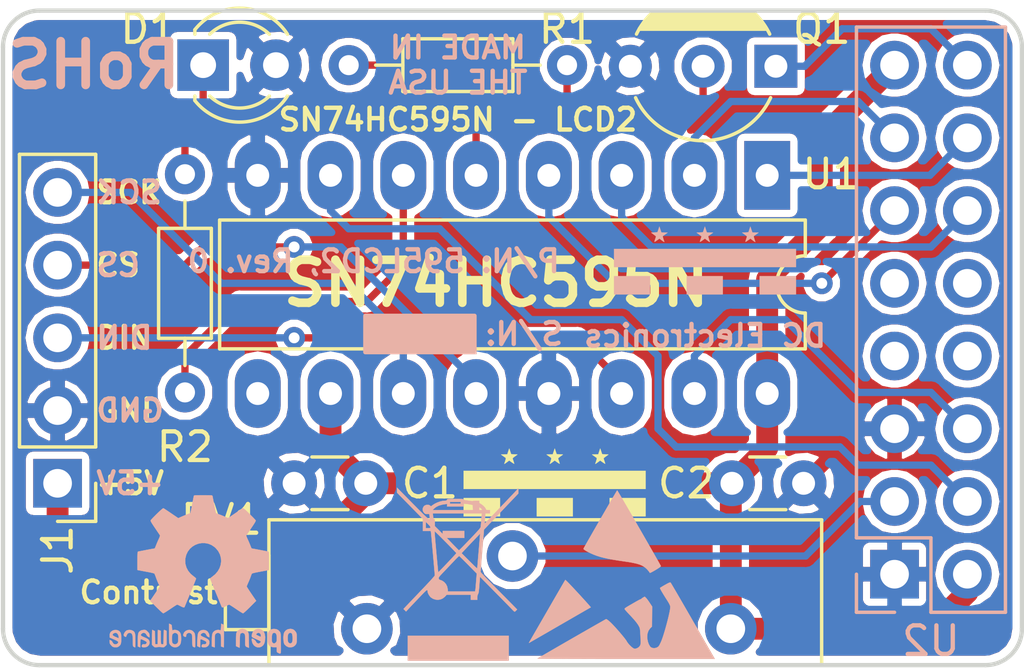
<source format=kicad_pcb>
(kicad_pcb (version 20171130) (host pcbnew 5.0.2-bee76a0~70~ubuntu16.04.1)

  (general
    (thickness 1.6)
    (drawings 28)
    (tracks 109)
    (zones 0)
    (modules 15)
    (nets 23)
  )

  (page A4)
  (layers
    (0 F.Cu signal)
    (31 B.Cu signal)
    (32 B.Adhes user hide)
    (33 F.Adhes user hide)
    (34 B.Paste user hide)
    (35 F.Paste user hide)
    (36 B.SilkS user)
    (37 F.SilkS user)
    (38 B.Mask user hide)
    (39 F.Mask user hide)
    (40 Dwgs.User user hide)
    (41 Cmts.User user hide)
    (42 Eco1.User user hide)
    (43 Eco2.User user hide)
    (44 Edge.Cuts user)
    (45 Margin user hide)
    (46 B.CrtYd user hide)
    (47 F.CrtYd user hide)
    (48 B.Fab user hide)
    (49 F.Fab user hide)
  )

  (setup
    (last_trace_width 0.2032)
    (user_trace_width 0.2032)
    (user_trace_width 0.254)
    (user_trace_width 0.381)
    (user_trace_width 0.508)
    (user_trace_width 0.635)
    (user_trace_width 0.762)
    (trace_clearance 0.1524)
    (zone_clearance 0.254)
    (zone_45_only no)
    (trace_min 0.1524)
    (segment_width 0.2)
    (edge_width 0.15)
    (via_size 0.6858)
    (via_drill 0.3302)
    (via_min_size 0.6858)
    (via_min_drill 0.3302)
    (user_via 0.762 0.381)
    (user_via 1.016 0.508)
    (user_via 1.27 0.635)
    (user_via 1.524 0.762)
    (uvia_size 0.3048)
    (uvia_drill 0.1016)
    (uvias_allowed no)
    (uvia_min_size 0.2)
    (uvia_min_drill 0.1)
    (pcb_text_width 0.3)
    (pcb_text_size 1.5 1.5)
    (mod_edge_width 0.15)
    (mod_text_size 1 1)
    (mod_text_width 0.15)
    (pad_size 2.4 1.7)
    (pad_drill 1)
    (pad_to_mask_clearance 0.051)
    (solder_mask_min_width 0.25)
    (aux_axis_origin 0 0)
    (grid_origin 127 116.84)
    (visible_elements FFFFFF7F)
    (pcbplotparams
      (layerselection 0x010fc_ffffffff)
      (usegerberextensions false)
      (usegerberattributes false)
      (usegerberadvancedattributes false)
      (creategerberjobfile false)
      (excludeedgelayer true)
      (linewidth 0.101600)
      (plotframeref false)
      (viasonmask false)
      (mode 1)
      (useauxorigin false)
      (hpglpennumber 1)
      (hpglpenspeed 20)
      (hpglpendiameter 15.000000)
      (psnegative false)
      (psa4output false)
      (plotreference true)
      (plotvalue true)
      (plotinvisibletext false)
      (padsonsilk false)
      (subtractmaskfromsilk false)
      (outputformat 1)
      (mirror false)
      (drillshape 1)
      (scaleselection 1)
      (outputdirectory ""))
  )

  (net 0 "")
  (net 1 +5C)
  (net 2 GND)
  (net 3 "Net-(RV1-Pad2)")
  (net 4 "Net-(U1-Pad9)")
  (net 5 "Net-(U2-Pad7)")
  (net 6 "Net-(U2-Pad8)")
  (net 7 "Net-(U2-Pad9)")
  (net 8 "Net-(U2-Pad10)")
  (net 9 /SCK)
  (net 10 "Net-(Q1-Pad1)")
  (net 11 /D5)
  (net 12 /D6)
  (net 13 /D7)
  (net 14 /E)
  (net 15 /RS)
  (net 16 /D4)
  (net 17 "Net-(D1-Pad1)")
  (net 18 "Net-(Q1-Pad2)")
  (net 19 /BKLGHT)
  (net 20 /LED)
  (net 21 /CS)
  (net 22 /DIN)

  (net_class Default "This is the default net class."
    (clearance 0.1524)
    (trace_width 0.2032)
    (via_dia 0.6858)
    (via_drill 0.3302)
    (uvia_dia 0.3048)
    (uvia_drill 0.1016)
    (diff_pair_gap 0.254)
    (diff_pair_width 0.2032)
    (add_net +5C)
    (add_net /BKLGHT)
    (add_net /CS)
    (add_net /D4)
    (add_net /D5)
    (add_net /D6)
    (add_net /D7)
    (add_net /DIN)
    (add_net /E)
    (add_net /LED)
    (add_net /RS)
    (add_net /SCK)
    (add_net GND)
    (add_net "Net-(D1-Pad1)")
    (add_net "Net-(Q1-Pad1)")
    (add_net "Net-(Q1-Pad2)")
    (add_net "Net-(RV1-Pad2)")
    (add_net "Net-(U1-Pad9)")
    (add_net "Net-(U2-Pad10)")
    (add_net "Net-(U2-Pad7)")
    (add_net "Net-(U2-Pad8)")
    (add_net "Net-(U2-Pad9)")
  )

  (module User_PCB_Libraries:DCelectronics_logo3 (layer B.Cu) (tedit 0) (tstamp 5CF48151)
    (at 151.5 103.09 180)
    (fp_text reference G*** (at 0 0 180) (layer B.SilkS) hide
      (effects (font (size 1.524 1.524) (thickness 0.3)) (justify mirror))
    )
    (fp_text value LOGO (at 0.75 0 180) (layer B.SilkS) hide
      (effects (font (size 1.524 1.524) (thickness 0.3)) (justify mirror))
    )
    (fp_poly (pts (xy 1.657968 1.368274) (xy 1.768121 1.360715) (xy 1.878274 1.353155) (xy 1.793689 1.292679)
      (xy 1.751404 1.261271) (xy 1.720967 1.236423) (xy 1.708794 1.223381) (xy 1.708778 1.22323)
      (xy 1.713169 1.205246) (xy 1.724916 1.167509) (xy 1.738729 1.126256) (xy 1.753816 1.079438)
      (xy 1.762797 1.045605) (xy 1.763903 1.03315) (xy 1.750086 1.038669) (xy 1.718675 1.058022)
      (xy 1.676386 1.087063) (xy 1.675112 1.087974) (xy 1.591424 1.147902) (xy 1.511136 1.087999)
      (xy 1.463202 1.052814) (xy 1.43512 1.03432) (xy 1.422893 1.030616) (xy 1.422527 1.039802)
      (xy 1.42493 1.046995) (xy 1.451624 1.124367) (xy 1.468553 1.184531) (xy 1.474817 1.223789)
      (xy 1.471404 1.237755) (xy 1.452307 1.251127) (xy 1.416994 1.276) (xy 1.382666 1.300239)
      (xy 1.307797 1.353155) (xy 1.416391 1.357577) (xy 1.524985 1.361998) (xy 1.558734 1.46341)
      (xy 1.592482 1.564822) (xy 1.657968 1.368274)) (layer B.SilkS) (width 0.01))
    (fp_poly (pts (xy 0.070468 1.368274) (xy 0.180621 1.360715) (xy 0.290774 1.353155) (xy 0.206189 1.292679)
      (xy 0.163904 1.261271) (xy 0.133467 1.236423) (xy 0.121294 1.223381) (xy 0.121278 1.22323)
      (xy 0.125669 1.205246) (xy 0.137416 1.167509) (xy 0.151229 1.126256) (xy 0.166316 1.079438)
      (xy 0.175297 1.045605) (xy 0.176403 1.03315) (xy 0.162586 1.038669) (xy 0.131175 1.058022)
      (xy 0.088886 1.087063) (xy 0.087612 1.087974) (xy 0.003924 1.147902) (xy -0.076364 1.087999)
      (xy -0.124298 1.052814) (xy -0.15238 1.03432) (xy -0.164607 1.030616) (xy -0.164973 1.039802)
      (xy -0.16257 1.046995) (xy -0.135876 1.124367) (xy -0.118947 1.184531) (xy -0.112683 1.223789)
      (xy -0.116096 1.237755) (xy -0.135193 1.251127) (xy -0.170506 1.276) (xy -0.204834 1.300239)
      (xy -0.279703 1.353155) (xy -0.171109 1.357577) (xy -0.062515 1.361998) (xy -0.028766 1.46341)
      (xy 0.004982 1.564822) (xy 0.070468 1.368274)) (layer B.SilkS) (width 0.01))
    (fp_poly (pts (xy -1.517032 1.368274) (xy -1.406879 1.360715) (xy -1.296726 1.353155) (xy -1.381311 1.292679)
      (xy -1.423596 1.261271) (xy -1.454033 1.236423) (xy -1.466206 1.223381) (xy -1.466222 1.22323)
      (xy -1.461831 1.205246) (xy -1.450084 1.167509) (xy -1.436271 1.126256) (xy -1.421184 1.079438)
      (xy -1.412203 1.045605) (xy -1.411097 1.03315) (xy -1.424914 1.038669) (xy -1.456325 1.058022)
      (xy -1.498614 1.087063) (xy -1.499888 1.087974) (xy -1.583576 1.147902) (xy -1.663864 1.087999)
      (xy -1.711798 1.052814) (xy -1.73988 1.03432) (xy -1.752107 1.030616) (xy -1.752473 1.039802)
      (xy -1.75007 1.046995) (xy -1.723376 1.124367) (xy -1.706447 1.184531) (xy -1.700183 1.223789)
      (xy -1.703596 1.237755) (xy -1.722693 1.251127) (xy -1.758006 1.276) (xy -1.792334 1.300239)
      (xy -1.867203 1.353155) (xy -1.758609 1.357577) (xy -1.650015 1.361998) (xy -1.616266 1.46341)
      (xy -1.582518 1.564822) (xy -1.517032 1.368274)) (layer B.SilkS) (width 0.01))
    (fp_poly (pts (xy 3.175 0.151191) (xy -3.175 0.151191) (xy -3.175 0.786191) (xy 3.175 0.786191)
      (xy 3.175 0.151191)) (layer B.SilkS) (width 0.01))
    (fp_poly (pts (xy 3.175 -0.801309) (xy 1.920119 -0.801309) (xy 1.920119 -0.166309) (xy 3.175 -0.166309)
      (xy 3.175 -0.801309)) (layer B.SilkS) (width 0.01))
    (fp_poly (pts (xy 0.635 -0.801309) (xy -0.619881 -0.801309) (xy -0.619881 -0.166309) (xy 0.635 -0.166309)
      (xy 0.635 -0.801309)) (layer B.SilkS) (width 0.01))
    (fp_poly (pts (xy -1.905 -0.801309) (xy -3.175 -0.801309) (xy -3.175 -0.166309) (xy -1.905 -0.166309)
      (xy -1.905 -0.801309)) (layer B.SilkS) (width 0.01))
  )

  (module User_PCB_Libraries:DCelectronics_logo3 (layer F.Cu) (tedit 0) (tstamp 5CF4808A)
    (at 146.25 110.84)
    (fp_text reference G*** (at 0 0) (layer F.SilkS) hide
      (effects (font (size 1.524 1.524) (thickness 0.3)))
    )
    (fp_text value LOGO (at 0.75 0) (layer F.SilkS) hide
      (effects (font (size 1.524 1.524) (thickness 0.3)))
    )
    (fp_poly (pts (xy -1.905 0.801309) (xy -3.175 0.801309) (xy -3.175 0.166309) (xy -1.905 0.166309)
      (xy -1.905 0.801309)) (layer F.SilkS) (width 0.01))
    (fp_poly (pts (xy 0.635 0.801309) (xy -0.619881 0.801309) (xy -0.619881 0.166309) (xy 0.635 0.166309)
      (xy 0.635 0.801309)) (layer F.SilkS) (width 0.01))
    (fp_poly (pts (xy 3.175 0.801309) (xy 1.920119 0.801309) (xy 1.920119 0.166309) (xy 3.175 0.166309)
      (xy 3.175 0.801309)) (layer F.SilkS) (width 0.01))
    (fp_poly (pts (xy 3.175 -0.151191) (xy -3.175 -0.151191) (xy -3.175 -0.786191) (xy 3.175 -0.786191)
      (xy 3.175 -0.151191)) (layer F.SilkS) (width 0.01))
    (fp_poly (pts (xy -1.517032 -1.368274) (xy -1.406879 -1.360715) (xy -1.296726 -1.353155) (xy -1.381311 -1.292679)
      (xy -1.423596 -1.261271) (xy -1.454033 -1.236423) (xy -1.466206 -1.223381) (xy -1.466222 -1.22323)
      (xy -1.461831 -1.205246) (xy -1.450084 -1.167509) (xy -1.436271 -1.126256) (xy -1.421184 -1.079438)
      (xy -1.412203 -1.045605) (xy -1.411097 -1.03315) (xy -1.424914 -1.038669) (xy -1.456325 -1.058022)
      (xy -1.498614 -1.087063) (xy -1.499888 -1.087974) (xy -1.583576 -1.147902) (xy -1.663864 -1.087999)
      (xy -1.711798 -1.052814) (xy -1.73988 -1.03432) (xy -1.752107 -1.030616) (xy -1.752473 -1.039802)
      (xy -1.75007 -1.046995) (xy -1.723376 -1.124367) (xy -1.706447 -1.184531) (xy -1.700183 -1.223789)
      (xy -1.703596 -1.237755) (xy -1.722693 -1.251127) (xy -1.758006 -1.276) (xy -1.792334 -1.300239)
      (xy -1.867203 -1.353155) (xy -1.758609 -1.357577) (xy -1.650015 -1.361998) (xy -1.616266 -1.46341)
      (xy -1.582518 -1.564822) (xy -1.517032 -1.368274)) (layer F.SilkS) (width 0.01))
    (fp_poly (pts (xy 0.070468 -1.368274) (xy 0.180621 -1.360715) (xy 0.290774 -1.353155) (xy 0.206189 -1.292679)
      (xy 0.163904 -1.261271) (xy 0.133467 -1.236423) (xy 0.121294 -1.223381) (xy 0.121278 -1.22323)
      (xy 0.125669 -1.205246) (xy 0.137416 -1.167509) (xy 0.151229 -1.126256) (xy 0.166316 -1.079438)
      (xy 0.175297 -1.045605) (xy 0.176403 -1.03315) (xy 0.162586 -1.038669) (xy 0.131175 -1.058022)
      (xy 0.088886 -1.087063) (xy 0.087612 -1.087974) (xy 0.003924 -1.147902) (xy -0.076364 -1.087999)
      (xy -0.124298 -1.052814) (xy -0.15238 -1.03432) (xy -0.164607 -1.030616) (xy -0.164973 -1.039802)
      (xy -0.16257 -1.046995) (xy -0.135876 -1.124367) (xy -0.118947 -1.184531) (xy -0.112683 -1.223789)
      (xy -0.116096 -1.237755) (xy -0.135193 -1.251127) (xy -0.170506 -1.276) (xy -0.204834 -1.300239)
      (xy -0.279703 -1.353155) (xy -0.171109 -1.357577) (xy -0.062515 -1.361998) (xy -0.028766 -1.46341)
      (xy 0.004982 -1.564822) (xy 0.070468 -1.368274)) (layer F.SilkS) (width 0.01))
    (fp_poly (pts (xy 1.657968 -1.368274) (xy 1.768121 -1.360715) (xy 1.878274 -1.353155) (xy 1.793689 -1.292679)
      (xy 1.751404 -1.261271) (xy 1.720967 -1.236423) (xy 1.708794 -1.223381) (xy 1.708778 -1.22323)
      (xy 1.713169 -1.205246) (xy 1.724916 -1.167509) (xy 1.738729 -1.126256) (xy 1.753816 -1.079438)
      (xy 1.762797 -1.045605) (xy 1.763903 -1.03315) (xy 1.750086 -1.038669) (xy 1.718675 -1.058022)
      (xy 1.676386 -1.087063) (xy 1.675112 -1.087974) (xy 1.591424 -1.147902) (xy 1.511136 -1.087999)
      (xy 1.463202 -1.052814) (xy 1.43512 -1.03432) (xy 1.422893 -1.030616) (xy 1.422527 -1.039802)
      (xy 1.42493 -1.046995) (xy 1.451624 -1.124367) (xy 1.468553 -1.184531) (xy 1.474817 -1.223789)
      (xy 1.471404 -1.237755) (xy 1.452307 -1.251127) (xy 1.416994 -1.276) (xy 1.382666 -1.300239)
      (xy 1.307797 -1.353155) (xy 1.416391 -1.357577) (xy 1.524985 -1.361998) (xy 1.558734 -1.46341)
      (xy 1.592482 -1.564822) (xy 1.657968 -1.368274)) (layer F.SilkS) (width 0.01))
  )

  (module Potentiometer_THT:Potentiometer_Bourns_3009P_Horizontal (layer F.Cu) (tedit 5A3D4994) (tstamp 5C39C8EB)
    (at 152.4 115.57)
    (descr "Potentiometer, horizontal, Bourns 3009P, http://www.bourns.com/docs/Product-Datasheets/3009.pdf")
    (tags "Potentiometer horizontal Bourns 3009P")
    (path /5C2C596E)
    (fp_text reference RV1 (at -17.78 -3.81) (layer F.SilkS)
      (effects (font (size 1 1) (thickness 0.15)))
    )
    (fp_text value 10K (at -7.235 2.395) (layer F.Fab)
      (effects (font (size 1 1) (thickness 0.15)))
    )
    (fp_text user %R (at -6.475 -1.27) (layer F.Fab)
      (effects (font (size 1 1) (thickness 0.15)))
    )
    (fp_line (start 3.35 -3.95) (end -17.8 -3.95) (layer F.CrtYd) (width 0.05))
    (fp_line (start 3.35 1.4) (end 3.35 -3.95) (layer F.CrtYd) (width 0.05))
    (fp_line (start -17.8 1.4) (end 3.35 1.4) (layer F.CrtYd) (width 0.05))
    (fp_line (start -17.8 -3.95) (end -17.8 1.4) (layer F.CrtYd) (width 0.05))
    (fp_line (start -17.64 -1.27) (end -16.881 -1.27) (layer F.SilkS) (width 0.12))
    (fp_line (start -16.121 -2.569) (end -16.121 0.03) (layer F.SilkS) (width 0.12))
    (fp_line (start -17.64 -2.569) (end -17.64 0.03) (layer F.SilkS) (width 0.12))
    (fp_line (start -17.64 0.03) (end -16.121 0.03) (layer F.SilkS) (width 0.12))
    (fp_line (start -17.64 -2.569) (end -16.121 -2.569) (layer F.SilkS) (width 0.12))
    (fp_line (start 3.17 -3.805) (end 3.17 1.265) (layer F.SilkS) (width 0.12))
    (fp_line (start -16.12 -3.805) (end -16.12 1.265) (layer F.SilkS) (width 0.12))
    (fp_line (start -16.12 1.265) (end 3.17 1.265) (layer F.SilkS) (width 0.12))
    (fp_line (start -16.12 -3.805) (end 3.17 -3.805) (layer F.SilkS) (width 0.12))
    (fp_line (start -17.52 -1.27) (end -16.76 -1.27) (layer F.Fab) (width 0.1))
    (fp_line (start -16 -2.45) (end -17.52 -2.45) (layer F.Fab) (width 0.1))
    (fp_line (start -16 -0.09) (end -16 -2.45) (layer F.Fab) (width 0.1))
    (fp_line (start -17.52 -0.09) (end -16 -0.09) (layer F.Fab) (width 0.1))
    (fp_line (start -17.52 -2.45) (end -17.52 -0.09) (layer F.Fab) (width 0.1))
    (fp_line (start 3.05 -3.685) (end -16 -3.685) (layer F.Fab) (width 0.1))
    (fp_line (start 3.05 1.145) (end 3.05 -3.685) (layer F.Fab) (width 0.1))
    (fp_line (start -16 1.145) (end 3.05 1.145) (layer F.Fab) (width 0.1))
    (fp_line (start -16 -3.685) (end -16 1.145) (layer F.Fab) (width 0.1))
    (pad 3 thru_hole circle (at -12.7 0) (size 1.8 1.8) (drill 1) (layers *.Cu *.Mask)
      (net 2 GND))
    (pad 2 thru_hole circle (at -7.62 -2.54) (size 1.8 1.8) (drill 1) (layers *.Cu *.Mask)
      (net 3 "Net-(RV1-Pad2)"))
    (pad 1 thru_hole circle (at 0 0) (size 1.8 1.8) (drill 1) (layers *.Cu *.Mask)
      (net 1 +5C))
    (model ${KISYS3DMOD}/Potentiometer_THT.3dshapes/Potentiometer_Bourns_3009P_Horizontal.wrl
      (at (xyz 0 0 0))
      (scale (xyz 1 1 1))
      (rotate (xyz 0 0 0))
    )
    (model ${KIPRJMOD}/3006p-7-103lf.step
      (offset (xyz -6.349999904632568 1.269999980926514 0))
      (scale (xyz 1 1 1))
      (rotate (xyz 90 180 0))
    )
  )

  (module Package_DIP:DIP-16_W7.62mm_LongPads (layer F.Cu) (tedit 5A02E8C5) (tstamp 5C39C90F)
    (at 153.67 99.734238 270)
    (descr "16-lead though-hole mounted DIP package, row spacing 7.62 mm (300 mils), LongPads")
    (tags "THT DIP DIL PDIP 2.54mm 7.62mm 300mil LongPads")
    (path /5C2C221E)
    (fp_text reference U1 (at -0.039238 -2.237) (layer F.SilkS)
      (effects (font (size 1 1) (thickness 0.15)))
    )
    (fp_text value 74HC595 (at 3.81 20.11 270) (layer F.Fab)
      (effects (font (size 1 1) (thickness 0.15)))
    )
    (fp_text user %R (at 3.81 8.89 270) (layer F.Fab)
      (effects (font (size 1 1) (thickness 0.15)))
    )
    (fp_line (start 9.1 -1.55) (end -1.45 -1.55) (layer F.CrtYd) (width 0.05))
    (fp_line (start 9.1 19.3) (end 9.1 -1.55) (layer F.CrtYd) (width 0.05))
    (fp_line (start -1.45 19.3) (end 9.1 19.3) (layer F.CrtYd) (width 0.05))
    (fp_line (start -1.45 -1.55) (end -1.45 19.3) (layer F.CrtYd) (width 0.05))
    (fp_line (start 6.06 -1.33) (end 4.81 -1.33) (layer F.SilkS) (width 0.12))
    (fp_line (start 6.06 19.11) (end 6.06 -1.33) (layer F.SilkS) (width 0.12))
    (fp_line (start 1.56 19.11) (end 6.06 19.11) (layer F.SilkS) (width 0.12))
    (fp_line (start 1.56 -1.33) (end 1.56 19.11) (layer F.SilkS) (width 0.12))
    (fp_line (start 2.81 -1.33) (end 1.56 -1.33) (layer F.SilkS) (width 0.12))
    (fp_line (start 0.635 -0.27) (end 1.635 -1.27) (layer F.Fab) (width 0.1))
    (fp_line (start 0.635 19.05) (end 0.635 -0.27) (layer F.Fab) (width 0.1))
    (fp_line (start 6.985 19.05) (end 0.635 19.05) (layer F.Fab) (width 0.1))
    (fp_line (start 6.985 -1.27) (end 6.985 19.05) (layer F.Fab) (width 0.1))
    (fp_line (start 1.635 -1.27) (end 6.985 -1.27) (layer F.Fab) (width 0.1))
    (fp_arc (start 3.81 -1.33) (end 2.81 -1.33) (angle -180) (layer F.SilkS) (width 0.12))
    (pad 16 thru_hole oval (at 7.62 0 270) (size 2.4 1.6) (drill 0.8) (layers *.Cu *.Mask)
      (net 1 +5C))
    (pad 8 thru_hole oval (at 0 17.78 270) (size 2.4 1.6) (drill 0.8) (layers *.Cu *.Mask)
      (net 2 GND))
    (pad 15 thru_hole oval (at 7.62 2.54 270) (size 2.4 1.6) (drill 0.8) (layers *.Cu *.Mask)
      (net 14 /E))
    (pad 7 thru_hole oval (at 0 15.24 270) (size 2.4 1.6) (drill 0.8) (layers *.Cu *.Mask)
      (net 15 /RS))
    (pad 14 thru_hole oval (at 7.62 5.08 270) (size 2.4 1.6) (drill 0.8) (layers *.Cu *.Mask)
      (net 22 /DIN))
    (pad 6 thru_hole oval (at 0 12.7 270) (size 2.4 1.6) (drill 0.8) (layers *.Cu *.Mask)
      (net 20 /LED))
    (pad 13 thru_hole oval (at 7.62 7.62 270) (size 2.4 1.6) (drill 0.8) (layers *.Cu *.Mask)
      (net 2 GND))
    (pad 5 thru_hole oval (at 0 10.16 270) (size 2.4 1.6) (drill 0.8) (layers *.Cu *.Mask)
      (net 19 /BKLGHT))
    (pad 12 thru_hole oval (at 7.62 10.16 270) (size 2.4 1.6) (drill 0.8) (layers *.Cu *.Mask)
      (net 21 /CS))
    (pad 4 thru_hole oval (at 0 7.62 270) (size 2.4 1.6) (drill 0.8) (layers *.Cu *.Mask)
      (net 13 /D7))
    (pad 11 thru_hole oval (at 7.62 12.7 270) (size 2.4 1.6) (drill 0.8) (layers *.Cu *.Mask)
      (net 9 /SCK))
    (pad 3 thru_hole oval (at 0 5.08 270) (size 2.4 1.6) (drill 0.8) (layers *.Cu *.Mask)
      (net 12 /D6))
    (pad 10 thru_hole oval (at 7.62 15.24 270) (size 2.4 1.6) (drill 0.8) (layers *.Cu *.Mask)
      (net 1 +5C))
    (pad 2 thru_hole oval (at 0 2.54 270) (size 2.4 1.6) (drill 0.8) (layers *.Cu *.Mask)
      (net 11 /D5))
    (pad 9 thru_hole oval (at 7.62 17.78 270) (size 2.4 1.6) (drill 0.8) (layers *.Cu *.Mask)
      (net 4 "Net-(U1-Pad9)"))
    (pad 1 thru_hole rect (at 0 0 270) (size 2.4 1.6) (drill 0.8) (layers *.Cu *.Mask)
      (net 16 /D4))
    (model ${KISYS3DMOD}/Package_DIP.3dshapes/DIP-16_W7.62mm.wrl
      (at (xyz 0 0 0))
      (scale (xyz 1 1 1))
      (rotate (xyz 0 0 0))
    )
  )

  (module Connector_PinHeader_2.54mm:PinHeader_1x05_P2.54mm_Vertical (layer F.Cu) (tedit 59FED5CC) (tstamp 5C487974)
    (at 128.905 110.49 180)
    (descr "Through hole straight pin header, 1x05, 2.54mm pitch, single row")
    (tags "Through hole pin header THT 1x05 2.54mm single row")
    (path /5C2C3672)
    (fp_text reference J1 (at 0 -2.33 90) (layer F.SilkS)
      (effects (font (size 1 1) (thickness 0.15)))
    )
    (fp_text value Conn_01x05_Male (at 0 12.49 180) (layer F.Fab)
      (effects (font (size 1 1) (thickness 0.15)))
    )
    (fp_text user %R (at 0 5.08 270) (layer F.Fab)
      (effects (font (size 1 1) (thickness 0.15)))
    )
    (fp_line (start 1.8 -1.8) (end -1.8 -1.8) (layer F.CrtYd) (width 0.05))
    (fp_line (start 1.8 11.95) (end 1.8 -1.8) (layer F.CrtYd) (width 0.05))
    (fp_line (start -1.8 11.95) (end 1.8 11.95) (layer F.CrtYd) (width 0.05))
    (fp_line (start -1.8 -1.8) (end -1.8 11.95) (layer F.CrtYd) (width 0.05))
    (fp_line (start -1.33 -1.33) (end 0 -1.33) (layer F.SilkS) (width 0.12))
    (fp_line (start -1.33 0) (end -1.33 -1.33) (layer F.SilkS) (width 0.12))
    (fp_line (start -1.33 1.27) (end 1.33 1.27) (layer F.SilkS) (width 0.12))
    (fp_line (start 1.33 1.27) (end 1.33 11.49) (layer F.SilkS) (width 0.12))
    (fp_line (start -1.33 1.27) (end -1.33 11.49) (layer F.SilkS) (width 0.12))
    (fp_line (start -1.33 11.49) (end 1.33 11.49) (layer F.SilkS) (width 0.12))
    (fp_line (start -1.27 -0.635) (end -0.635 -1.27) (layer F.Fab) (width 0.1))
    (fp_line (start -1.27 11.43) (end -1.27 -0.635) (layer F.Fab) (width 0.1))
    (fp_line (start 1.27 11.43) (end -1.27 11.43) (layer F.Fab) (width 0.1))
    (fp_line (start 1.27 -1.27) (end 1.27 11.43) (layer F.Fab) (width 0.1))
    (fp_line (start -0.635 -1.27) (end 1.27 -1.27) (layer F.Fab) (width 0.1))
    (pad 5 thru_hole oval (at 0 10.16 180) (size 1.7 1.7) (drill 1) (layers *.Cu *.Mask)
      (net 9 /SCK))
    (pad 4 thru_hole oval (at 0 7.62 180) (size 1.7 1.7) (drill 1) (layers *.Cu *.Mask)
      (net 21 /CS))
    (pad 3 thru_hole oval (at 0 5.08 180) (size 1.7 1.7) (drill 1) (layers *.Cu *.Mask)
      (net 22 /DIN))
    (pad 2 thru_hole oval (at 0 2.54 180) (size 1.7 1.7) (drill 1) (layers *.Cu *.Mask)
      (net 2 GND))
    (pad 1 thru_hole rect (at 0 0 180) (size 1.7 1.7) (drill 1) (layers *.Cu *.Mask)
      (net 1 +5C))
    (model ${KISYS3DMOD}/Connector_PinHeader_2.54mm.3dshapes/PinHeader_1x05_P2.54mm_Vertical.wrl
      (at (xyz 0 0 0))
      (scale (xyz 1 1 1))
      (rotate (xyz 0 0 0))
    )
  )

  (module LED_THT:LED_D3.0mm (layer F.Cu) (tedit 587A3A7B) (tstamp 5C4807DE)
    (at 133.985 95.885)
    (descr "LED, diameter 3.0mm, 2 pins")
    (tags "LED diameter 3.0mm 2 pins")
    (path /5C3CBDAF)
    (fp_text reference D1 (at -1.905 -1.27) (layer F.SilkS)
      (effects (font (size 1 1) (thickness 0.15)))
    )
    (fp_text value LED (at 1.27 2.96) (layer F.Fab)
      (effects (font (size 1 1) (thickness 0.15)))
    )
    (fp_line (start 3.7 -2.25) (end -1.15 -2.25) (layer F.CrtYd) (width 0.05))
    (fp_line (start 3.7 2.25) (end 3.7 -2.25) (layer F.CrtYd) (width 0.05))
    (fp_line (start -1.15 2.25) (end 3.7 2.25) (layer F.CrtYd) (width 0.05))
    (fp_line (start -1.15 -2.25) (end -1.15 2.25) (layer F.CrtYd) (width 0.05))
    (fp_line (start -0.29 1.08) (end -0.29 1.236) (layer F.SilkS) (width 0.12))
    (fp_line (start -0.29 -1.236) (end -0.29 -1.08) (layer F.SilkS) (width 0.12))
    (fp_line (start -0.23 -1.16619) (end -0.23 1.16619) (layer F.Fab) (width 0.1))
    (fp_circle (center 1.27 0) (end 2.77 0) (layer F.Fab) (width 0.1))
    (fp_arc (start 1.27 0) (end 0.229039 1.08) (angle -87.9) (layer F.SilkS) (width 0.12))
    (fp_arc (start 1.27 0) (end 0.229039 -1.08) (angle 87.9) (layer F.SilkS) (width 0.12))
    (fp_arc (start 1.27 0) (end -0.29 1.235516) (angle -108.8) (layer F.SilkS) (width 0.12))
    (fp_arc (start 1.27 0) (end -0.29 -1.235516) (angle 108.8) (layer F.SilkS) (width 0.12))
    (fp_arc (start 1.27 0) (end -0.23 -1.16619) (angle 284.3) (layer F.Fab) (width 0.1))
    (pad 2 thru_hole circle (at 2.54 0) (size 1.8 1.8) (drill 0.9) (layers *.Cu *.Mask)
      (net 2 GND))
    (pad 1 thru_hole rect (at 0 0) (size 1.8 1.8) (drill 0.9) (layers *.Cu *.Mask)
      (net 17 "Net-(D1-Pad1)"))
    (model ${KISYS3DMOD}/LED_THT.3dshapes/LED_D3.0mm.wrl
      (at (xyz 0 0 0))
      (scale (xyz 1 1 1))
      (rotate (xyz 0 0 0))
    )
  )

  (module Resistor_THT:R_Axial_DIN0204_L3.6mm_D1.6mm_P7.62mm_Horizontal (layer F.Cu) (tedit 5AE5139B) (tstamp 5C483151)
    (at 133.35 107.315 90)
    (descr "Resistor, Axial_DIN0204 series, Axial, Horizontal, pin pitch=7.62mm, 0.167W, length*diameter=3.6*1.6mm^2, http://cdn-reichelt.de/documents/datenblatt/B400/1_4W%23YAG.pdf")
    (tags "Resistor Axial_DIN0204 series Axial Horizontal pin pitch 7.62mm 0.167W length 3.6mm diameter 1.6mm")
    (path /5C3CBED1)
    (fp_text reference R2 (at -1.905 0 180) (layer F.SilkS)
      (effects (font (size 1 1) (thickness 0.15)))
    )
    (fp_text value 470 (at 3.81 1.92 90) (layer F.Fab)
      (effects (font (size 1 1) (thickness 0.15)))
    )
    (fp_text user %R (at 3.81 0 90) (layer F.Fab)
      (effects (font (size 0.72 0.72) (thickness 0.108)))
    )
    (fp_line (start 8.57 -1.05) (end -0.95 -1.05) (layer F.CrtYd) (width 0.05))
    (fp_line (start 8.57 1.05) (end 8.57 -1.05) (layer F.CrtYd) (width 0.05))
    (fp_line (start -0.95 1.05) (end 8.57 1.05) (layer F.CrtYd) (width 0.05))
    (fp_line (start -0.95 -1.05) (end -0.95 1.05) (layer F.CrtYd) (width 0.05))
    (fp_line (start 6.68 0) (end 5.73 0) (layer F.SilkS) (width 0.12))
    (fp_line (start 0.94 0) (end 1.89 0) (layer F.SilkS) (width 0.12))
    (fp_line (start 5.73 -0.92) (end 1.89 -0.92) (layer F.SilkS) (width 0.12))
    (fp_line (start 5.73 0.92) (end 5.73 -0.92) (layer F.SilkS) (width 0.12))
    (fp_line (start 1.89 0.92) (end 5.73 0.92) (layer F.SilkS) (width 0.12))
    (fp_line (start 1.89 -0.92) (end 1.89 0.92) (layer F.SilkS) (width 0.12))
    (fp_line (start 7.62 0) (end 5.61 0) (layer F.Fab) (width 0.1))
    (fp_line (start 0 0) (end 2.01 0) (layer F.Fab) (width 0.1))
    (fp_line (start 5.61 -0.8) (end 2.01 -0.8) (layer F.Fab) (width 0.1))
    (fp_line (start 5.61 0.8) (end 5.61 -0.8) (layer F.Fab) (width 0.1))
    (fp_line (start 2.01 0.8) (end 5.61 0.8) (layer F.Fab) (width 0.1))
    (fp_line (start 2.01 -0.8) (end 2.01 0.8) (layer F.Fab) (width 0.1))
    (pad 2 thru_hole oval (at 7.62 0 90) (size 1.4 1.4) (drill 0.7) (layers *.Cu *.Mask)
      (net 17 "Net-(D1-Pad1)"))
    (pad 1 thru_hole circle (at 0 0 90) (size 1.4 1.4) (drill 0.7) (layers *.Cu *.Mask)
      (net 20 /LED))
    (model ${KISYS3DMOD}/Resistor_THT.3dshapes/R_Axial_DIN0204_L3.6mm_D1.6mm_P7.62mm_Horizontal.wrl
      (at (xyz 0 0 0))
      (scale (xyz 1 1 1))
      (rotate (xyz 0 0 0))
    )
  )

  (module Resistor_THT:R_Axial_DIN0204_L3.6mm_D1.6mm_P7.62mm_Horizontal (layer F.Cu) (tedit 5AE5139B) (tstamp 5C483B21)
    (at 146.685 95.885 180)
    (descr "Resistor, Axial_DIN0204 series, Axial, Horizontal, pin pitch=7.62mm, 0.167W, length*diameter=3.6*1.6mm^2, http://cdn-reichelt.de/documents/datenblatt/B400/1_4W%23YAG.pdf")
    (tags "Resistor Axial_DIN0204 series Axial Horizontal pin pitch 7.62mm 0.167W length 3.6mm diameter 1.6mm")
    (path /5C3AE934)
    (fp_text reference R1 (at 0 1.27 180) (layer F.SilkS)
      (effects (font (size 1 1) (thickness 0.15)))
    )
    (fp_text value 4K7 (at 3.81 1.92 180) (layer F.Fab)
      (effects (font (size 1 1) (thickness 0.15)))
    )
    (fp_text user %R (at 3.81 0 180) (layer F.Fab)
      (effects (font (size 0.72 0.72) (thickness 0.108)))
    )
    (fp_line (start 8.57 -1.05) (end -0.95 -1.05) (layer F.CrtYd) (width 0.05))
    (fp_line (start 8.57 1.05) (end 8.57 -1.05) (layer F.CrtYd) (width 0.05))
    (fp_line (start -0.95 1.05) (end 8.57 1.05) (layer F.CrtYd) (width 0.05))
    (fp_line (start -0.95 -1.05) (end -0.95 1.05) (layer F.CrtYd) (width 0.05))
    (fp_line (start 6.68 0) (end 5.73 0) (layer F.SilkS) (width 0.12))
    (fp_line (start 0.94 0) (end 1.89 0) (layer F.SilkS) (width 0.12))
    (fp_line (start 5.73 -0.92) (end 1.89 -0.92) (layer F.SilkS) (width 0.12))
    (fp_line (start 5.73 0.92) (end 5.73 -0.92) (layer F.SilkS) (width 0.12))
    (fp_line (start 1.89 0.92) (end 5.73 0.92) (layer F.SilkS) (width 0.12))
    (fp_line (start 1.89 -0.92) (end 1.89 0.92) (layer F.SilkS) (width 0.12))
    (fp_line (start 7.62 0) (end 5.61 0) (layer F.Fab) (width 0.1))
    (fp_line (start 0 0) (end 2.01 0) (layer F.Fab) (width 0.1))
    (fp_line (start 5.61 -0.8) (end 2.01 -0.8) (layer F.Fab) (width 0.1))
    (fp_line (start 5.61 0.8) (end 5.61 -0.8) (layer F.Fab) (width 0.1))
    (fp_line (start 2.01 0.8) (end 5.61 0.8) (layer F.Fab) (width 0.1))
    (fp_line (start 2.01 -0.8) (end 2.01 0.8) (layer F.Fab) (width 0.1))
    (pad 2 thru_hole oval (at 7.62 0 180) (size 1.4 1.4) (drill 0.7) (layers *.Cu *.Mask)
      (net 19 /BKLGHT))
    (pad 1 thru_hole circle (at 0 0 180) (size 1.4 1.4) (drill 0.7) (layers *.Cu *.Mask)
      (net 18 "Net-(Q1-Pad2)"))
    (model ${KISYS3DMOD}/Resistor_THT.3dshapes/R_Axial_DIN0204_L3.6mm_D1.6mm_P7.62mm_Horizontal.wrl
      (at (xyz 0 0 0))
      (scale (xyz 1 1 1))
      (rotate (xyz 0 0 0))
    )
  )

  (module Capacitor_THT:C_Disc_D3.0mm_W1.6mm_P2.50mm (layer F.Cu) (tedit 5AE50EF0) (tstamp 5C48A2EB)
    (at 139.66 110.49 180)
    (descr "C, Disc series, Radial, pin pitch=2.50mm, , diameter*width=3.0*1.6mm^2, Capacitor, http://www.vishay.com/docs/45233/krseries.pdf")
    (tags "C Disc series Radial pin pitch 2.50mm  diameter 3.0mm width 1.6mm Capacitor")
    (path /5C3D0BF5)
    (fp_text reference C1 (at -2.237 0 180) (layer F.SilkS)
      (effects (font (size 1 1) (thickness 0.15)))
    )
    (fp_text value 100nF (at 1.25 2.05 180) (layer F.Fab)
      (effects (font (size 1 1) (thickness 0.15)))
    )
    (fp_text user %R (at 1.25 0 180) (layer F.Fab)
      (effects (font (size 0.6 0.6) (thickness 0.09)))
    )
    (fp_line (start 3.55 -1.05) (end -1.05 -1.05) (layer F.CrtYd) (width 0.05))
    (fp_line (start 3.55 1.05) (end 3.55 -1.05) (layer F.CrtYd) (width 0.05))
    (fp_line (start -1.05 1.05) (end 3.55 1.05) (layer F.CrtYd) (width 0.05))
    (fp_line (start -1.05 -1.05) (end -1.05 1.05) (layer F.CrtYd) (width 0.05))
    (fp_line (start 0.621 0.92) (end 1.879 0.92) (layer F.SilkS) (width 0.12))
    (fp_line (start 0.621 -0.92) (end 1.879 -0.92) (layer F.SilkS) (width 0.12))
    (fp_line (start 2.75 -0.8) (end -0.25 -0.8) (layer F.Fab) (width 0.1))
    (fp_line (start 2.75 0.8) (end 2.75 -0.8) (layer F.Fab) (width 0.1))
    (fp_line (start -0.25 0.8) (end 2.75 0.8) (layer F.Fab) (width 0.1))
    (fp_line (start -0.25 -0.8) (end -0.25 0.8) (layer F.Fab) (width 0.1))
    (pad 2 thru_hole circle (at 2.5 0 180) (size 1.6 1.6) (drill 0.8) (layers *.Cu *.Mask)
      (net 2 GND))
    (pad 1 thru_hole circle (at 0 0 180) (size 1.6 1.6) (drill 0.8) (layers *.Cu *.Mask)
      (net 1 +5C))
    (model ${KISYS3DMOD}/Capacitor_THT.3dshapes/C_Disc_D3.0mm_W1.6mm_P2.50mm.wrl
      (at (xyz 0 0 0))
      (scale (xyz 1 1 1))
      (rotate (xyz 0 0 0))
    )
  )

  (module Capacitor_THT:C_Disc_D3.0mm_W1.6mm_P2.50mm (layer F.Cu) (tedit 5AE50EF0) (tstamp 5C48A54F)
    (at 152.44 110.49)
    (descr "C, Disc series, Radial, pin pitch=2.50mm, , diameter*width=3.0*1.6mm^2, Capacitor, http://www.vishay.com/docs/45233/krseries.pdf")
    (tags "C Disc series Radial pin pitch 2.50mm  diameter 3.0mm width 1.6mm Capacitor")
    (path /5C3CFF6A)
    (fp_text reference C2 (at -1.602 0) (layer F.SilkS)
      (effects (font (size 1 1) (thickness 0.15)))
    )
    (fp_text value 10nF (at 1.25 2.05) (layer F.Fab)
      (effects (font (size 1 1) (thickness 0.15)))
    )
    (fp_text user %R (at 1.25 0) (layer F.Fab)
      (effects (font (size 0.6 0.6) (thickness 0.09)))
    )
    (fp_line (start 3.55 -1.05) (end -1.05 -1.05) (layer F.CrtYd) (width 0.05))
    (fp_line (start 3.55 1.05) (end 3.55 -1.05) (layer F.CrtYd) (width 0.05))
    (fp_line (start -1.05 1.05) (end 3.55 1.05) (layer F.CrtYd) (width 0.05))
    (fp_line (start -1.05 -1.05) (end -1.05 1.05) (layer F.CrtYd) (width 0.05))
    (fp_line (start 0.621 0.92) (end 1.879 0.92) (layer F.SilkS) (width 0.12))
    (fp_line (start 0.621 -0.92) (end 1.879 -0.92) (layer F.SilkS) (width 0.12))
    (fp_line (start 2.75 -0.8) (end -0.25 -0.8) (layer F.Fab) (width 0.1))
    (fp_line (start 2.75 0.8) (end 2.75 -0.8) (layer F.Fab) (width 0.1))
    (fp_line (start -0.25 0.8) (end 2.75 0.8) (layer F.Fab) (width 0.1))
    (fp_line (start -0.25 -0.8) (end -0.25 0.8) (layer F.Fab) (width 0.1))
    (pad 2 thru_hole circle (at 2.5 0) (size 1.6 1.6) (drill 0.8) (layers *.Cu *.Mask)
      (net 2 GND))
    (pad 1 thru_hole circle (at 0 0) (size 1.6 1.6) (drill 0.8) (layers *.Cu *.Mask)
      (net 1 +5C))
    (model ${KISYS3DMOD}/Capacitor_THT.3dshapes/C_Disc_D3.0mm_W1.6mm_P2.50mm.wrl
      (at (xyz 0 0 0))
      (scale (xyz 1 1 1))
      (rotate (xyz 0 0 0))
    )
  )

  (module Symbol:ESD-Logo_6.6x6mm_SilkScreen (layer B.Cu) (tedit 0) (tstamp 5C5462D1)
    (at 148.59 113.665 180)
    (descr "Electrostatic discharge Logo")
    (tags "Logo ESD")
    (attr virtual)
    (fp_text reference REF** (at 0 0 180) (layer B.SilkS) hide
      (effects (font (size 1 1) (thickness 0.15)) (justify mirror))
    )
    (fp_text value ESD-Logo_6.6x6mm_SilkScreen (at 0.75 0 180) (layer B.Fab) hide
      (effects (font (size 1 1) (thickness 0.15)) (justify mirror))
    )
    (fp_poly (pts (xy -1.677906 -0.291158) (xy -1.645381 -0.303736) (xy -1.595807 -0.328712) (xy -1.524626 -0.367876)
      (xy -1.519084 -0.370988) (xy -1.453526 -0.408476) (xy -1.398202 -0.441319) (xy -1.358545 -0.466205)
      (xy -1.339988 -0.47982) (xy -1.339469 -0.480487) (xy -1.343952 -0.49939) (xy -1.364514 -0.541605)
      (xy -1.399817 -0.604832) (xy -1.44852 -0.686772) (xy -1.509282 -0.785122) (xy -1.580764 -0.897585)
      (xy -1.598555 -0.925165) (xy -1.644907 -1.001699) (xy -1.678658 -1.067556) (xy -1.696847 -1.116782)
      (xy -1.698714 -1.126507) (xy -1.697885 -1.169312) (xy -1.688606 -1.237209) (xy -1.672032 -1.325843)
      (xy -1.64932 -1.430859) (xy -1.621627 -1.547902) (xy -1.59011 -1.672616) (xy -1.555925 -1.800645)
      (xy -1.520229 -1.927634) (xy -1.484179 -2.049228) (xy -1.448932 -2.161072) (xy -1.415644 -2.25881)
      (xy -1.385472 -2.338087) (xy -1.364439 -2.385122) (xy -1.339663 -2.435225) (xy -1.31627 -2.483168)
      (xy -1.315003 -2.485793) (xy -1.276301 -2.53422) (xy -1.219816 -2.566828) (xy -1.154061 -2.582454)
      (xy -1.087549 -2.579937) (xy -1.028795 -2.558114) (xy -0.995742 -2.529382) (xy -0.948141 -2.450583)
      (xy -0.913261 -2.352378) (xy -0.894123 -2.244779) (xy -0.891412 -2.18378) (xy -0.90233 -2.069935)
      (xy -0.934376 -1.97566) (xy -0.989274 -1.896379) (xy -1.006393 -1.878733) (xy -1.057339 -1.829235)
      (xy -1.060837 -1.479362) (xy -1.064336 -1.129489) (xy -0.975182 -0.994531) (xy -0.933346 -0.933445)
      (xy -0.893055 -0.878493) (xy -0.860057 -0.837336) (xy -0.845874 -0.822192) (xy -0.805719 -0.78481)
      (xy -0.751335 -0.814098) (xy -0.716961 -0.835084) (xy -0.698154 -0.851378) (xy -0.696951 -0.854307)
      (xy -0.684097 -0.866728) (xy -0.662104 -0.875977) (xy -0.64085 -0.884313) (xy -0.608306 -0.900149)
      (xy -0.561678 -0.925033) (xy -0.498171 -0.960509) (xy -0.414992 -1.008123) (xy -0.309347 -1.069422)
      (xy -0.251938 -1.102932) (xy -0.184406 -1.143071) (xy -0.140115 -1.171659) (xy -0.115145 -1.192039)
      (xy -0.105577 -1.207553) (xy -0.107492 -1.221546) (xy -0.109089 -1.224796) (xy -0.124624 -1.245266)
      (xy -0.157864 -1.283665) (xy -0.204938 -1.335696) (xy -0.261972 -1.397066) (xy -0.3113 -1.44909)
      (xy -0.42497 -1.572567) (xy -0.513895 -1.679591) (xy -0.578866 -1.77124) (xy -0.620679 -1.848588)
      (xy -0.634783 -1.887866) (xy -0.640608 -1.922249) (xy -0.646625 -1.980899) (xy -0.652304 -2.057117)
      (xy -0.657116 -2.144202) (xy -0.659381 -2.199268) (xy -0.662541 -2.294464) (xy -0.663931 -2.364062)
      (xy -0.663142 -2.413409) (xy -0.659765 -2.447854) (xy -0.653392 -2.472743) (xy -0.643613 -2.493425)
      (xy -0.635933 -2.506053) (xy -0.591579 -2.554726) (xy -0.534426 -2.588645) (xy -0.474292 -2.603438)
      (xy -0.429227 -2.598086) (xy -0.388424 -2.57493) (xy -0.337276 -2.533462) (xy -0.282958 -2.480912)
      (xy -0.232643 -2.424516) (xy -0.193506 -2.371505) (xy -0.179095 -2.345889) (xy -0.157509 -2.310814)
      (xy -0.118247 -2.257389) (xy -0.064898 -2.189789) (xy -0.001048 -2.11219) (xy 0.069715 -2.028768)
      (xy 0.143804 -1.943698) (xy 0.217632 -1.861155) (xy 0.287611 -1.785316) (xy 0.350155 -1.720356)
      (xy 0.39926 -1.672669) (xy 0.453779 -1.625032) (xy 0.499642 -1.589908) (xy 0.531811 -1.570949)
      (xy 0.542489 -1.568864) (xy 0.558853 -1.577274) (xy 0.599671 -1.599846) (xy 0.662586 -1.635224)
      (xy 0.745244 -1.682054) (xy 0.845289 -1.738981) (xy 0.960366 -1.804649) (xy 1.088119 -1.877703)
      (xy 1.226194 -1.956788) (xy 1.372234 -2.040548) (xy 1.523884 -2.127629) (xy 1.67879 -2.216676)
      (xy 1.834595 -2.306332) (xy 1.988944 -2.395243) (xy 2.139482 -2.482054) (xy 2.283854 -2.565409)
      (xy 2.419704 -2.643954) (xy 2.544677 -2.716333) (xy 2.656417 -2.78119) (xy 2.75257 -2.837171)
      (xy 2.830779 -2.88292) (xy 2.888689 -2.917083) (xy 2.923946 -2.938304) (xy 2.934165 -2.944963)
      (xy 2.920402 -2.94628) (xy 2.877104 -2.947559) (xy 2.805714 -2.948796) (xy 2.707673 -2.949983)
      (xy 2.584422 -2.951115) (xy 2.437403 -2.952186) (xy 2.268057 -2.953189) (xy 2.077826 -2.954119)
      (xy 1.868151 -2.954968) (xy 1.640473 -2.955732) (xy 1.396235 -2.956403) (xy 1.136877 -2.956976)
      (xy 0.863841 -2.957444) (xy 0.578568 -2.957802) (xy 0.2825 -2.958042) (xy -0.022921 -2.958159)
      (xy -0.151076 -2.958171) (xy -3.25103 -2.958171) (xy -3.029947 -2.574847) (xy -2.983144 -2.49368)
      (xy -2.922898 -2.389166) (xy -2.851222 -2.264801) (xy -2.770131 -2.124082) (xy -2.681638 -1.970503)
      (xy -2.58776 -1.807562) (xy -2.490509 -1.638754) (xy -2.3919 -1.467575) (xy -2.293947 -1.297521)
      (xy -2.269175 -1.254512) (xy -2.178848 -1.097857) (xy -2.092711 -0.948803) (xy -2.012058 -0.809568)
      (xy -1.938184 -0.682371) (xy -1.872383 -0.569432) (xy -1.81595 -0.472968) (xy -1.770179 -0.3952)
      (xy -1.736365 -0.338346) (xy -1.715802 -0.304625) (xy -1.710047 -0.29604) (xy -1.697942 -0.289189)
      (xy -1.677906 -0.291158)) (layer B.SilkS) (width 0.01))
    (fp_poly (pts (xy 1.987528 -0.234619) (xy 1.998908 -0.253693) (xy 2.024488 -0.297421) (xy 2.063002 -0.363619)
      (xy 2.113186 -0.450102) (xy 2.173775 -0.554685) (xy 2.243503 -0.675183) (xy 2.321107 -0.809412)
      (xy 2.40532 -0.955187) (xy 2.494879 -1.110323) (xy 2.586998 -1.27) (xy 2.681076 -1.433117)
      (xy 2.771402 -1.589709) (xy 2.856665 -1.737506) (xy 2.935557 -1.87424) (xy 3.006769 -1.997642)
      (xy 3.068991 -2.105444) (xy 3.120913 -2.195377) (xy 3.161228 -2.265173) (xy 3.188624 -2.312564)
      (xy 3.201507 -2.334786) (xy 3.222507 -2.37233) (xy 3.233925 -2.395831) (xy 3.234551 -2.39992)
      (xy 3.220636 -2.392242) (xy 3.181941 -2.370203) (xy 3.120487 -2.334971) (xy 3.038298 -2.287711)
      (xy 2.937396 -2.229589) (xy 2.819805 -2.161771) (xy 2.687546 -2.085424) (xy 2.542642 -2.001714)
      (xy 2.387117 -1.911806) (xy 2.222992 -1.816867) (xy 2.160549 -1.780732) (xy 1.993487 -1.684083)
      (xy 1.834074 -1.591938) (xy 1.684355 -1.505475) (xy 1.546376 -1.425871) (xy 1.422185 -1.354305)
      (xy 1.313827 -1.291955) (xy 1.223348 -1.239998) (xy 1.152796 -1.199613) (xy 1.104215 -1.171978)
      (xy 1.079654 -1.158272) (xy 1.077085 -1.156974) (xy 1.084569 -1.14522) (xy 1.110614 -1.113795)
      (xy 1.152559 -1.065594) (xy 1.207746 -1.00351) (xy 1.273517 -0.930439) (xy 1.347212 -0.849276)
      (xy 1.426173 -0.762916) (xy 1.50774 -0.674253) (xy 1.589254 -0.586182) (xy 1.668057 -0.501599)
      (xy 1.74149 -0.423397) (xy 1.806893 -0.354472) (xy 1.861608 -0.297719) (xy 1.902977 -0.256032)
      (xy 1.917164 -0.242363) (xy 1.96418 -0.198201) (xy 1.987528 -0.234619)) (layer B.SilkS) (width 0.01))
    (fp_poly (pts (xy 0.164043 2.914165) (xy 0.187065 2.876755) (xy 0.222534 2.817486) (xy 0.268996 2.738882)
      (xy 0.324996 2.643462) (xy 0.389081 2.53375) (xy 0.459796 2.412266) (xy 0.535687 2.281532)
      (xy 0.615299 2.14407) (xy 0.697178 2.002402) (xy 0.77987 1.859049) (xy 0.861921 1.716533)
      (xy 0.941876 1.577376) (xy 1.018281 1.444099) (xy 1.089682 1.319224) (xy 1.154624 1.205273)
      (xy 1.211653 1.104767) (xy 1.259315 1.020228) (xy 1.296155 0.954178) (xy 1.32072 0.909138)
      (xy 1.331554 0.88763) (xy 1.331951 0.886286) (xy 1.318501 0.868035) (xy 1.281114 0.840118)
      (xy 1.224235 0.805275) (xy 1.152312 0.766246) (xy 1.077015 0.729157) (xy 0.97456 0.684183)
      (xy 0.866817 0.643774) (xy 0.750073 0.607031) (xy 0.620618 0.573058) (xy 0.47474 0.540956)
      (xy 0.308726 0.509827) (xy 0.118866 0.478773) (xy -0.077531 0.449855) (xy -0.248166 0.4242)
      (xy -0.391455 0.398802) (xy -0.510992 0.372398) (xy -0.61037 0.343727) (xy -0.693182 0.311527)
      (xy -0.763022 0.274535) (xy -0.823482 0.231488) (xy -0.878155 0.181125) (xy -0.895786 0.162417)
      (xy -0.934 0.118861) (xy -0.962268 0.083318) (xy -0.975382 0.062417) (xy -0.975732 0.060703)
      (xy -0.98032 0.050194) (xy -0.996242 0.050076) (xy -1.026734 0.061746) (xy -1.075032 0.086604)
      (xy -1.144373 0.126048) (xy -1.192561 0.154413) (xy -1.264417 0.198753) (xy -1.320258 0.236721)
      (xy -1.356333 0.265584) (xy -1.368887 0.282612) (xy -1.368879 0.282736) (xy -1.361094 0.298963)
      (xy -1.339108 0.3396) (xy -1.304197 0.402433) (xy -1.257637 0.485248) (xy -1.200705 0.585828)
      (xy -1.134677 0.70196) (xy -1.060828 0.831429) (xy -0.980436 0.97202) (xy -0.894776 1.121518)
      (xy -0.805124 1.277708) (xy -0.712757 1.438376) (xy -0.618951 1.601307) (xy -0.524982 1.764287)
      (xy -0.432126 1.9251) (xy -0.34166 2.081532) (xy -0.254859 2.231367) (xy -0.173 2.372392)
      (xy -0.097359 2.502391) (xy -0.029213 2.619151) (xy 0.030163 2.720455) (xy 0.079493 2.804089)
      (xy 0.1175 2.867838) (xy 0.142907 2.909489) (xy 0.15444 2.926825) (xy 0.154923 2.927195)
      (xy 0.164043 2.914165)) (layer B.SilkS) (width 0.01))
  )

  (module Symbol:OSHW-Logo2_7.3x6mm_SilkScreen (layer B.Cu) (tedit 0) (tstamp 5C54447A)
    (at 133.985 113.665 180)
    (descr "Open Source Hardware Symbol")
    (tags "Logo Symbol OSHW")
    (attr virtual)
    (fp_text reference REF** (at 0 0 180) (layer B.SilkS) hide
      (effects (font (size 1 1) (thickness 0.15)) (justify mirror))
    )
    (fp_text value OSHW-Logo2_7.3x6mm_SilkScreen (at 0.75 0 180) (layer B.Fab) hide
      (effects (font (size 1 1) (thickness 0.15)) (justify mirror))
    )
    (fp_poly (pts (xy 0.10391 2.757652) (xy 0.182454 2.757222) (xy 0.239298 2.756058) (xy 0.278105 2.753793)
      (xy 0.302538 2.75006) (xy 0.316262 2.744494) (xy 0.32294 2.736727) (xy 0.326236 2.726395)
      (xy 0.326556 2.725057) (xy 0.331562 2.700921) (xy 0.340829 2.653299) (xy 0.353392 2.587259)
      (xy 0.368287 2.507872) (xy 0.384551 2.420204) (xy 0.385119 2.417125) (xy 0.40141 2.331211)
      (xy 0.416652 2.255304) (xy 0.429861 2.193955) (xy 0.440054 2.151718) (xy 0.446248 2.133145)
      (xy 0.446543 2.132816) (xy 0.464788 2.123747) (xy 0.502405 2.108633) (xy 0.551271 2.090738)
      (xy 0.551543 2.090642) (xy 0.613093 2.067507) (xy 0.685657 2.038035) (xy 0.754057 2.008403)
      (xy 0.757294 2.006938) (xy 0.868702 1.956374) (xy 1.115399 2.12484) (xy 1.191077 2.176197)
      (xy 1.259631 2.222111) (xy 1.317088 2.25997) (xy 1.359476 2.287163) (xy 1.382825 2.301079)
      (xy 1.385042 2.302111) (xy 1.40201 2.297516) (xy 1.433701 2.275345) (xy 1.481352 2.234553)
      (xy 1.546198 2.174095) (xy 1.612397 2.109773) (xy 1.676214 2.046388) (xy 1.733329 1.988549)
      (xy 1.780305 1.939825) (xy 1.813703 1.90379) (xy 1.830085 1.884016) (xy 1.830694 1.882998)
      (xy 1.832505 1.869428) (xy 1.825683 1.847267) (xy 1.80854 1.813522) (xy 1.779393 1.7652)
      (xy 1.736555 1.699308) (xy 1.679448 1.614483) (xy 1.628766 1.539823) (xy 1.583461 1.47286)
      (xy 1.54615 1.417484) (xy 1.519452 1.37758) (xy 1.505985 1.357038) (xy 1.505137 1.355644)
      (xy 1.506781 1.335962) (xy 1.519245 1.297707) (xy 1.540048 1.248111) (xy 1.547462 1.232272)
      (xy 1.579814 1.16171) (xy 1.614328 1.081647) (xy 1.642365 1.012371) (xy 1.662568 0.960955)
      (xy 1.678615 0.921881) (xy 1.687888 0.901459) (xy 1.689041 0.899886) (xy 1.706096 0.897279)
      (xy 1.746298 0.890137) (xy 1.804302 0.879477) (xy 1.874763 0.866315) (xy 1.952335 0.851667)
      (xy 2.031672 0.836551) (xy 2.107431 0.821982) (xy 2.174264 0.808978) (xy 2.226828 0.798555)
      (xy 2.259776 0.79173) (xy 2.267857 0.789801) (xy 2.276205 0.785038) (xy 2.282506 0.774282)
      (xy 2.287045 0.753902) (xy 2.290104 0.720266) (xy 2.291967 0.669745) (xy 2.292918 0.598708)
      (xy 2.29324 0.503524) (xy 2.293257 0.464508) (xy 2.293257 0.147201) (xy 2.217057 0.132161)
      (xy 2.174663 0.124005) (xy 2.1114 0.112101) (xy 2.034962 0.097884) (xy 1.953043 0.08279)
      (xy 1.9304 0.078645) (xy 1.854806 0.063947) (xy 1.788953 0.049495) (xy 1.738366 0.036625)
      (xy 1.708574 0.026678) (xy 1.703612 0.023713) (xy 1.691426 0.002717) (xy 1.673953 -0.037967)
      (xy 1.654577 -0.090322) (xy 1.650734 -0.1016) (xy 1.625339 -0.171523) (xy 1.593817 -0.250418)
      (xy 1.562969 -0.321266) (xy 1.562817 -0.321595) (xy 1.511447 -0.432733) (xy 1.680399 -0.681253)
      (xy 1.849352 -0.929772) (xy 1.632429 -1.147058) (xy 1.566819 -1.211726) (xy 1.506979 -1.268733)
      (xy 1.456267 -1.315033) (xy 1.418046 -1.347584) (xy 1.395675 -1.363343) (xy 1.392466 -1.364343)
      (xy 1.373626 -1.356469) (xy 1.33518 -1.334578) (xy 1.28133 -1.301267) (xy 1.216276 -1.259131)
      (xy 1.14594 -1.211943) (xy 1.074555 -1.16381) (xy 1.010908 -1.121928) (xy 0.959041 -1.088871)
      (xy 0.922995 -1.067218) (xy 0.906867 -1.059543) (xy 0.887189 -1.066037) (xy 0.849875 -1.08315)
      (xy 0.802621 -1.107326) (xy 0.797612 -1.110013) (xy 0.733977 -1.141927) (xy 0.690341 -1.157579)
      (xy 0.663202 -1.157745) (xy 0.649057 -1.143204) (xy 0.648975 -1.143) (xy 0.641905 -1.125779)
      (xy 0.625042 -1.084899) (xy 0.599695 -1.023525) (xy 0.567171 -0.944819) (xy 0.528778 -0.851947)
      (xy 0.485822 -0.748072) (xy 0.444222 -0.647502) (xy 0.398504 -0.536516) (xy 0.356526 -0.433703)
      (xy 0.319548 -0.342215) (xy 0.288827 -0.265201) (xy 0.265622 -0.205815) (xy 0.25119 -0.167209)
      (xy 0.246743 -0.1528) (xy 0.257896 -0.136272) (xy 0.287069 -0.10993) (xy 0.325971 -0.080887)
      (xy 0.436757 0.010961) (xy 0.523351 0.116241) (xy 0.584716 0.232734) (xy 0.619815 0.358224)
      (xy 0.627608 0.490493) (xy 0.621943 0.551543) (xy 0.591078 0.678205) (xy 0.53792 0.790059)
      (xy 0.465767 0.885999) (xy 0.377917 0.964924) (xy 0.277665 1.02573) (xy 0.16831 1.067313)
      (xy 0.053147 1.088572) (xy -0.064525 1.088401) (xy -0.18141 1.065699) (xy -0.294211 1.019362)
      (xy -0.399631 0.948287) (xy -0.443632 0.908089) (xy -0.528021 0.804871) (xy -0.586778 0.692075)
      (xy -0.620296 0.57299) (xy -0.628965 0.450905) (xy -0.613177 0.329107) (xy -0.573322 0.210884)
      (xy -0.509793 0.099525) (xy -0.422979 -0.001684) (xy -0.325971 -0.080887) (xy -0.285563 -0.111162)
      (xy -0.257018 -0.137219) (xy -0.246743 -0.152825) (xy -0.252123 -0.169843) (xy -0.267425 -0.2105)
      (xy -0.291388 -0.271642) (xy -0.322756 -0.350119) (xy -0.360268 -0.44278) (xy -0.402667 -0.546472)
      (xy -0.444337 -0.647526) (xy -0.49031 -0.758607) (xy -0.532893 -0.861541) (xy -0.570779 -0.953165)
      (xy -0.60266 -1.030316) (xy -0.627229 -1.089831) (xy -0.64318 -1.128544) (xy -0.64909 -1.143)
      (xy -0.663052 -1.157685) (xy -0.69006 -1.157642) (xy -0.733587 -1.142099) (xy -0.79711 -1.110284)
      (xy -0.797612 -1.110013) (xy -0.84544 -1.085323) (xy -0.884103 -1.067338) (xy -0.905905 -1.059614)
      (xy -0.906867 -1.059543) (xy -0.923279 -1.067378) (xy -0.959513 -1.089165) (xy -1.011526 -1.122328)
      (xy -1.075275 -1.164291) (xy -1.14594 -1.211943) (xy -1.217884 -1.260191) (xy -1.282726 -1.302151)
      (xy -1.336265 -1.335227) (xy -1.374303 -1.356821) (xy -1.392467 -1.364343) (xy -1.409192 -1.354457)
      (xy -1.44282 -1.326826) (xy -1.48999 -1.284495) (xy -1.547342 -1.230505) (xy -1.611516 -1.167899)
      (xy -1.632503 -1.146983) (xy -1.849501 -0.929623) (xy -1.684332 -0.68722) (xy -1.634136 -0.612781)
      (xy -1.590081 -0.545972) (xy -1.554638 -0.490665) (xy -1.530281 -0.450729) (xy -1.519478 -0.430036)
      (xy -1.519162 -0.428563) (xy -1.524857 -0.409058) (xy -1.540174 -0.369822) (xy -1.562463 -0.31743)
      (xy -1.578107 -0.282355) (xy -1.607359 -0.215201) (xy -1.634906 -0.147358) (xy -1.656263 -0.090034)
      (xy -1.662065 -0.072572) (xy -1.678548 -0.025938) (xy -1.69466 0.010095) (xy -1.70351 0.023713)
      (xy -1.72304 0.032048) (xy -1.765666 0.043863) (xy -1.825855 0.057819) (xy -1.898078 0.072578)
      (xy -1.9304 0.078645) (xy -2.012478 0.093727) (xy -2.091205 0.108331) (xy -2.158891 0.12102)
      (xy -2.20784 0.130358) (xy -2.217057 0.132161) (xy -2.293257 0.147201) (xy -2.293257 0.464508)
      (xy -2.293086 0.568846) (xy -2.292384 0.647787) (xy -2.290866 0.704962) (xy -2.288251 0.744001)
      (xy -2.284254 0.768535) (xy -2.278591 0.782195) (xy -2.27098 0.788611) (xy -2.267857 0.789801)
      (xy -2.249022 0.79402) (xy -2.207412 0.802438) (xy -2.14837 0.814039) (xy -2.077243 0.827805)
      (xy -1.999375 0.84272) (xy -1.920113 0.857768) (xy -1.844802 0.871931) (xy -1.778787 0.884194)
      (xy -1.727413 0.893539) (xy -1.696025 0.89895) (xy -1.689041 0.899886) (xy -1.682715 0.912404)
      (xy -1.66871 0.945754) (xy -1.649645 0.993623) (xy -1.642366 1.012371) (xy -1.613004 1.084805)
      (xy -1.578429 1.16483) (xy -1.547463 1.232272) (xy -1.524677 1.283841) (xy -1.509518 1.326215)
      (xy -1.504458 1.352166) (xy -1.505264 1.355644) (xy -1.515959 1.372064) (xy -1.54038 1.408583)
      (xy -1.575905 1.461313) (xy -1.619913 1.526365) (xy -1.669783 1.599849) (xy -1.679644 1.614355)
      (xy -1.737508 1.700296) (xy -1.780044 1.765739) (xy -1.808946 1.813696) (xy -1.82591 1.84718)
      (xy -1.832633 1.869205) (xy -1.83081 1.882783) (xy -1.830764 1.882869) (xy -1.816414 1.900703)
      (xy -1.784677 1.935183) (xy -1.73899 1.982732) (xy -1.682796 2.039778) (xy -1.619532 2.102745)
      (xy -1.612398 2.109773) (xy -1.53267 2.18698) (xy -1.471143 2.24367) (xy -1.426579 2.28089)
      (xy -1.397743 2.299685) (xy -1.385042 2.302111) (xy -1.366506 2.291529) (xy -1.328039 2.267084)
      (xy -1.273614 2.231388) (xy -1.207202 2.187053) (xy -1.132775 2.136689) (xy -1.115399 2.12484)
      (xy -0.868703 1.956374) (xy -0.757294 2.006938) (xy -0.689543 2.036405) (xy -0.616817 2.066041)
      (xy -0.554297 2.08967) (xy -0.551543 2.090642) (xy -0.50264 2.108543) (xy -0.464943 2.12368)
      (xy -0.446575 2.13279) (xy -0.446544 2.132816) (xy -0.440715 2.149283) (xy -0.430808 2.189781)
      (xy -0.417805 2.249758) (xy -0.402691 2.32466) (xy -0.386448 2.409936) (xy -0.385119 2.417125)
      (xy -0.368825 2.504986) (xy -0.353867 2.58474) (xy -0.341209 2.651319) (xy -0.331814 2.699653)
      (xy -0.326646 2.724675) (xy -0.326556 2.725057) (xy -0.323411 2.735701) (xy -0.317296 2.743738)
      (xy -0.304547 2.749533) (xy -0.2815 2.753453) (xy -0.244491 2.755865) (xy -0.189856 2.757135)
      (xy -0.113933 2.757629) (xy -0.013056 2.757714) (xy 0 2.757714) (xy 0.10391 2.757652)) (layer B.SilkS) (width 0.01))
    (fp_poly (pts (xy 3.153595 -1.966966) (xy 3.211021 -2.004497) (xy 3.238719 -2.038096) (xy 3.260662 -2.099064)
      (xy 3.262405 -2.147308) (xy 3.258457 -2.211816) (xy 3.109686 -2.276934) (xy 3.037349 -2.310202)
      (xy 2.990084 -2.336964) (xy 2.965507 -2.360144) (xy 2.961237 -2.382667) (xy 2.974889 -2.407455)
      (xy 2.989943 -2.423886) (xy 3.033746 -2.450235) (xy 3.081389 -2.452081) (xy 3.125145 -2.431546)
      (xy 3.157289 -2.390752) (xy 3.163038 -2.376347) (xy 3.190576 -2.331356) (xy 3.222258 -2.312182)
      (xy 3.265714 -2.295779) (xy 3.265714 -2.357966) (xy 3.261872 -2.400283) (xy 3.246823 -2.435969)
      (xy 3.21528 -2.476943) (xy 3.210592 -2.482267) (xy 3.175506 -2.51872) (xy 3.145347 -2.538283)
      (xy 3.107615 -2.547283) (xy 3.076335 -2.55023) (xy 3.020385 -2.550965) (xy 2.980555 -2.54166)
      (xy 2.955708 -2.527846) (xy 2.916656 -2.497467) (xy 2.889625 -2.464613) (xy 2.872517 -2.423294)
      (xy 2.863238 -2.367521) (xy 2.859693 -2.291305) (xy 2.85941 -2.252622) (xy 2.860372 -2.206247)
      (xy 2.948007 -2.206247) (xy 2.949023 -2.231126) (xy 2.951556 -2.2352) (xy 2.968274 -2.229665)
      (xy 3.004249 -2.215017) (xy 3.052331 -2.19419) (xy 3.062386 -2.189714) (xy 3.123152 -2.158814)
      (xy 3.156632 -2.131657) (xy 3.16399 -2.10622) (xy 3.146391 -2.080481) (xy 3.131856 -2.069109)
      (xy 3.07941 -2.046364) (xy 3.030322 -2.050122) (xy 2.989227 -2.077884) (xy 2.960758 -2.127152)
      (xy 2.951631 -2.166257) (xy 2.948007 -2.206247) (xy 2.860372 -2.206247) (xy 2.861285 -2.162249)
      (xy 2.868196 -2.095384) (xy 2.881884 -2.046695) (xy 2.904096 -2.010849) (xy 2.936574 -1.982513)
      (xy 2.950733 -1.973355) (xy 3.015053 -1.949507) (xy 3.085473 -1.948006) (xy 3.153595 -1.966966)) (layer B.SilkS) (width 0.01))
    (fp_poly (pts (xy 2.6526 -1.958752) (xy 2.669948 -1.966334) (xy 2.711356 -1.999128) (xy 2.746765 -2.046547)
      (xy 2.768664 -2.097151) (xy 2.772229 -2.122098) (xy 2.760279 -2.156927) (xy 2.734067 -2.175357)
      (xy 2.705964 -2.186516) (xy 2.693095 -2.188572) (xy 2.686829 -2.173649) (xy 2.674456 -2.141175)
      (xy 2.669028 -2.126502) (xy 2.63859 -2.075744) (xy 2.59452 -2.050427) (xy 2.53801 -2.051206)
      (xy 2.533825 -2.052203) (xy 2.503655 -2.066507) (xy 2.481476 -2.094393) (xy 2.466327 -2.139287)
      (xy 2.45725 -2.204615) (xy 2.453286 -2.293804) (xy 2.452914 -2.341261) (xy 2.45273 -2.416071)
      (xy 2.451522 -2.467069) (xy 2.448309 -2.499471) (xy 2.442109 -2.518495) (xy 2.43194 -2.529356)
      (xy 2.416819 -2.537272) (xy 2.415946 -2.53767) (xy 2.386828 -2.549981) (xy 2.372403 -2.554514)
      (xy 2.370186 -2.540809) (xy 2.368289 -2.502925) (xy 2.366847 -2.445715) (xy 2.365998 -2.374027)
      (xy 2.365829 -2.321565) (xy 2.366692 -2.220047) (xy 2.37007 -2.143032) (xy 2.377142 -2.086023)
      (xy 2.389088 -2.044526) (xy 2.40709 -2.014043) (xy 2.432327 -1.99008) (xy 2.457247 -1.973355)
      (xy 2.517171 -1.951097) (xy 2.586911 -1.946076) (xy 2.6526 -1.958752)) (layer B.SilkS) (width 0.01))
    (fp_poly (pts (xy 2.144876 -1.956335) (xy 2.186667 -1.975344) (xy 2.219469 -1.998378) (xy 2.243503 -2.024133)
      (xy 2.260097 -2.057358) (xy 2.270577 -2.1028) (xy 2.276271 -2.165207) (xy 2.278507 -2.249327)
      (xy 2.278743 -2.304721) (xy 2.278743 -2.520826) (xy 2.241774 -2.53767) (xy 2.212656 -2.549981)
      (xy 2.198231 -2.554514) (xy 2.195472 -2.541025) (xy 2.193282 -2.504653) (xy 2.191942 -2.451542)
      (xy 2.191657 -2.409372) (xy 2.190434 -2.348447) (xy 2.187136 -2.300115) (xy 2.182321 -2.270518)
      (xy 2.178496 -2.264229) (xy 2.152783 -2.270652) (xy 2.112418 -2.287125) (xy 2.065679 -2.309458)
      (xy 2.020845 -2.333457) (xy 1.986193 -2.35493) (xy 1.970002 -2.369685) (xy 1.969938 -2.369845)
      (xy 1.97133 -2.397152) (xy 1.983818 -2.423219) (xy 2.005743 -2.444392) (xy 2.037743 -2.451474)
      (xy 2.065092 -2.450649) (xy 2.103826 -2.450042) (xy 2.124158 -2.459116) (xy 2.136369 -2.483092)
      (xy 2.137909 -2.487613) (xy 2.143203 -2.521806) (xy 2.129047 -2.542568) (xy 2.092148 -2.552462)
      (xy 2.052289 -2.554292) (xy 1.980562 -2.540727) (xy 1.943432 -2.521355) (xy 1.897576 -2.475845)
      (xy 1.873256 -2.419983) (xy 1.871073 -2.360957) (xy 1.891629 -2.305953) (xy 1.922549 -2.271486)
      (xy 1.95342 -2.252189) (xy 2.001942 -2.227759) (xy 2.058485 -2.202985) (xy 2.06791 -2.199199)
      (xy 2.130019 -2.171791) (xy 2.165822 -2.147634) (xy 2.177337 -2.123619) (xy 2.16658 -2.096635)
      (xy 2.148114 -2.075543) (xy 2.104469 -2.049572) (xy 2.056446 -2.047624) (xy 2.012406 -2.067637)
      (xy 1.980709 -2.107551) (xy 1.976549 -2.117848) (xy 1.952327 -2.155724) (xy 1.916965 -2.183842)
      (xy 1.872343 -2.206917) (xy 1.872343 -2.141485) (xy 1.874969 -2.101506) (xy 1.88623 -2.069997)
      (xy 1.911199 -2.036378) (xy 1.935169 -2.010484) (xy 1.972441 -1.973817) (xy 2.001401 -1.954121)
      (xy 2.032505 -1.94622) (xy 2.067713 -1.944914) (xy 2.144876 -1.956335)) (layer B.SilkS) (width 0.01))
    (fp_poly (pts (xy 1.779833 -1.958663) (xy 1.782048 -1.99685) (xy 1.783784 -2.054886) (xy 1.784899 -2.12818)
      (xy 1.785257 -2.205055) (xy 1.785257 -2.465196) (xy 1.739326 -2.511127) (xy 1.707675 -2.539429)
      (xy 1.67989 -2.550893) (xy 1.641915 -2.550168) (xy 1.62684 -2.548321) (xy 1.579726 -2.542948)
      (xy 1.540756 -2.539869) (xy 1.531257 -2.539585) (xy 1.499233 -2.541445) (xy 1.453432 -2.546114)
      (xy 1.435674 -2.548321) (xy 1.392057 -2.551735) (xy 1.362745 -2.54432) (xy 1.33368 -2.521427)
      (xy 1.323188 -2.511127) (xy 1.277257 -2.465196) (xy 1.277257 -1.978602) (xy 1.314226 -1.961758)
      (xy 1.346059 -1.949282) (xy 1.364683 -1.944914) (xy 1.369458 -1.958718) (xy 1.373921 -1.997286)
      (xy 1.377775 -2.056356) (xy 1.380722 -2.131663) (xy 1.382143 -2.195286) (xy 1.386114 -2.445657)
      (xy 1.420759 -2.450556) (xy 1.452268 -2.447131) (xy 1.467708 -2.436041) (xy 1.472023 -2.415308)
      (xy 1.475708 -2.371145) (xy 1.478469 -2.309146) (xy 1.480012 -2.234909) (xy 1.480235 -2.196706)
      (xy 1.480457 -1.976783) (xy 1.526166 -1.960849) (xy 1.558518 -1.950015) (xy 1.576115 -1.944962)
      (xy 1.576623 -1.944914) (xy 1.578388 -1.958648) (xy 1.580329 -1.99673) (xy 1.582282 -2.054482)
      (xy 1.584084 -2.127227) (xy 1.585343 -2.195286) (xy 1.589314 -2.445657) (xy 1.6764 -2.445657)
      (xy 1.680396 -2.21724) (xy 1.684392 -1.988822) (xy 1.726847 -1.966868) (xy 1.758192 -1.951793)
      (xy 1.776744 -1.944951) (xy 1.777279 -1.944914) (xy 1.779833 -1.958663)) (layer B.SilkS) (width 0.01))
    (fp_poly (pts (xy 1.190117 -2.065358) (xy 1.189933 -2.173837) (xy 1.189219 -2.257287) (xy 1.187675 -2.319704)
      (xy 1.185001 -2.365085) (xy 1.180894 -2.397429) (xy 1.175055 -2.420733) (xy 1.167182 -2.438995)
      (xy 1.161221 -2.449418) (xy 1.111855 -2.505945) (xy 1.049264 -2.541377) (xy 0.980013 -2.55409)
      (xy 0.910668 -2.542463) (xy 0.869375 -2.521568) (xy 0.826025 -2.485422) (xy 0.796481 -2.441276)
      (xy 0.778655 -2.383462) (xy 0.770463 -2.306313) (xy 0.769302 -2.249714) (xy 0.769458 -2.245647)
      (xy 0.870857 -2.245647) (xy 0.871476 -2.31055) (xy 0.874314 -2.353514) (xy 0.88084 -2.381622)
      (xy 0.892523 -2.401953) (xy 0.906483 -2.417288) (xy 0.953365 -2.44689) (xy 1.003701 -2.449419)
      (xy 1.051276 -2.424705) (xy 1.054979 -2.421356) (xy 1.070783 -2.403935) (xy 1.080693 -2.383209)
      (xy 1.086058 -2.352362) (xy 1.088228 -2.304577) (xy 1.088571 -2.251748) (xy 1.087827 -2.185381)
      (xy 1.084748 -2.141106) (xy 1.078061 -2.112009) (xy 1.066496 -2.091173) (xy 1.057013 -2.080107)
      (xy 1.01296 -2.052198) (xy 0.962224 -2.048843) (xy 0.913796 -2.070159) (xy 0.90445 -2.078073)
      (xy 0.88854 -2.095647) (xy 0.87861 -2.116587) (xy 0.873278 -2.147782) (xy 0.871163 -2.196122)
      (xy 0.870857 -2.245647) (xy 0.769458 -2.245647) (xy 0.77281 -2.158568) (xy 0.784726 -2.090086)
      (xy 0.807135 -2.0386) (xy 0.842124 -1.998443) (xy 0.869375 -1.977861) (xy 0.918907 -1.955625)
      (xy 0.976316 -1.945304) (xy 1.029682 -1.948067) (xy 1.059543 -1.959212) (xy 1.071261 -1.962383)
      (xy 1.079037 -1.950557) (xy 1.084465 -1.918866) (xy 1.088571 -1.870593) (xy 1.093067 -1.816829)
      (xy 1.099313 -1.784482) (xy 1.110676 -1.765985) (xy 1.130528 -1.75377) (xy 1.143 -1.748362)
      (xy 1.190171 -1.728601) (xy 1.190117 -2.065358)) (layer B.SilkS) (width 0.01))
    (fp_poly (pts (xy 0.529926 -1.949755) (xy 0.595858 -1.974084) (xy 0.649273 -2.017117) (xy 0.670164 -2.047409)
      (xy 0.692939 -2.102994) (xy 0.692466 -2.143186) (xy 0.668562 -2.170217) (xy 0.659717 -2.174813)
      (xy 0.62153 -2.189144) (xy 0.602028 -2.185472) (xy 0.595422 -2.161407) (xy 0.595086 -2.148114)
      (xy 0.582992 -2.09921) (xy 0.551471 -2.064999) (xy 0.507659 -2.048476) (xy 0.458695 -2.052634)
      (xy 0.418894 -2.074227) (xy 0.40545 -2.086544) (xy 0.395921 -2.101487) (xy 0.389485 -2.124075)
      (xy 0.385317 -2.159328) (xy 0.382597 -2.212266) (xy 0.380502 -2.287907) (xy 0.37996 -2.311857)
      (xy 0.377981 -2.39379) (xy 0.375731 -2.451455) (xy 0.372357 -2.489608) (xy 0.367006 -2.513004)
      (xy 0.358824 -2.526398) (xy 0.346959 -2.534545) (xy 0.339362 -2.538144) (xy 0.307102 -2.550452)
      (xy 0.288111 -2.554514) (xy 0.281836 -2.540948) (xy 0.278006 -2.499934) (xy 0.2766 -2.430999)
      (xy 0.277598 -2.333669) (xy 0.277908 -2.318657) (xy 0.280101 -2.229859) (xy 0.282693 -2.165019)
      (xy 0.286382 -2.119067) (xy 0.291864 -2.086935) (xy 0.299835 -2.063553) (xy 0.310993 -2.043852)
      (xy 0.31683 -2.03541) (xy 0.350296 -1.998057) (xy 0.387727 -1.969003) (xy 0.392309 -1.966467)
      (xy 0.459426 -1.946443) (xy 0.529926 -1.949755)) (layer B.SilkS) (width 0.01))
    (fp_poly (pts (xy 0.039744 -1.950968) (xy 0.096616 -1.972087) (xy 0.097267 -1.972493) (xy 0.13244 -1.99838)
      (xy 0.158407 -2.028633) (xy 0.17667 -2.068058) (xy 0.188732 -2.121462) (xy 0.196096 -2.193651)
      (xy 0.200264 -2.289432) (xy 0.200629 -2.303078) (xy 0.205876 -2.508842) (xy 0.161716 -2.531678)
      (xy 0.129763 -2.54711) (xy 0.11047 -2.554423) (xy 0.109578 -2.554514) (xy 0.106239 -2.541022)
      (xy 0.103587 -2.504626) (xy 0.101956 -2.451452) (xy 0.1016 -2.408393) (xy 0.101592 -2.338641)
      (xy 0.098403 -2.294837) (xy 0.087288 -2.273944) (xy 0.063501 -2.272925) (xy 0.022296 -2.288741)
      (xy -0.039914 -2.317815) (xy -0.085659 -2.341963) (xy -0.109187 -2.362913) (xy -0.116104 -2.385747)
      (xy -0.116114 -2.386877) (xy -0.104701 -2.426212) (xy -0.070908 -2.447462) (xy -0.019191 -2.450539)
      (xy 0.018061 -2.450006) (xy 0.037703 -2.460735) (xy 0.049952 -2.486505) (xy 0.057002 -2.519337)
      (xy 0.046842 -2.537966) (xy 0.043017 -2.540632) (xy 0.007001 -2.55134) (xy -0.043434 -2.552856)
      (xy -0.095374 -2.545759) (xy -0.132178 -2.532788) (xy -0.183062 -2.489585) (xy -0.211986 -2.429446)
      (xy -0.217714 -2.382462) (xy -0.213343 -2.340082) (xy -0.197525 -2.305488) (xy -0.166203 -2.274763)
      (xy -0.115322 -2.24399) (xy -0.040824 -2.209252) (xy -0.036286 -2.207288) (xy 0.030821 -2.176287)
      (xy 0.072232 -2.150862) (xy 0.089981 -2.128014) (xy 0.086107 -2.104745) (xy 0.062643 -2.078056)
      (xy 0.055627 -2.071914) (xy 0.00863 -2.0481) (xy -0.040067 -2.049103) (xy -0.082478 -2.072451)
      (xy -0.110616 -2.115675) (xy -0.113231 -2.12416) (xy -0.138692 -2.165308) (xy -0.170999 -2.185128)
      (xy -0.217714 -2.20477) (xy -0.217714 -2.15395) (xy -0.203504 -2.080082) (xy -0.161325 -2.012327)
      (xy -0.139376 -1.989661) (xy -0.089483 -1.960569) (xy -0.026033 -1.9474) (xy 0.039744 -1.950968)) (layer B.SilkS) (width 0.01))
    (fp_poly (pts (xy -0.624114 -1.851289) (xy -0.619861 -1.910613) (xy -0.614975 -1.945572) (xy -0.608205 -1.96082)
      (xy -0.598298 -1.961015) (xy -0.595086 -1.959195) (xy -0.552356 -1.946015) (xy -0.496773 -1.946785)
      (xy -0.440263 -1.960333) (xy -0.404918 -1.977861) (xy -0.368679 -2.005861) (xy -0.342187 -2.037549)
      (xy -0.324001 -2.077813) (xy -0.312678 -2.131543) (xy -0.306778 -2.203626) (xy -0.304857 -2.298951)
      (xy -0.304823 -2.317237) (xy -0.3048 -2.522646) (xy -0.350509 -2.53858) (xy -0.382973 -2.54942)
      (xy -0.400785 -2.554468) (xy -0.401309 -2.554514) (xy -0.403063 -2.540828) (xy -0.404556 -2.503076)
      (xy -0.405674 -2.446224) (xy -0.406303 -2.375234) (xy -0.4064 -2.332073) (xy -0.406602 -2.246973)
      (xy -0.407642 -2.185981) (xy -0.410169 -2.144177) (xy -0.414836 -2.116642) (xy -0.422293 -2.098456)
      (xy -0.433189 -2.084698) (xy -0.439993 -2.078073) (xy -0.486728 -2.051375) (xy -0.537728 -2.049375)
      (xy -0.583999 -2.071955) (xy -0.592556 -2.080107) (xy -0.605107 -2.095436) (xy -0.613812 -2.113618)
      (xy -0.619369 -2.139909) (xy -0.622474 -2.179562) (xy -0.623824 -2.237832) (xy -0.624114 -2.318173)
      (xy -0.624114 -2.522646) (xy -0.669823 -2.53858) (xy -0.702287 -2.54942) (xy -0.720099 -2.554468)
      (xy -0.720623 -2.554514) (xy -0.721963 -2.540623) (xy -0.723172 -2.501439) (xy -0.724199 -2.4407)
      (xy -0.724998 -2.362141) (xy -0.725519 -2.269498) (xy -0.725714 -2.166509) (xy -0.725714 -1.769342)
      (xy -0.678543 -1.749444) (xy -0.631371 -1.729547) (xy -0.624114 -1.851289)) (layer B.SilkS) (width 0.01))
    (fp_poly (pts (xy -1.831697 -1.931239) (xy -1.774473 -1.969735) (xy -1.730251 -2.025335) (xy -1.703833 -2.096086)
      (xy -1.69849 -2.148162) (xy -1.699097 -2.169893) (xy -1.704178 -2.186531) (xy -1.718145 -2.201437)
      (xy -1.745411 -2.217973) (xy -1.790388 -2.239498) (xy -1.857489 -2.269374) (xy -1.857829 -2.269524)
      (xy -1.919593 -2.297813) (xy -1.970241 -2.322933) (xy -2.004596 -2.342179) (xy -2.017482 -2.352848)
      (xy -2.017486 -2.352934) (xy -2.006128 -2.376166) (xy -1.979569 -2.401774) (xy -1.949077 -2.420221)
      (xy -1.93363 -2.423886) (xy -1.891485 -2.411212) (xy -1.855192 -2.379471) (xy -1.837483 -2.344572)
      (xy -1.820448 -2.318845) (xy -1.787078 -2.289546) (xy -1.747851 -2.264235) (xy -1.713244 -2.250471)
      (xy -1.706007 -2.249714) (xy -1.697861 -2.26216) (xy -1.69737 -2.293972) (xy -1.703357 -2.336866)
      (xy -1.714643 -2.382558) (xy -1.73005 -2.422761) (xy -1.730829 -2.424322) (xy -1.777196 -2.489062)
      (xy -1.837289 -2.533097) (xy -1.905535 -2.554711) (xy -1.976362 -2.552185) (xy -2.044196 -2.523804)
      (xy -2.047212 -2.521808) (xy -2.100573 -2.473448) (xy -2.13566 -2.410352) (xy -2.155078 -2.327387)
      (xy -2.157684 -2.304078) (xy -2.162299 -2.194055) (xy -2.156767 -2.142748) (xy -2.017486 -2.142748)
      (xy -2.015676 -2.174753) (xy -2.005778 -2.184093) (xy -1.981102 -2.177105) (xy -1.942205 -2.160587)
      (xy -1.898725 -2.139881) (xy -1.897644 -2.139333) (xy -1.860791 -2.119949) (xy -1.846 -2.107013)
      (xy -1.849647 -2.093451) (xy -1.865005 -2.075632) (xy -1.904077 -2.049845) (xy -1.946154 -2.04795)
      (xy -1.983897 -2.066717) (xy -2.009966 -2.102915) (xy -2.017486 -2.142748) (xy -2.156767 -2.142748)
      (xy -2.152806 -2.106027) (xy -2.12845 -2.036212) (xy -2.094544 -1.987302) (xy -2.033347 -1.937878)
      (xy -1.965937 -1.913359) (xy -1.89712 -1.911797) (xy -1.831697 -1.931239)) (layer B.SilkS) (width 0.01))
    (fp_poly (pts (xy -2.958885 -1.921962) (xy -2.890855 -1.957733) (xy -2.840649 -2.015301) (xy -2.822815 -2.052312)
      (xy -2.808937 -2.107882) (xy -2.801833 -2.178096) (xy -2.80116 -2.254727) (xy -2.806573 -2.329552)
      (xy -2.81773 -2.394342) (xy -2.834286 -2.440873) (xy -2.839374 -2.448887) (xy -2.899645 -2.508707)
      (xy -2.971231 -2.544535) (xy -3.048908 -2.55502) (xy -3.127452 -2.53881) (xy -3.149311 -2.529092)
      (xy -3.191878 -2.499143) (xy -3.229237 -2.459433) (xy -3.232768 -2.454397) (xy -3.247119 -2.430124)
      (xy -3.256606 -2.404178) (xy -3.26221 -2.370022) (xy -3.264914 -2.321119) (xy -3.265701 -2.250935)
      (xy -3.265714 -2.2352) (xy -3.265678 -2.230192) (xy -3.120571 -2.230192) (xy -3.119727 -2.29643)
      (xy -3.116404 -2.340386) (xy -3.109417 -2.368779) (xy -3.097584 -2.388325) (xy -3.091543 -2.394857)
      (xy -3.056814 -2.41968) (xy -3.023097 -2.418548) (xy -2.989005 -2.397016) (xy -2.968671 -2.374029)
      (xy -2.956629 -2.340478) (xy -2.949866 -2.287569) (xy -2.949402 -2.281399) (xy -2.948248 -2.185513)
      (xy -2.960312 -2.114299) (xy -2.98543 -2.068194) (xy -3.02344 -2.047635) (xy -3.037008 -2.046514)
      (xy -3.072636 -2.052152) (xy -3.097006 -2.071686) (xy -3.111907 -2.109042) (xy -3.119125 -2.16815)
      (xy -3.120571 -2.230192) (xy -3.265678 -2.230192) (xy -3.265174 -2.160413) (xy -3.262904 -2.108159)
      (xy -3.257932 -2.071949) (xy -3.249287 -2.045299) (xy -3.235995 -2.021722) (xy -3.233057 -2.017338)
      (xy -3.183687 -1.958249) (xy -3.129891 -1.923947) (xy -3.064398 -1.910331) (xy -3.042158 -1.909665)
      (xy -2.958885 -1.921962)) (layer B.SilkS) (width 0.01))
    (fp_poly (pts (xy -1.283907 -1.92778) (xy -1.237328 -1.954723) (xy -1.204943 -1.981466) (xy -1.181258 -2.009484)
      (xy -1.164941 -2.043748) (xy -1.154661 -2.089227) (xy -1.149086 -2.150892) (xy -1.146884 -2.233711)
      (xy -1.146629 -2.293246) (xy -1.146629 -2.512391) (xy -1.208314 -2.540044) (xy -1.27 -2.567697)
      (xy -1.277257 -2.32767) (xy -1.280256 -2.238028) (xy -1.283402 -2.172962) (xy -1.287299 -2.128026)
      (xy -1.292553 -2.09877) (xy -1.299769 -2.080748) (xy -1.30955 -2.069511) (xy -1.312688 -2.067079)
      (xy -1.360239 -2.048083) (xy -1.408303 -2.0556) (xy -1.436914 -2.075543) (xy -1.448553 -2.089675)
      (xy -1.456609 -2.10822) (xy -1.461729 -2.136334) (xy -1.464559 -2.179173) (xy -1.465744 -2.241895)
      (xy -1.465943 -2.307261) (xy -1.465982 -2.389268) (xy -1.467386 -2.447316) (xy -1.472086 -2.486465)
      (xy -1.482013 -2.51178) (xy -1.499097 -2.528323) (xy -1.525268 -2.541156) (xy -1.560225 -2.554491)
      (xy -1.598404 -2.569007) (xy -1.593859 -2.311389) (xy -1.592029 -2.218519) (xy -1.589888 -2.149889)
      (xy -1.586819 -2.100711) (xy -1.582206 -2.066198) (xy -1.575432 -2.041562) (xy -1.565881 -2.022016)
      (xy -1.554366 -2.00477) (xy -1.49881 -1.94968) (xy -1.43102 -1.917822) (xy -1.357287 -1.910191)
      (xy -1.283907 -1.92778)) (layer B.SilkS) (width 0.01))
    (fp_poly (pts (xy -2.400256 -1.919918) (xy -2.344799 -1.947568) (xy -2.295852 -1.99848) (xy -2.282371 -2.017338)
      (xy -2.267686 -2.042015) (xy -2.258158 -2.068816) (xy -2.252707 -2.104587) (xy -2.250253 -2.156169)
      (xy -2.249714 -2.224267) (xy -2.252148 -2.317588) (xy -2.260606 -2.387657) (xy -2.276826 -2.439931)
      (xy -2.302546 -2.479869) (xy -2.339503 -2.512929) (xy -2.342218 -2.514886) (xy -2.37864 -2.534908)
      (xy -2.422498 -2.544815) (xy -2.478276 -2.547257) (xy -2.568952 -2.547257) (xy -2.56899 -2.635283)
      (xy -2.569834 -2.684308) (xy -2.574976 -2.713065) (xy -2.588413 -2.730311) (xy -2.614142 -2.744808)
      (xy -2.620321 -2.747769) (xy -2.649236 -2.761648) (xy -2.671624 -2.770414) (xy -2.688271 -2.771171)
      (xy -2.699964 -2.761023) (xy -2.70749 -2.737073) (xy -2.711634 -2.696426) (xy -2.713185 -2.636186)
      (xy -2.712929 -2.553455) (xy -2.711651 -2.445339) (xy -2.711252 -2.413) (xy -2.709815 -2.301524)
      (xy -2.708528 -2.228603) (xy -2.569029 -2.228603) (xy -2.568245 -2.290499) (xy -2.56476 -2.330997)
      (xy -2.556876 -2.357708) (xy -2.542895 -2.378244) (xy -2.533403 -2.38826) (xy -2.494596 -2.417567)
      (xy -2.460237 -2.419952) (xy -2.424784 -2.39575) (xy -2.423886 -2.394857) (xy -2.409461 -2.376153)
      (xy -2.400687 -2.350732) (xy -2.396261 -2.311584) (xy -2.394882 -2.251697) (xy -2.394857 -2.23843)
      (xy -2.398188 -2.155901) (xy -2.409031 -2.098691) (xy -2.42866 -2.063766) (xy -2.45835 -2.048094)
      (xy -2.475509 -2.046514) (xy -2.516234 -2.053926) (xy -2.544168 -2.07833) (xy -2.560983 -2.12298)
      (xy -2.56835 -2.19113) (xy -2.569029 -2.228603) (xy -2.708528 -2.228603) (xy -2.708292 -2.215245)
      (xy -2.706323 -2.150333) (xy -2.70355 -2.102958) (xy -2.699612 -2.06929) (xy -2.694151 -2.045498)
      (xy -2.686808 -2.027753) (xy -2.677223 -2.012224) (xy -2.673113 -2.006381) (xy -2.618595 -1.951185)
      (xy -2.549664 -1.91989) (xy -2.469928 -1.911165) (xy -2.400256 -1.919918)) (layer B.SilkS) (width 0.01))
  )

  (module Symbol:WEEE-Logo_4.2x6mm_SilkScreen (layer B.Cu) (tedit 0) (tstamp 5C544616)
    (at 142.875 113.665 180)
    (descr "Waste Electrical and Electronic Equipment Directive")
    (tags "Logo WEEE")
    (attr virtual)
    (fp_text reference REF** (at 0 0 180) (layer B.SilkS) hide
      (effects (font (size 1 1) (thickness 0.15)) (justify mirror))
    )
    (fp_text value WEEE-Logo_4.2x6mm_SilkScreen (at 0.75 0 180) (layer B.Fab) hide
      (effects (font (size 1 1) (thickness 0.15)) (justify mirror))
    )
    (fp_poly (pts (xy 1.747822 -3.017822) (xy -1.772971 -3.017822) (xy -1.772971 -2.150198) (xy 1.747822 -2.150198)
      (xy 1.747822 -3.017822)) (layer B.SilkS) (width 0.01))
    (fp_poly (pts (xy 2.12443 2.935152) (xy 2.123811 2.848069) (xy 1.672086 2.389109) (xy 1.220361 1.930148)
      (xy 1.220032 1.719529) (xy 1.219703 1.508911) (xy 0.94461 1.508911) (xy 0.937522 1.45547)
      (xy 0.934838 1.431112) (xy 0.930313 1.385241) (xy 0.924191 1.320595) (xy 0.916712 1.239909)
      (xy 0.908119 1.145919) (xy 0.898654 1.041363) (xy 0.888558 0.928975) (xy 0.878074 0.811493)
      (xy 0.867444 0.691652) (xy 0.856909 0.572189) (xy 0.846713 0.455841) (xy 0.837095 0.345343)
      (xy 0.8283 0.243431) (xy 0.820568 0.152842) (xy 0.814142 0.076313) (xy 0.809263 0.016579)
      (xy 0.806175 -0.023624) (xy 0.805117 -0.041559) (xy 0.805118 -0.041644) (xy 0.812827 -0.056035)
      (xy 0.835981 -0.085748) (xy 0.874895 -0.131131) (xy 0.929884 -0.192529) (xy 1.001264 -0.270288)
      (xy 1.089349 -0.364754) (xy 1.194454 -0.476272) (xy 1.316895 -0.605188) (xy 1.35131 -0.641287)
      (xy 1.897137 -1.213416) (xy 1.808881 -1.301436) (xy 1.737485 -1.223758) (xy 1.711366 -1.195686)
      (xy 1.670566 -1.152274) (xy 1.617777 -1.096366) (xy 1.555691 -1.030808) (xy 1.487 -0.958441)
      (xy 1.414396 -0.882112) (xy 1.37096 -0.836524) (xy 1.289416 -0.751119) (xy 1.223504 -0.68271)
      (xy 1.171544 -0.630053) (xy 1.131855 -0.591905) (xy 1.102757 -0.56702) (xy 1.082569 -0.554156)
      (xy 1.06961 -0.552068) (xy 1.0622 -0.559513) (xy 1.058658 -0.575246) (xy 1.057303 -0.598023)
      (xy 1.057121 -0.604239) (xy 1.047703 -0.647061) (xy 1.024497 -0.698819) (xy 0.992136 -0.751328)
      (xy 0.955252 -0.796403) (xy 0.940493 -0.810328) (xy 0.864767 -0.859047) (xy 0.776308 -0.886306)
      (xy 0.6981 -0.892773) (xy 0.609468 -0.880576) (xy 0.527612 -0.844813) (xy 0.455164 -0.786722)
      (xy 0.441797 -0.772262) (xy 0.392918 -0.716733) (xy -0.452674 -0.716733) (xy -0.452674 -0.892773)
      (xy -0.67901 -0.892773) (xy -0.67901 -0.810531) (xy -0.68185 -0.754386) (xy -0.691393 -0.715416)
      (xy -0.702991 -0.694219) (xy -0.711277 -0.679052) (xy -0.718373 -0.657062) (xy -0.724748 -0.624987)
      (xy -0.730872 -0.579569) (xy -0.737216 -0.517548) (xy -0.74425 -0.435662) (xy -0.749066 -0.374746)
      (xy -0.771161 -0.089343) (xy -1.313565 -0.638805) (xy -1.411637 -0.738228) (xy -1.505784 -0.833815)
      (xy -1.594285 -0.92381) (xy -1.67542 -1.006457) (xy -1.747469 -1.080001) (xy -1.808712 -1.142684)
      (xy -1.857427 -1.192752) (xy -1.891896 -1.228448) (xy -1.910379 -1.247995) (xy -1.940743 -1.278944)
      (xy -1.966071 -1.30053) (xy -1.979695 -1.307723) (xy -1.997095 -1.299297) (xy -2.02246 -1.278245)
      (xy -2.031058 -1.269671) (xy -2.067514 -1.23162) (xy -1.866802 -1.027658) (xy -1.815596 -0.975699)
      (xy -1.749569 -0.90882) (xy -1.671618 -0.82995) (xy -1.584638 -0.742014) (xy -1.491526 -0.647941)
      (xy -1.395179 -0.550658) (xy -1.298492 -0.453093) (xy -1.229134 -0.383145) (xy -1.123703 -0.27655)
      (xy -1.035129 -0.186307) (xy -0.962281 -0.111192) (xy -0.904023 -0.049986) (xy -0.859225 -0.001466)
      (xy -0.837021 0.023871) (xy -0.658724 0.023871) (xy -0.636401 -0.261555) (xy -0.629669 -0.345219)
      (xy -0.623157 -0.421727) (xy -0.617234 -0.487081) (xy -0.612268 -0.537281) (xy -0.608629 -0.568329)
      (xy -0.607458 -0.575273) (xy -0.600838 -0.603565) (xy 0.348636 -0.603565) (xy 0.354974 -0.524606)
      (xy 0.37411 -0.431315) (xy 0.414154 -0.348791) (xy 0.472582 -0.280038) (xy 0.546871 -0.228063)
      (xy 0.630252 -0.196863) (xy 0.657302 -0.182228) (xy 0.670844 -0.150819) (xy 0.671128 -0.149434)
      (xy 0.672753 -0.136174) (xy 0.670744 -0.122595) (xy 0.663142 -0.106181) (xy 0.647984 -0.084411)
      (xy 0.623312 -0.054767) (xy 0.587164 -0.014732) (xy 0.53758 0.038215) (xy 0.472599 0.106591)
      (xy 0.468401 0.110995) (xy 0.398507 0.184389) (xy 0.3242 0.262563) (xy 0.250586 0.340136)
      (xy 0.182771 0.411725) (xy 0.12586 0.471949) (xy 0.113168 0.485413) (xy 0.064513 0.53618)
      (xy 0.021291 0.579625) (xy -0.013395 0.612759) (xy -0.036444 0.632595) (xy -0.044182 0.636954)
      (xy -0.055722 0.62783) (xy -0.08271 0.6028) (xy -0.123021 0.563948) (xy -0.174529 0.513357)
      (xy -0.235109 0.453112) (xy -0.302636 0.385296) (xy -0.357826 0.329435) (xy -0.658724 0.023871)
      (xy -0.837021 0.023871) (xy -0.826751 0.035589) (xy -0.805471 0.062401) (xy -0.794251 0.080192)
      (xy -0.791754 0.08843) (xy -0.7927 0.10641) (xy -0.795573 0.147108) (xy -0.800187 0.208181)
      (xy -0.806358 0.287287) (xy -0.813898 0.382086) (xy -0.822621 0.490233) (xy -0.832343 0.609388)
      (xy -0.842876 0.737209) (xy -0.851365 0.839365) (xy -0.899396 1.415326) (xy -0.775805 1.415326)
      (xy -0.775273 1.402896) (xy -0.772769 1.36789) (xy -0.768496 1.312785) (xy -0.762653 1.240057)
      (xy -0.755443 1.152186) (xy -0.747066 1.051649) (xy -0.737723 0.940923) (xy -0.728758 0.835795)
      (xy -0.718602 0.716517) (xy -0.709142 0.60392) (xy -0.700596 0.500695) (xy -0.693179 0.409527)
      (xy -0.687108 0.333105) (xy -0.682601 0.274117) (xy -0.679873 0.235251) (xy -0.679116 0.220156)
      (xy -0.677935 0.210762) (xy -0.673256 0.207034) (xy -0.663276 0.210529) (xy -0.64619 0.222801)
      (xy -0.620196 0.245406) (xy -0.58349 0.2799) (xy -0.534267 0.327838) (xy -0.470726 0.390776)
      (xy -0.403305 0.458032) (xy -0.127601 0.733523) (xy -0.129533 0.735594) (xy 0.05271 0.735594)
      (xy 0.061016 0.72422) (xy 0.084267 0.697437) (xy 0.120135 0.657708) (xy 0.166287 0.607493)
      (xy 0.220394 0.549254) (xy 0.280126 0.485453) (xy 0.343152 0.418551) (xy 0.407142 0.35101)
      (xy 0.469764 0.28529) (xy 0.52869 0.223854) (xy 0.581588 0.169163) (xy 0.626128 0.123678)
      (xy 0.65998 0.089862) (xy 0.680812 0.070174) (xy 0.686494 0.066163) (xy 0.688366 0.079109)
      (xy 0.692254 0.114866) (xy 0.697943 0.171196) (xy 0.705219 0.24586) (xy 0.713869 0.33662)
      (xy 0.723678 0.441238) (xy 0.734434 0.557474) (xy 0.745921 0.683092) (xy 0.755093 0.784382)
      (xy 0.766826 0.915721) (xy 0.777665 1.039448) (xy 0.78743 1.153319) (xy 0.795937 1.255089)
      (xy 0.803005 1.342513) (xy 0.808451 1.413347) (xy 0.812092 1.465347) (xy 0.813747 1.496268)
      (xy 0.813558 1.504297) (xy 0.803666 1.497146) (xy 0.778476 1.474159) (xy 0.74019 1.437561)
      (xy 0.691011 1.389578) (xy 0.633139 1.332434) (xy 0.568778 1.268353) (xy 0.500129 1.199562)
      (xy 0.429395 1.128284) (xy 0.358778 1.056745) (xy 0.29048 0.98717) (xy 0.226704 0.921783)
      (xy 0.16965 0.862809) (xy 0.121522 0.812473) (xy 0.084522 0.773001) (xy 0.060852 0.746617)
      (xy 0.05271 0.735594) (xy -0.129533 0.735594) (xy -0.230409 0.843705) (xy -0.282768 0.899623)
      (xy -0.341535 0.962052) (xy -0.404385 1.028557) (xy -0.468995 1.096702) (xy -0.533042 1.164052)
      (xy -0.594203 1.228172) (xy -0.650153 1.286628) (xy -0.69857 1.336982) (xy -0.73713 1.376802)
      (xy -0.763509 1.40365) (xy -0.775384 1.415092) (xy -0.775805 1.415326) (xy -0.899396 1.415326)
      (xy -0.911401 1.559274) (xy -1.511938 2.190842) (xy -2.112475 2.822411) (xy -2.112034 2.910685)
      (xy -2.111592 2.99896) (xy -2.014583 2.895334) (xy -1.960291 2.837537) (xy -1.896192 2.769632)
      (xy -1.824016 2.693428) (xy -1.745492 2.610731) (xy -1.662349 2.523347) (xy -1.576319 2.433085)
      (xy -1.48913 2.34175) (xy -1.402513 2.251151) (xy -1.318197 2.163093) (xy -1.237912 2.079385)
      (xy -1.163387 2.001833) (xy -1.096354 1.932243) (xy -1.038541 1.872424) (xy -0.991679 1.824182)
      (xy -0.957496 1.789324) (xy -0.937724 1.769657) (xy -0.93339 1.765884) (xy -0.933092 1.779008)
      (xy -0.934731 1.812611) (xy -0.938023 1.86212) (xy -0.942682 1.922963) (xy -0.944682 1.947268)
      (xy -0.959577 2.125049) (xy -0.842955 2.125049) (xy -0.836934 2.096757) (xy -0.833863 2.074382)
      (xy -0.829548 2.032283) (xy -0.824488 1.975822) (xy -0.819181 1.910365) (xy -0.817344 1.886138)
      (xy -0.811927 1.816579) (xy -0.806459 1.751982) (xy -0.801488 1.698452) (xy -0.797561 1.66209)
      (xy -0.796675 1.655491) (xy -0.793334 1.641944) (xy -0.786101 1.626086) (xy -0.77344 1.606139)
      (xy -0.753811 1.580327) (xy -0.725678 1.546871) (xy -0.687502 1.503993) (xy -0.637746 1.449917)
      (xy -0.574871 1.382864) (xy -0.497341 1.301057) (xy -0.418251 1.21805) (xy -0.339564 1.135906)
      (xy -0.266112 1.059831) (xy -0.199724 0.991675) (xy -0.142227 0.933288) (xy -0.095451 0.886519)
      (xy -0.061224 0.853218) (xy -0.041373 0.835233) (xy -0.03714 0.832558) (xy -0.026003 0.842259)
      (xy 0.000029 0.867559) (xy 0.03843 0.905918) (xy 0.086672 0.9548) (xy 0.14223 1.011666)
      (xy 0.182408 1.053094) (xy 0.392169 1.27) (xy -0.226337 1.27) (xy -0.226337 1.508911)
      (xy 0.528119 1.508911) (xy 0.528119 1.402458) (xy 0.666435 1.540346) (xy 0.764553 1.63816)
      (xy 0.955643 1.63816) (xy 0.957471 1.62273) (xy 0.966723 1.614133) (xy 0.98905 1.610387)
      (xy 1.030105 1.609511) (xy 1.037376 1.609505) (xy 1.119109 1.609505) (xy 1.119109 1.828828)
      (xy 1.037376 1.747821) (xy 0.99127 1.698572) (xy 0.963694 1.660841) (xy 0.955643 1.63816)
      (xy 0.764553 1.63816) (xy 0.804752 1.678234) (xy 0.804752 1.801048) (xy 0.805137 1.85755)
      (xy 0.8069 1.893495) (xy 0.81095 1.91347) (xy 0.818199 1.922063) (xy 0.82913 1.923861)
      (xy 0.841288 1.926502) (xy 0.850273 1.937088) (xy 0.857174 1.959619) (xy 0.863076 1.998091)
      (xy 0.869065 2.056502) (xy 0.870987 2.077896) (xy 0.875148 2.125049) (xy -0.842955 2.125049)
      (xy -0.959577 2.125049) (xy -1.119109 2.125049) (xy -1.119109 2.238218) (xy -1.051314 2.238218)
      (xy -1.011662 2.239304) (xy -0.990116 2.244546) (xy -0.98748 2.247666) (xy -0.848616 2.247666)
      (xy -0.841308 2.240538) (xy -0.815993 2.238338) (xy -0.798908 2.238218) (xy -0.741881 2.238218)
      (xy -0.529221 2.238218) (xy 0.885302 2.238218) (xy 0.837458 2.287214) (xy 0.76315 2.347676)
      (xy 0.671184 2.394309) (xy 0.560002 2.427751) (xy 0.449529 2.446247) (xy 0.377227 2.454878)
      (xy 0.377227 2.36396) (xy -0.201188 2.36396) (xy -0.201188 2.467107) (xy -0.286065 2.458504)
      (xy -0.345368 2.451244) (xy -0.408551 2.441621) (xy -0.446386 2.434748) (xy -0.521832 2.419593)
      (xy -0.525526 2.328905) (xy -0.529221 2.238218) (xy -0.741881 2.238218) (xy -0.741881 2.288515)
      (xy -0.743544 2.320024) (xy -0.747697 2.337537) (xy -0.749371 2.338812) (xy -0.767987 2.330746)
      (xy -0.795183 2.31118) (xy -0.822448 2.287056) (xy -0.841267 2.265318) (xy -0.842943 2.262492)
      (xy -0.848616 2.247666) (xy -0.98748 2.247666) (xy -0.979662 2.256919) (xy -0.975442 2.270396)
      (xy -0.958219 2.305373) (xy -0.925138 2.347421) (xy -0.881893 2.390644) (xy -0.834174 2.429146)
      (xy -0.80283 2.449199) (xy -0.767123 2.471149) (xy -0.748819 2.489589) (xy -0.742388 2.511332)
      (xy -0.741894 2.524282) (xy -0.741894 2.527425) (xy -0.100594 2.527425) (xy -0.100594 2.464554)
      (xy 0.276633 2.464554) (xy 0.276633 2.527425) (xy -0.100594 2.527425) (xy -0.741894 2.527425)
      (xy -0.741881 2.565148) (xy -0.636048 2.565148) (xy -0.587355 2.563971) (xy -0.549405 2.560835)
      (xy -0.528308 2.556329) (xy -0.526023 2.554505) (xy -0.512641 2.551705) (xy -0.480074 2.552852)
      (xy -0.433916 2.557607) (xy -0.402376 2.561997) (xy -0.345188 2.570622) (xy -0.292886 2.578409)
      (xy -0.253582 2.584153) (xy -0.242055 2.585785) (xy -0.211937 2.595112) (xy -0.201188 2.609728)
      (xy -0.19792 2.61568) (xy -0.18623 2.620222) (xy -0.163288 2.62353) (xy -0.126265 2.625785)
      (xy -0.072332 2.627166) (xy 0.00134 2.62785) (xy 0.08802 2.62802) (xy 0.180529 2.627923)
      (xy 0.250906 2.62747) (xy 0.302164 2.62641) (xy 0.33732 2.624497) (xy 0.359389 2.621481)
      (xy 0.371385 2.617115) (xy 0.376324 2.611151) (xy 0.377227 2.604216) (xy 0.384921 2.582205)
      (xy 0.410121 2.569679) (xy 0.456009 2.565212) (xy 0.464264 2.565148) (xy 0.541973 2.557132)
      (xy 0.630233 2.535064) (xy 0.721085 2.501916) (xy 0.80657 2.460661) (xy 0.878726 2.414269)
      (xy 0.888072 2.406918) (xy 0.918533 2.383002) (xy 0.936572 2.373424) (xy 0.949169 2.37652)
      (xy 0.9621 2.389296) (xy 1.000293 2.414322) (xy 1.049998 2.423929) (xy 1.103524 2.418933)
      (xy 1.153178 2.400149) (xy 1.191267 2.368394) (xy 1.194025 2.364703) (xy 1.222526 2.305425)
      (xy 1.227828 2.244066) (xy 1.210518 2.185573) (xy 1.17118 2.134896) (xy 1.16637 2.130711)
      (xy 1.13844 2.110833) (xy 1.110102 2.102079) (xy 1.070263 2.101447) (xy 1.060311 2.102008)
      (xy 1.021332 2.103438) (xy 1.001254 2.100161) (xy 0.993985 2.090272) (xy 0.99324 2.081039)
      (xy 0.991716 2.054256) (xy 0.987935 2.013975) (xy 0.985218 1.989876) (xy 0.981277 1.951599)
      (xy 0.982916 1.932004) (xy 0.992421 1.924842) (xy 1.009351 1.923861) (xy 1.019392 1.927099)
      (xy 1.03559 1.93758) (xy 1.059145 1.956452) (xy 1.091257 1.984865) (xy 1.133128 2.023965)
      (xy 1.185957 2.074903) (xy 1.250945 2.138827) (xy 1.329291 2.216886) (xy 1.422197 2.310228)
      (xy 1.530863 2.420002) (xy 1.583231 2.473048) (xy 2.125049 3.022233) (xy 2.12443 2.935152)) (layer B.SilkS) (width 0.01))
  )

  (module Package_TO_SOT_THT:TO-92_Inline_Wide (layer F.Cu) (tedit 5A02FF81) (tstamp 5C4D9439)
    (at 153.973 95.924238 180)
    (descr "TO-92 leads in-line, wide, drill 0.75mm (see NXP sot054_po.pdf)")
    (tags "to-92 sc-43 sc-43a sot54 PA33 transistor")
    (path /5C3A5F4A)
    (fp_text reference Q1 (at -1.602 1.309238 180) (layer F.SilkS)
      (effects (font (size 1 1) (thickness 0.15)))
    )
    (fp_text value BC547 (at 2.54 2.79 180) (layer F.Fab)
      (effects (font (size 1 1) (thickness 0.15)))
    )
    (fp_text user %R (at 2.54 -3.56 180) (layer F.Fab)
      (effects (font (size 1 1) (thickness 0.15)))
    )
    (fp_line (start 0.74 1.85) (end 4.34 1.85) (layer F.SilkS) (width 0.12))
    (fp_line (start 0.8 1.75) (end 4.3 1.75) (layer F.Fab) (width 0.1))
    (fp_line (start -1.01 -2.73) (end 6.09 -2.73) (layer F.CrtYd) (width 0.05))
    (fp_line (start -1.01 -2.73) (end -1.01 2.01) (layer F.CrtYd) (width 0.05))
    (fp_line (start 6.09 2.01) (end 6.09 -2.73) (layer F.CrtYd) (width 0.05))
    (fp_line (start 6.09 2.01) (end -1.01 2.01) (layer F.CrtYd) (width 0.05))
    (fp_arc (start 2.54 0) (end 0.74 1.85) (angle 20) (layer F.SilkS) (width 0.12))
    (fp_arc (start 2.54 0) (end 2.54 -2.6) (angle -65) (layer F.SilkS) (width 0.12))
    (fp_arc (start 2.54 0) (end 2.54 -2.6) (angle 65) (layer F.SilkS) (width 0.12))
    (fp_arc (start 2.54 0) (end 2.54 -2.48) (angle 135) (layer F.Fab) (width 0.1))
    (fp_arc (start 2.54 0) (end 2.54 -2.48) (angle -135) (layer F.Fab) (width 0.1))
    (fp_arc (start 2.54 0) (end 4.34 1.85) (angle -20) (layer F.SilkS) (width 0.12))
    (pad 2 thru_hole circle (at 2.54 0 270) (size 1.5 1.5) (drill 0.8) (layers *.Cu *.Mask)
      (net 18 "Net-(Q1-Pad2)"))
    (pad 3 thru_hole circle (at 5.08 0 270) (size 1.5 1.5) (drill 0.8) (layers *.Cu *.Mask)
      (net 2 GND))
    (pad 1 thru_hole rect (at 0 0 270) (size 1.5 1.5) (drill 0.8) (layers *.Cu *.Mask)
      (net 10 "Net-(Q1-Pad1)"))
    (model ${KISYS3DMOD}/Package_TO_SOT_THT.3dshapes/TO-92_Inline_Wide.wrl
      (at (xyz 0 0 0))
      (scale (xyz 1 1 1))
      (rotate (xyz 0 0 0))
    )
  )

  (module Connector_PinHeader_2.54mm:PinHeader_2x08_P2.54mm_Vertical (layer B.Cu) (tedit 59FED5CC) (tstamp 5C528107)
    (at 158.115 113.665)
    (descr "Through hole straight pin header, 2x08, 2.54mm pitch, double rows")
    (tags "Through hole pin header THT 2x08 2.54mm double row")
    (path /5C2C2691)
    (fp_text reference U2 (at 1.27 2.33) (layer B.SilkS)
      (effects (font (size 1 1) (thickness 0.15)) (justify mirror))
    )
    (fp_text value RC1602A (at 1.27 -20.11) (layer B.Fab)
      (effects (font (size 1 1) (thickness 0.15)) (justify mirror))
    )
    (fp_line (start 0 1.27) (end 3.81 1.27) (layer B.Fab) (width 0.1))
    (fp_line (start 3.81 1.27) (end 3.81 -19.05) (layer B.Fab) (width 0.1))
    (fp_line (start 3.81 -19.05) (end -1.27 -19.05) (layer B.Fab) (width 0.1))
    (fp_line (start -1.27 -19.05) (end -1.27 0) (layer B.Fab) (width 0.1))
    (fp_line (start -1.27 0) (end 0 1.27) (layer B.Fab) (width 0.1))
    (fp_line (start -1.33 -19.11) (end 3.87 -19.11) (layer B.SilkS) (width 0.12))
    (fp_line (start -1.33 -1.27) (end -1.33 -19.11) (layer B.SilkS) (width 0.12))
    (fp_line (start 3.87 1.33) (end 3.87 -19.11) (layer B.SilkS) (width 0.12))
    (fp_line (start -1.33 -1.27) (end 1.27 -1.27) (layer B.SilkS) (width 0.12))
    (fp_line (start 1.27 -1.27) (end 1.27 1.33) (layer B.SilkS) (width 0.12))
    (fp_line (start 1.27 1.33) (end 3.87 1.33) (layer B.SilkS) (width 0.12))
    (fp_line (start -1.33 0) (end -1.33 1.33) (layer B.SilkS) (width 0.12))
    (fp_line (start -1.33 1.33) (end 0 1.33) (layer B.SilkS) (width 0.12))
    (fp_line (start -1.8 1.8) (end -1.8 -19.55) (layer B.CrtYd) (width 0.05))
    (fp_line (start -1.8 -19.55) (end 4.35 -19.55) (layer B.CrtYd) (width 0.05))
    (fp_line (start 4.35 -19.55) (end 4.35 1.8) (layer B.CrtYd) (width 0.05))
    (fp_line (start 4.35 1.8) (end -1.8 1.8) (layer B.CrtYd) (width 0.05))
    (fp_text user %R (at 1.27 -8.89 -90) (layer B.Fab)
      (effects (font (size 1 1) (thickness 0.15)) (justify mirror))
    )
    (pad 1 thru_hole rect (at 0 0) (size 1.7 1.7) (drill 1) (layers *.Cu *.Mask)
      (net 2 GND))
    (pad 2 thru_hole oval (at 2.54 0) (size 1.7 1.7) (drill 1) (layers *.Cu *.Mask)
      (net 1 +5C))
    (pad 3 thru_hole oval (at 0 -2.54) (size 1.7 1.7) (drill 1) (layers *.Cu *.Mask)
      (net 3 "Net-(RV1-Pad2)"))
    (pad 4 thru_hole oval (at 2.54 -2.54) (size 1.7 1.7) (drill 1) (layers *.Cu *.Mask)
      (net 15 /RS))
    (pad 5 thru_hole oval (at 0 -5.08) (size 1.7 1.7) (drill 1) (layers *.Cu *.Mask)
      (net 2 GND))
    (pad 6 thru_hole oval (at 2.54 -5.08) (size 1.7 1.7) (drill 1) (layers *.Cu *.Mask)
      (net 14 /E))
    (pad 7 thru_hole oval (at 0 -7.62) (size 1.7 1.7) (drill 1) (layers *.Cu *.Mask)
      (net 5 "Net-(U2-Pad7)"))
    (pad 8 thru_hole oval (at 2.54 -7.62) (size 1.7 1.7) (drill 1) (layers *.Cu *.Mask)
      (net 6 "Net-(U2-Pad8)"))
    (pad 9 thru_hole oval (at 0 -10.16) (size 1.7 1.7) (drill 1) (layers *.Cu *.Mask)
      (net 7 "Net-(U2-Pad9)"))
    (pad 10 thru_hole oval (at 2.54 -10.16) (size 1.7 1.7) (drill 1) (layers *.Cu *.Mask)
      (net 8 "Net-(U2-Pad10)"))
    (pad 11 thru_hole oval (at 0 -12.7) (size 1.7 1.7) (drill 1) (layers *.Cu *.Mask)
      (net 13 /D7))
    (pad 12 thru_hole oval (at 2.54 -12.7) (size 1.7 1.7) (drill 1) (layers *.Cu *.Mask)
      (net 12 /D6))
    (pad 13 thru_hole oval (at 0 -15.24) (size 1.7 1.7) (drill 1) (layers *.Cu *.Mask)
      (net 11 /D5))
    (pad 14 thru_hole oval (at 2.54 -15.24) (size 1.7 1.7) (drill 1) (layers *.Cu *.Mask)
      (net 16 /D4))
    (pad 15 thru_hole oval (at 0 -17.78) (size 1.7 1.7) (drill 1) (layers *.Cu *.Mask)
      (net 1 +5C))
    (pad 16 thru_hole oval (at 2.54 -17.78) (size 1.7 1.7) (drill 1) (layers *.Cu *.Mask)
      (net 10 "Net-(Q1-Pad1)"))
    (model ${KISYS3DMOD}/Connector_PinHeader_2.54mm.3dshapes/PinHeader_2x08_P2.54mm_Vertical.wrl
      (at (xyz 0 0 0))
      (scale (xyz 1 1 1))
      (rotate (xyz 0 0 0))
    )
  )

  (gr_text "DC Electronics" (at 151.5 105.34) (layer B.SilkS) (tstamp 5CF48095)
    (effects (font (size 0.762 0.762) (thickness 0.1524)) (justify mirror))
  )
  (gr_arc (start 161.29 95.25) (end 162.56 95.25) (angle -90) (layer Edge.Cuts) (width 0.15))
  (gr_arc (start 161.29 115.57) (end 161.29 116.84) (angle -90) (layer Edge.Cuts) (width 0.15))
  (gr_arc (start 128.27 95.25) (end 128.27 93.98) (angle -90) (layer Edge.Cuts) (width 0.15))
  (gr_arc (start 128.27 115.57) (end 127 115.57) (angle -90) (layer Edge.Cuts) (width 0.15))
  (gr_text RoHS (at 130.175 95.885) (layer B.SilkS) (tstamp 5C3BE370)
    (effects (font (size 1.524 1.524) (thickness 0.3048)) (justify mirror))
  )
  (gr_text "MADE IN\nTHE USA" (at 142.875 95.885) (layer B.SilkS) (tstamp 5C3BE00D)
    (effects (font (size 0.762 0.762) (thickness 0.1524)) (justify mirror))
  )
  (gr_poly (pts (xy 139.645 104.64) (xy 139.645 105.91) (xy 143.455 105.91) (xy 143.455 104.64)) (layer B.SilkS) (width 0.15))
  (gr_text "S/N: _____" (at 146.63 105.275) (layer B.SilkS) (tstamp 5C54495A)
    (effects (font (size 0.762 0.762) (thickness 0.1524)) (justify left mirror))
  )
  (gr_text "P/N: 595LCD2, Rev. 0 " (at 139.645 102.735) (layer B.SilkS) (tstamp 5C54495A)
    (effects (font (size 0.762 0.762) (thickness 0.1524)) (justify mirror))
  )
  (gr_text Contrast (at 132.08 114.3) (layer F.SilkS) (tstamp 5C48CBE7)
    (effects (font (size 0.762 0.762) (thickness 0.1524)))
  )
  (gr_poly (pts (xy 153.543 94.615) (xy 149.225 94.615) (xy 149.733 94.107) (xy 153.162 94.107)) (layer F.SilkS) (width 0.15))
  (gr_text "SN74HC595N - LCD2" (at 142.875 97.79) (layer F.SilkS) (tstamp 5C48C397)
    (effects (font (size 0.762 0.762) (thickness 0.1524)))
  )
  (gr_text "SN74HC595N " (at 144.78 103.505) (layer F.SilkS)
    (effects (font (size 1.5 1.5) (thickness 0.3)))
  )
  (gr_text +5V (at 130.175 110.49) (layer B.SilkS) (tstamp 5C488F3C)
    (effects (font (size 0.762 0.762) (thickness 0.1524)) (justify right mirror))
  )
  (gr_text DIN (at 130.175 105.41) (layer B.SilkS) (tstamp 5C488F3B)
    (effects (font (size 0.762 0.762) (thickness 0.1524)) (justify right mirror))
  )
  (gr_text GND (at 130.175 107.95) (layer B.SilkS) (tstamp 5C488F3A)
    (effects (font (size 0.762 0.762) (thickness 0.1524)) (justify right mirror))
  )
  (gr_text SCK (at 130.175 100.33) (layer B.SilkS) (tstamp 5C488F39)
    (effects (font (size 0.762 0.762) (thickness 0.1524)) (justify right mirror))
  )
  (gr_text CS (at 130.175 102.87) (layer B.SilkS) (tstamp 5C488F38)
    (effects (font (size 0.762 0.762) (thickness 0.1524)) (justify right mirror))
  )
  (gr_text CS (at 130.175 102.87) (layer F.SilkS) (tstamp 5C487A58)
    (effects (font (size 0.762 0.762) (thickness 0.1524)) (justify left))
  )
  (gr_text SCK (at 130.175 100.33) (layer F.SilkS) (tstamp 5C487A58)
    (effects (font (size 0.762 0.762) (thickness 0.1524)) (justify left))
  )
  (gr_text DIN (at 130.175 105.41) (layer F.SilkS) (tstamp 5C487A58)
    (effects (font (size 0.762 0.762) (thickness 0.1524)) (justify left))
  )
  (gr_text GND (at 130.175 107.95) (layer F.SilkS) (tstamp 5C487A58)
    (effects (font (size 0.762 0.762) (thickness 0.1524)) (justify left))
  )
  (gr_text +5V (at 130.175 110.49) (layer F.SilkS) (tstamp 5C48795A)
    (effects (font (size 0.762 0.762) (thickness 0.1524)) (justify left))
  )
  (gr_line (start 161.29 116.84) (end 128.27 116.84) (layer Edge.Cuts) (width 0.15))
  (gr_line (start 162.56 95.25) (end 162.56 115.57) (layer Edge.Cuts) (width 0.15))
  (gr_line (start 128.27 93.98) (end 161.29 93.98) (layer Edge.Cuts) (width 0.15) (tstamp 5C46D524))
  (gr_line (start 127 115.57) (end 127 95.25) (layer Edge.Cuts) (width 0.15))

  (segment (start 138.098 107.754238) (end 138.098 107.354238) (width 0.254) (layer F.Cu) (net 1) (status 30))
  (segment (start 138.098 107.754238) (end 138.098 107.354238) (width 0.762) (layer B.Cu) (net 1) (status 30))
  (segment (start 138.098 106.954238) (end 138.098 107.354238) (width 0.762) (layer B.Cu) (net 1))
  (segment (start 152.4 110.53) (end 152.4 115.57) (width 0.762) (layer F.Cu) (net 1))
  (segment (start 152.44 110.49) (end 152.4 110.53) (width 0.762) (layer F.Cu) (net 1))
  (segment (start 139.66 110.49) (end 138.43 109.26) (width 0.762) (layer F.Cu) (net 1))
  (segment (start 138.43 109.26) (end 138.43 107.354238) (width 0.762) (layer F.Cu) (net 1))
  (segment (start 152.44 110.49) (end 153.67 109.26) (width 0.762) (layer F.Cu) (net 1))
  (segment (start 153.67 109.26) (end 153.67 107.354238) (width 0.762) (layer F.Cu) (net 1))
  (segment (start 153.67 107.354238) (end 153.67 103.362566) (width 0.762) (layer F.Cu) (net 1))
  (segment (start 153.67 103.362566) (end 155.575 101.457566) (width 0.762) (layer F.Cu) (net 1))
  (segment (start 157.265001 96.734999) (end 158.115 95.885) (width 0.762) (layer F.Cu) (net 1))
  (segment (start 155.575 101.457566) (end 155.575 98.425) (width 0.762) (layer F.Cu) (net 1))
  (segment (start 155.575 98.425) (end 157.265001 96.734999) (width 0.762) (layer F.Cu) (net 1))
  (segment (start 160.655 114.3) (end 160.655 113.665) (width 0.762) (layer F.Cu) (net 1))
  (segment (start 159.385 115.57) (end 160.655 114.3) (width 0.762) (layer F.Cu) (net 1))
  (segment (start 152.4 115.57) (end 159.385 115.57) (width 0.762) (layer F.Cu) (net 1))
  (segment (start 128.905 112.102) (end 128.905 110.49) (width 0.762) (layer F.Cu) (net 1))
  (segment (start 152.44 110.49) (end 140.003 110.49) (width 0.762) (layer F.Cu) (net 1))
  (segment (start 140.003 110.49) (end 137.463 113.03) (width 0.762) (layer F.Cu) (net 1))
  (segment (start 137.463 113.03) (end 129.833 113.03) (width 0.762) (layer F.Cu) (net 1))
  (segment (start 129.833 113.03) (end 128.905 112.102) (width 0.762) (layer F.Cu) (net 1))
  (segment (start 146.052792 113.03) (end 144.78 113.03) (width 0.254) (layer B.Cu) (net 3))
  (segment (start 155.007919 113.03) (end 146.052792 113.03) (width 0.254) (layer B.Cu) (net 3))
  (segment (start 156.912919 111.125) (end 155.007919 113.03) (width 0.254) (layer B.Cu) (net 3))
  (segment (start 158.115 111.125) (end 156.912919 111.125) (width 0.254) (layer B.Cu) (net 3))
  (segment (start 131.445 100.33) (end 128.905 100.33) (width 0.254) (layer B.Cu) (net 9))
  (segment (start 140.97 105.41) (end 139.065 103.505) (width 0.254) (layer B.Cu) (net 9))
  (segment (start 140.97 107.354238) (end 140.97 105.41) (width 0.254) (layer B.Cu) (net 9))
  (segment (start 139.065 103.505) (end 134.62 103.505) (width 0.254) (layer B.Cu) (net 9))
  (segment (start 134.62 103.505) (end 131.445 100.33) (width 0.254) (layer B.Cu) (net 9))
  (segment (start 159.805001 95.035001) (end 160.655 95.885) (width 0.254) (layer B.Cu) (net 10))
  (segment (start 153.973 95.924238) (end 154.977 95.924238) (width 0.254) (layer B.Cu) (net 10))
  (segment (start 154.977 95.924238) (end 156.286238 94.615) (width 0.254) (layer B.Cu) (net 10))
  (segment (start 159.385 94.615) (end 159.805001 95.035001) (width 0.254) (layer B.Cu) (net 10))
  (segment (start 156.286238 94.615) (end 159.385 94.615) (width 0.254) (layer B.Cu) (net 10))
  (segment (start 156.845 97.155) (end 158.115 98.425) (width 0.254) (layer B.Cu) (net 11))
  (segment (start 151.13 98.425) (end 152.4 97.155) (width 0.254) (layer B.Cu) (net 11))
  (segment (start 152.4 97.155) (end 156.845 97.155) (width 0.254) (layer B.Cu) (net 11))
  (segment (start 151.13 99.734238) (end 151.13 98.425) (width 0.254) (layer B.Cu) (net 11))
  (segment (start 159.805001 101.814999) (end 160.655 100.965) (width 0.254) (layer B.Cu) (net 12))
  (segment (start 148.59 99.734238) (end 148.59 101.188238) (width 0.254) (layer B.Cu) (net 12))
  (segment (start 148.59 101.188238) (end 149.636762 102.235) (width 0.254) (layer B.Cu) (net 12))
  (segment (start 149.636762 102.235) (end 159.385 102.235) (width 0.254) (layer B.Cu) (net 12))
  (segment (start 159.385 102.235) (end 159.805001 101.814999) (width 0.254) (layer B.Cu) (net 12))
  (via (at 155.575 103.505) (size 0.762) (drill 0.381) (layers F.Cu B.Cu) (net 13) (tstamp 5C4DA177))
  (segment (start 148.366762 103.505) (end 155.575 103.505) (width 0.254) (layer B.Cu) (net 13))
  (segment (start 146.05 101.188238) (end 148.366762 103.505) (width 0.254) (layer B.Cu) (net 13))
  (segment (start 146.05 99.734238) (end 146.05 101.188238) (width 0.254) (layer B.Cu) (net 13))
  (segment (start 155.575 103.505) (end 158.115 100.965) (width 0.254) (layer F.Cu) (net 13))
  (segment (start 150.798 107.354238) (end 150.798 106.954238) (width 0.254) (layer F.Cu) (net 14) (status 30))
  (segment (start 159.385 107.315) (end 159.805001 107.735001) (width 0.254) (layer B.Cu) (net 14))
  (segment (start 156.845 107.315) (end 159.385 107.315) (width 0.254) (layer B.Cu) (net 14))
  (segment (start 151.13 107.354238) (end 151.13 106.045) (width 0.254) (layer B.Cu) (net 14))
  (segment (start 151.13 106.045) (end 152.4 104.775) (width 0.254) (layer B.Cu) (net 14))
  (segment (start 152.4 104.775) (end 154.305 104.775) (width 0.254) (layer B.Cu) (net 14))
  (segment (start 159.805001 107.735001) (end 160.655 108.585) (width 0.254) (layer B.Cu) (net 14))
  (segment (start 154.305 104.775) (end 156.845 107.315) (width 0.254) (layer B.Cu) (net 14))
  (segment (start 159.805001 110.275001) (end 160.655 111.125) (width 0.254) (layer B.Cu) (net 15))
  (segment (start 142.24 101.6) (end 145.415 104.775) (width 0.254) (layer B.Cu) (net 15))
  (segment (start 138.43 100.965) (end 139.065 101.6) (width 0.254) (layer B.Cu) (net 15))
  (segment (start 138.43 99.734238) (end 138.43 100.965) (width 0.254) (layer B.Cu) (net 15))
  (segment (start 139.065 101.6) (end 142.24 101.6) (width 0.254) (layer B.Cu) (net 15))
  (segment (start 149.86 106.045) (end 149.86 108.585) (width 0.254) (layer B.Cu) (net 15))
  (segment (start 145.415 104.775) (end 148.59 104.775) (width 0.254) (layer B.Cu) (net 15))
  (segment (start 156.845 109.855) (end 159.385 109.855) (width 0.254) (layer B.Cu) (net 15))
  (segment (start 148.59 104.775) (end 149.86 106.045) (width 0.254) (layer B.Cu) (net 15))
  (segment (start 149.86 108.585) (end 150.495 109.22) (width 0.254) (layer B.Cu) (net 15))
  (segment (start 150.495 109.22) (end 156.21 109.22) (width 0.254) (layer B.Cu) (net 15))
  (segment (start 159.385 109.855) (end 159.805001 110.275001) (width 0.254) (layer B.Cu) (net 15))
  (segment (start 156.21 109.22) (end 156.845 109.855) (width 0.254) (layer B.Cu) (net 15))
  (segment (start 159.345762 99.734238) (end 160.655 98.425) (width 0.254) (layer B.Cu) (net 16))
  (segment (start 153.67 99.734238) (end 159.345762 99.734238) (width 0.254) (layer B.Cu) (net 16))
  (segment (start 133.35 99.695) (end 133.35 98.425) (width 0.254) (layer F.Cu) (net 17))
  (segment (start 133.35 98.425) (end 133.985 97.79) (width 0.254) (layer F.Cu) (net 17))
  (segment (start 133.985 97.79) (end 133.985 95.885) (width 0.254) (layer F.Cu) (net 17))
  (segment (start 146.685 96.874949) (end 147.600051 97.79) (width 0.254) (layer F.Cu) (net 18))
  (segment (start 146.685 95.885) (end 146.685 96.874949) (width 0.254) (layer F.Cu) (net 18))
  (segment (start 151.433 96.984898) (end 150.627898 97.79) (width 0.254) (layer F.Cu) (net 18))
  (segment (start 151.433 95.924238) (end 151.433 96.984898) (width 0.254) (layer F.Cu) (net 18))
  (segment (start 150.627898 97.79) (end 149.225 97.79) (width 0.254) (layer F.Cu) (net 18))
  (segment (start 149.225 97.79) (end 149.567238 97.79) (width 0.254) (layer F.Cu) (net 18))
  (segment (start 147.600051 97.79) (end 149.225 97.79) (width 0.254) (layer F.Cu) (net 18))
  (segment (start 143.178 99.334238) (end 143.178 99.734238) (width 0.254) (layer B.Cu) (net 19) (status 30))
  (segment (start 141.605 95.885) (end 140.054949 95.885) (width 0.254) (layer F.Cu) (net 19))
  (segment (start 140.054949 95.885) (end 139.065 95.885) (width 0.254) (layer F.Cu) (net 19))
  (segment (start 143.51 97.79) (end 141.605 95.885) (width 0.254) (layer F.Cu) (net 19))
  (segment (start 143.51 99.734238) (end 143.51 97.79) (width 0.254) (layer F.Cu) (net 19))
  (segment (start 140.638 99.734238) (end 140.638 100.134238) (width 0.254) (layer B.Cu) (net 20) (status 30))
  (segment (start 133.35 106.045) (end 133.35 107.315) (width 0.254) (layer F.Cu) (net 20))
  (segment (start 135.255 104.14) (end 133.35 106.045) (width 0.254) (layer F.Cu) (net 20))
  (segment (start 140.97 99.734238) (end 140.97 102.87) (width 0.254) (layer F.Cu) (net 20))
  (segment (start 140.97 102.87) (end 139.7 104.14) (width 0.254) (layer F.Cu) (net 20))
  (segment (start 139.7 104.14) (end 135.255 104.14) (width 0.254) (layer F.Cu) (net 20))
  (segment (start 137.698815 102.235) (end 137.16 102.235) (width 0.254) (layer B.Cu) (net 21))
  (segment (start 138.790762 102.235) (end 137.698815 102.235) (width 0.254) (layer B.Cu) (net 21))
  (segment (start 143.51 106.954238) (end 138.790762 102.235) (width 0.254) (layer B.Cu) (net 21))
  (segment (start 143.51 107.354238) (end 143.51 106.954238) (width 0.254) (layer B.Cu) (net 21))
  (via (at 137.16 102.235) (size 0.762) (drill 0.381) (layers F.Cu B.Cu) (net 21))
  (segment (start 133.35 102.87) (end 133.985 102.235) (width 0.254) (layer F.Cu) (net 21))
  (segment (start 133.985 102.235) (end 137.16 102.235) (width 0.254) (layer F.Cu) (net 21))
  (segment (start 128.905 102.87) (end 133.35 102.87) (width 0.254) (layer F.Cu) (net 21))
  (segment (start 148.258 106.954238) (end 148.258 107.354238) (width 0.254) (layer F.Cu) (net 22))
  (segment (start 147.045762 105.41) (end 137.698797 105.41) (width 0.254) (layer F.Cu) (net 22))
  (segment (start 137.698797 105.41) (end 137.159982 105.41) (width 0.254) (layer F.Cu) (net 22))
  (segment (start 148.59 106.954238) (end 147.045762 105.41) (width 0.254) (layer F.Cu) (net 22))
  (segment (start 148.59 107.354238) (end 148.59 106.954238) (width 0.254) (layer F.Cu) (net 22))
  (via (at 137.159982 105.41) (size 0.762) (drill 0.381) (layers F.Cu B.Cu) (net 22))
  (segment (start 128.905 105.41) (end 137.159982 105.41) (width 0.254) (layer B.Cu) (net 22))

  (zone (net 2) (net_name GND) (layer B.Cu) (tstamp 5C4CD5F5) (hatch edge 0.508)
    (connect_pads (clearance 0.254))
    (min_thickness 0.254)
    (fill yes (arc_segments 16) (thermal_gap 0.254) (thermal_bridge_width 0.508) (smoothing chamfer))
    (polygon
      (pts
        (xy 127 116.84) (xy 127 93.98) (xy 162.56 93.98) (xy 162.56 116.84)
      )
    )
    (filled_polygon
      (pts
        (xy 155.094394 95.088423) (xy 155.081894 95.025579) (xy 154.997686 94.899552) (xy 154.871659 94.815344) (xy 154.723 94.785774)
        (xy 153.223 94.785774) (xy 153.074341 94.815344) (xy 152.948314 94.899552) (xy 152.864106 95.025579) (xy 152.834536 95.174238)
        (xy 152.834536 96.647) (xy 152.450027 96.647) (xy 152.399999 96.637049) (xy 152.349971 96.647) (xy 152.349968 96.647)
        (xy 152.299719 96.656995) (xy 152.391816 96.564898) (xy 152.564 96.149208) (xy 152.564 95.699268) (xy 152.391816 95.283578)
        (xy 152.07366 94.965422) (xy 151.65797 94.793238) (xy 151.20803 94.793238) (xy 150.79234 94.965422) (xy 150.474184 95.283578)
        (xy 150.302 95.699268) (xy 150.302 96.149208) (xy 150.474184 96.564898) (xy 150.79234 96.883054) (xy 151.20803 97.055238)
        (xy 151.65797 97.055238) (xy 151.868577 96.968002) (xy 150.806166 98.030414) (xy 150.763754 98.058753) (xy 150.735415 98.101165)
        (xy 150.735412 98.101168) (xy 150.651475 98.226789) (xy 150.649912 98.234646) (xy 150.278548 98.482785) (xy 150.017522 98.873435)
        (xy 149.949 99.21792) (xy 149.949 100.250555) (xy 150.017522 100.59504) (xy 150.278547 100.985691) (xy 150.669197 101.246716)
        (xy 151.13 101.338375) (xy 151.590802 101.246716) (xy 151.981453 100.985691) (xy 152.242478 100.595041) (xy 152.311 100.250556)
        (xy 152.311 99.217921) (xy 152.242478 98.873435) (xy 151.981453 98.482785) (xy 151.867066 98.406354) (xy 152.610421 97.663)
        (xy 156.63458 97.663) (xy 156.948928 97.977348) (xy 156.859884 98.425) (xy 156.955424 98.905312) (xy 157.16986 99.226238)
        (xy 154.858464 99.226238) (xy 154.858464 98.534238) (xy 154.828894 98.385579) (xy 154.744686 98.259552) (xy 154.618659 98.175344)
        (xy 154.47 98.145774) (xy 152.87 98.145774) (xy 152.721341 98.175344) (xy 152.595314 98.259552) (xy 152.511106 98.385579)
        (xy 152.481536 98.534238) (xy 152.481536 100.934238) (xy 152.511106 101.082897) (xy 152.595314 101.208924) (xy 152.721341 101.293132)
        (xy 152.87 101.322702) (xy 154.47 101.322702) (xy 154.618659 101.293132) (xy 154.744686 101.208924) (xy 154.828894 101.082897)
        (xy 154.858464 100.934238) (xy 154.858464 100.242238) (xy 157.117424 100.242238) (xy 156.955424 100.484688) (xy 156.859884 100.965)
        (xy 156.955424 101.445312) (xy 157.143642 101.727) (xy 149.847183 101.727) (xy 149.240288 101.120105) (xy 149.441453 100.985691)
        (xy 149.702478 100.595041) (xy 149.771 100.250556) (xy 149.771 99.217921) (xy 149.702478 98.873435) (xy 149.441453 98.482785)
        (xy 149.050803 98.22176) (xy 148.59 98.130101) (xy 148.129198 98.22176) (xy 147.738548 98.482785) (xy 147.477522 98.873435)
        (xy 147.409 99.21792) (xy 147.409 100.250555) (xy 147.477522 100.59504) (xy 147.738547 100.985691) (xy 148.076704 101.211641)
        (xy 148.111475 101.386449) (xy 148.195412 101.51207) (xy 148.195415 101.512073) (xy 148.223754 101.554485) (xy 148.266166 101.582824)
        (xy 149.242176 102.558835) (xy 149.270515 102.601247) (xy 149.312927 102.629586) (xy 149.312929 102.629588) (xy 149.43855 102.713525)
        (xy 149.58673 102.743) (xy 149.586733 102.743) (xy 149.636761 102.752951) (xy 149.686789 102.743) (xy 155.423429 102.743)
        (xy 155.143362 102.859008) (xy 155.00537 102.997) (xy 148.577183 102.997) (xy 146.700288 101.120106) (xy 146.901453 100.985691)
        (xy 147.162478 100.595041) (xy 147.231 100.250556) (xy 147.231 99.217921) (xy 147.162478 98.873435) (xy 146.901453 98.482785)
        (xy 146.510803 98.22176) (xy 146.05 98.130101) (xy 145.589198 98.22176) (xy 145.198548 98.482785) (xy 144.937522 98.873435)
        (xy 144.869 99.21792) (xy 144.869 100.250555) (xy 144.937522 100.59504) (xy 145.198547 100.985691) (xy 145.536704 101.211641)
        (xy 145.571475 101.386449) (xy 145.655412 101.51207) (xy 145.655415 101.512073) (xy 145.683754 101.554485) (xy 145.726166 101.582824)
        (xy 147.972176 103.828835) (xy 148.000515 103.871247) (xy 148.042927 103.899586) (xy 148.042929 103.899588) (xy 148.16855 103.983525)
        (xy 148.31673 104.013) (xy 148.316733 104.013) (xy 148.366761 104.022951) (xy 148.416789 104.013) (xy 155.00537 104.013)
        (xy 155.143362 104.150992) (xy 155.423429 104.267) (xy 155.726571 104.267) (xy 156.006638 104.150992) (xy 156.220992 103.936638)
        (xy 156.337 103.656571) (xy 156.337 103.353429) (xy 156.220992 103.073362) (xy 156.006638 102.859008) (xy 155.726571 102.743)
        (xy 157.143642 102.743) (xy 156.955424 103.024688) (xy 156.859884 103.505) (xy 156.955424 103.985312) (xy 157.227499 104.392501)
        (xy 157.634688 104.664576) (xy 157.993761 104.736) (xy 158.236239 104.736) (xy 158.595312 104.664576) (xy 159.002501 104.392501)
        (xy 159.274576 103.985312) (xy 159.370116 103.505) (xy 159.399884 103.505) (xy 159.495424 103.985312) (xy 159.767499 104.392501)
        (xy 160.174688 104.664576) (xy 160.533761 104.736) (xy 160.776239 104.736) (xy 161.135312 104.664576) (xy 161.542501 104.392501)
        (xy 161.814576 103.985312) (xy 161.910116 103.505) (xy 161.814576 103.024688) (xy 161.542501 102.617499) (xy 161.135312 102.345424)
        (xy 160.776239 102.274) (xy 160.533761 102.274) (xy 160.174688 102.345424) (xy 159.767499 102.617499) (xy 159.495424 103.024688)
        (xy 159.399884 103.505) (xy 159.370116 103.505) (xy 159.274576 103.024688) (xy 159.086358 102.743) (xy 159.334972 102.743)
        (xy 159.385 102.752951) (xy 159.435028 102.743) (xy 159.435032 102.743) (xy 159.583212 102.713525) (xy 159.751247 102.601247)
        (xy 159.779588 102.558832) (xy 160.199589 102.138832) (xy 160.199591 102.138829) (xy 160.207348 102.131072) (xy 160.533761 102.196)
        (xy 160.776239 102.196) (xy 161.135312 102.124576) (xy 161.542501 101.852501) (xy 161.814576 101.445312) (xy 161.910116 100.965)
        (xy 161.814576 100.484688) (xy 161.542501 100.077499) (xy 161.135312 99.805424) (xy 160.776239 99.734) (xy 160.533761 99.734)
        (xy 160.174688 99.805424) (xy 159.767499 100.077499) (xy 159.495424 100.484688) (xy 159.399884 100.965) (xy 159.488928 101.412652)
        (xy 159.481171 101.420409) (xy 159.481168 101.420411) (xy 159.17458 101.727) (xy 159.086358 101.727) (xy 159.274576 101.445312)
        (xy 159.370116 100.965) (xy 159.274576 100.484688) (xy 159.112576 100.242238) (xy 159.295734 100.242238) (xy 159.345762 100.252189)
        (xy 159.39579 100.242238) (xy 159.395794 100.242238) (xy 159.543974 100.212763) (xy 159.712009 100.100485) (xy 159.74035 100.05807)
        (xy 160.207348 99.591072) (xy 160.533761 99.656) (xy 160.776239 99.656) (xy 161.135312 99.584576) (xy 161.542501 99.312501)
        (xy 161.814576 98.905312) (xy 161.910116 98.425) (xy 161.814576 97.944688) (xy 161.542501 97.537499) (xy 161.135312 97.265424)
        (xy 160.776239 97.194) (xy 160.533761 97.194) (xy 160.174688 97.265424) (xy 159.767499 97.537499) (xy 159.495424 97.944688)
        (xy 159.399884 98.425) (xy 159.488928 98.872652) (xy 159.135342 99.226238) (xy 159.06014 99.226238) (xy 159.274576 98.905312)
        (xy 159.370116 98.425) (xy 159.274576 97.944688) (xy 159.002501 97.537499) (xy 158.595312 97.265424) (xy 158.236239 97.194)
        (xy 157.993761 97.194) (xy 157.667348 97.258928) (xy 157.239588 96.831168) (xy 157.211247 96.788753) (xy 157.043212 96.676475)
        (xy 156.895032 96.647) (xy 156.895028 96.647) (xy 156.845 96.637049) (xy 156.794972 96.647) (xy 155.111464 96.647)
        (xy 155.111464 96.415443) (xy 155.175212 96.402763) (xy 155.343247 96.290485) (xy 155.371588 96.24807) (xy 156.496659 95.123)
        (xy 157.143642 95.123) (xy 156.955424 95.404688) (xy 156.859884 95.885) (xy 156.955424 96.365312) (xy 157.227499 96.772501)
        (xy 157.634688 97.044576) (xy 157.993761 97.116) (xy 158.236239 97.116) (xy 158.595312 97.044576) (xy 159.002501 96.772501)
        (xy 159.274576 96.365312) (xy 159.370116 95.885) (xy 159.274576 95.404688) (xy 159.086358 95.123) (xy 159.17458 95.123)
        (xy 159.481168 95.429589) (xy 159.481171 95.429591) (xy 159.488928 95.437348) (xy 159.399884 95.885) (xy 159.495424 96.365312)
        (xy 159.767499 96.772501) (xy 160.174688 97.044576) (xy 160.533761 97.116) (xy 160.776239 97.116) (xy 161.135312 97.044576)
        (xy 161.542501 96.772501) (xy 161.814576 96.365312) (xy 161.910116 95.885) (xy 161.814576 95.404688) (xy 161.542501 94.997499)
        (xy 161.135312 94.725424) (xy 160.776239 94.654) (xy 160.533761 94.654) (xy 160.207348 94.718928) (xy 160.199591 94.711171)
        (xy 160.199589 94.711168) (xy 159.92442 94.436) (xy 161.250108 94.436) (xy 161.565997 94.4917) (xy 161.808708 94.631829)
        (xy 161.988851 94.846516) (xy 162.091673 95.129016) (xy 162.104 95.269911) (xy 162.104001 115.530102) (xy 162.0483 115.845997)
        (xy 161.908171 116.088708) (xy 161.693484 116.268852) (xy 161.410984 116.371673) (xy 161.270088 116.384) (xy 153.397607 116.384)
        (xy 153.485979 116.295628) (xy 153.681 115.824807) (xy 153.681 115.315193) (xy 153.485979 114.844372) (xy 153.125628 114.484021)
        (xy 152.654807 114.289) (xy 152.145193 114.289) (xy 151.674372 114.484021) (xy 151.314021 114.844372) (xy 151.119 115.315193)
        (xy 151.119 115.824807) (xy 151.314021 116.295628) (xy 151.402393 116.384) (xy 140.693608 116.384) (xy 140.641279 116.331671)
        (xy 140.826296 116.231321) (xy 140.993638 115.749966) (xy 140.964036 115.241213) (xy 140.826296 114.908679) (xy 140.641277 114.808328)
        (xy 139.879605 115.57) (xy 139.893748 115.584143) (xy 139.714143 115.763748) (xy 139.7 115.749605) (xy 139.685858 115.763748)
        (xy 139.506253 115.584143) (xy 139.520395 115.57) (xy 138.758723 114.808328) (xy 138.573704 114.908679) (xy 138.406362 115.390034)
        (xy 138.435964 115.898787) (xy 138.573704 116.231321) (xy 138.758721 116.331671) (xy 138.706392 116.384) (xy 128.309892 116.384)
        (xy 127.994003 116.3283) (xy 127.751292 116.188171) (xy 127.571148 115.973484) (xy 127.468327 115.690984) (xy 127.456 115.550088)
        (xy 127.456 114.628723) (xy 138.938328 114.628723) (xy 139.7 115.390395) (xy 140.461672 114.628723) (xy 140.361321 114.443704)
        (xy 139.879966 114.276362) (xy 139.371213 114.305964) (xy 139.038679 114.443704) (xy 138.938328 114.628723) (xy 127.456 114.628723)
        (xy 127.456 109.64) (xy 127.666536 109.64) (xy 127.666536 111.34) (xy 127.696106 111.488659) (xy 127.780314 111.614686)
        (xy 127.906341 111.698894) (xy 128.055 111.728464) (xy 129.755 111.728464) (xy 129.903659 111.698894) (xy 130.029686 111.614686)
        (xy 130.113894 111.488659) (xy 130.139735 111.358744) (xy 136.470861 111.358744) (xy 136.558918 111.533383) (xy 137.003959 111.683984)
        (xy 137.472755 111.652812) (xy 137.761082 111.533383) (xy 137.849139 111.358744) (xy 137.16 110.669605) (xy 136.470861 111.358744)
        (xy 130.139735 111.358744) (xy 130.143464 111.34) (xy 130.143464 110.333959) (xy 135.966016 110.333959) (xy 135.997188 110.802755)
        (xy 136.116617 111.091082) (xy 136.291256 111.179139) (xy 136.980395 110.49) (xy 137.339605 110.49) (xy 138.028744 111.179139)
        (xy 138.203383 111.091082) (xy 138.353984 110.646041) (xy 138.327988 110.255085) (xy 138.479 110.255085) (xy 138.479 110.724915)
        (xy 138.658797 111.158983) (xy 138.991017 111.491203) (xy 139.425085 111.671) (xy 139.894915 111.671) (xy 140.328983 111.491203)
        (xy 140.661203 111.158983) (xy 140.841 110.724915) (xy 140.841 110.255085) (xy 140.661203 109.821017) (xy 140.328983 109.488797)
        (xy 139.894915 109.309) (xy 139.425085 109.309) (xy 138.991017 109.488797) (xy 138.658797 109.821017) (xy 138.479 110.255085)
        (xy 138.327988 110.255085) (xy 138.322812 110.177245) (xy 138.203383 109.888918) (xy 138.028744 109.800861) (xy 137.339605 110.49)
        (xy 136.980395 110.49) (xy 136.291256 109.800861) (xy 136.116617 109.888918) (xy 135.966016 110.333959) (xy 130.143464 110.333959)
        (xy 130.143464 109.64) (xy 130.139736 109.621256) (xy 136.470861 109.621256) (xy 137.16 110.310395) (xy 137.849139 109.621256)
        (xy 137.761082 109.446617) (xy 137.316041 109.296016) (xy 136.847245 109.327188) (xy 136.558918 109.446617) (xy 136.470861 109.621256)
        (xy 130.139736 109.621256) (xy 130.113894 109.491341) (xy 130.029686 109.365314) (xy 129.903659 109.281106) (xy 129.755 109.251536)
        (xy 128.055 109.251536) (xy 127.906341 109.281106) (xy 127.780314 109.365314) (xy 127.696106 109.491341) (xy 127.666536 109.64)
        (xy 127.456 109.64) (xy 127.456 108.26698) (xy 127.715511 108.26698) (xy 127.839755 108.566964) (xy 128.156944 108.927652)
        (xy 128.588018 109.139501) (xy 128.778 109.079193) (xy 128.778 108.077) (xy 129.032 108.077) (xy 129.032 109.079193)
        (xy 129.221982 109.139501) (xy 129.653056 108.927652) (xy 129.970245 108.566964) (xy 130.094489 108.26698) (xy 130.033627 108.077)
        (xy 129.032 108.077) (xy 128.778 108.077) (xy 127.776373 108.077) (xy 127.715511 108.26698) (xy 127.456 108.26698)
        (xy 127.456 107.63302) (xy 127.715511 107.63302) (xy 127.776373 107.823) (xy 128.778 107.823) (xy 128.778 106.820807)
        (xy 129.032 106.820807) (xy 129.032 107.823) (xy 130.033627 107.823) (xy 130.094489 107.63302) (xy 129.970245 107.333036)
        (xy 129.765293 107.099976) (xy 132.269 107.099976) (xy 132.269 107.530024) (xy 132.433572 107.927337) (xy 132.737663 108.231428)
        (xy 133.134976 108.396) (xy 133.565024 108.396) (xy 133.962337 108.231428) (xy 134.266428 107.927337) (xy 134.431 107.530024)
        (xy 134.431 107.099976) (xy 134.266428 106.702663) (xy 133.962337 106.398572) (xy 133.565024 106.234) (xy 133.134976 106.234)
        (xy 132.737663 106.398572) (xy 132.433572 106.702663) (xy 132.269 107.099976) (xy 129.765293 107.099976) (xy 129.653056 106.972348)
        (xy 129.221982 106.760499) (xy 129.032 106.820807) (xy 128.778 106.820807) (xy 128.588018 106.760499) (xy 128.156944 106.972348)
        (xy 127.839755 107.333036) (xy 127.715511 107.63302) (xy 127.456 107.63302) (xy 127.456 105.41) (xy 127.649884 105.41)
        (xy 127.745424 105.890312) (xy 128.017499 106.297501) (xy 128.424688 106.569576) (xy 128.783761 106.641) (xy 129.026239 106.641)
        (xy 129.385312 106.569576) (xy 129.792501 106.297501) (xy 130.046075 105.918) (xy 135.315097 105.918) (xy 135.038548 106.102785)
        (xy 134.777522 106.493435) (xy 134.709 106.83792) (xy 134.709 107.870555) (xy 134.777522 108.21504) (xy 135.038547 108.605691)
        (xy 135.429197 108.866716) (xy 135.89 108.958375) (xy 136.350802 108.866716) (xy 136.741453 108.605691) (xy 137.002478 108.215041)
        (xy 137.071 107.870556) (xy 137.071 106.837921) (xy 137.071 106.83792) (xy 137.249 106.83792) (xy 137.249 107.870555)
        (xy 137.317522 108.21504) (xy 137.578547 108.605691) (xy 137.969197 108.866716) (xy 138.43 108.958375) (xy 138.890802 108.866716)
        (xy 139.281453 108.605691) (xy 139.542478 108.215041) (xy 139.611 107.870556) (xy 139.611 106.837921) (xy 139.542478 106.493435)
        (xy 139.281453 106.102785) (xy 138.890803 105.84176) (xy 138.43 105.750101) (xy 137.969198 105.84176) (xy 137.578548 106.102785)
        (xy 137.317522 106.493435) (xy 137.249 106.83792) (xy 137.071 106.83792) (xy 137.002478 106.493435) (xy 136.741453 106.102785)
        (xy 136.464904 105.918) (xy 136.590352 105.918) (xy 136.728344 106.055992) (xy 137.008411 106.172) (xy 137.311553 106.172)
        (xy 137.59162 106.055992) (xy 137.805974 105.841638) (xy 137.921982 105.561571) (xy 137.921982 105.258429) (xy 137.805974 104.978362)
        (xy 137.59162 104.764008) (xy 137.311553 104.648) (xy 137.008411 104.648) (xy 136.728344 104.764008) (xy 136.590352 104.902)
        (xy 130.046075 104.902) (xy 129.792501 104.522499) (xy 129.385312 104.250424) (xy 129.026239 104.179) (xy 128.783761 104.179)
        (xy 128.424688 104.250424) (xy 128.017499 104.522499) (xy 127.745424 104.929688) (xy 127.649884 105.41) (xy 127.456 105.41)
        (xy 127.456 102.87) (xy 127.649884 102.87) (xy 127.745424 103.350312) (xy 128.017499 103.757501) (xy 128.424688 104.029576)
        (xy 128.783761 104.101) (xy 129.026239 104.101) (xy 129.385312 104.029576) (xy 129.792501 103.757501) (xy 130.064576 103.350312)
        (xy 130.160116 102.87) (xy 130.064576 102.389688) (xy 129.792501 101.982499) (xy 129.385312 101.710424) (xy 129.026239 101.639)
        (xy 128.783761 101.639) (xy 128.424688 101.710424) (xy 128.017499 101.982499) (xy 127.745424 102.389688) (xy 127.649884 102.87)
        (xy 127.456 102.87) (xy 127.456 100.33) (xy 127.649884 100.33) (xy 127.745424 100.810312) (xy 128.017499 101.217501)
        (xy 128.424688 101.489576) (xy 128.783761 101.561) (xy 129.026239 101.561) (xy 129.385312 101.489576) (xy 129.792501 101.217501)
        (xy 130.046075 100.838) (xy 131.23458 100.838) (xy 134.225414 103.828835) (xy 134.253753 103.871247) (xy 134.296165 103.899586)
        (xy 134.296167 103.899588) (xy 134.421788 103.983525) (xy 134.569968 104.013) (xy 134.569971 104.013) (xy 134.619999 104.022951)
        (xy 134.670027 104.013) (xy 138.85458 104.013) (xy 140.462001 105.620422) (xy 140.462001 105.873296) (xy 140.118548 106.102785)
        (xy 139.857522 106.493435) (xy 139.789 106.83792) (xy 139.789 107.870555) (xy 139.857522 108.21504) (xy 140.118547 108.605691)
        (xy 140.509197 108.866716) (xy 140.97 108.958375) (xy 141.430802 108.866716) (xy 141.821453 108.605691) (xy 142.082478 108.215041)
        (xy 142.151 107.870556) (xy 142.151 106.837921) (xy 142.082478 106.493435) (xy 141.821453 106.102785) (xy 141.478 105.873296)
        (xy 141.478 105.640658) (xy 142.386448 106.549106) (xy 142.329 106.83792) (xy 142.329 107.870555) (xy 142.397522 108.21504)
        (xy 142.658547 108.605691) (xy 143.049197 108.866716) (xy 143.51 108.958375) (xy 143.970802 108.866716) (xy 144.361453 108.605691)
        (xy 144.622478 108.215041) (xy 144.691 107.870556) (xy 144.691 107.481238) (xy 144.869 107.481238) (xy 144.869 107.881238)
        (xy 145.007499 108.32352) (xy 145.304709 108.679134) (xy 145.715383 108.893941) (xy 145.740886 108.894067) (xy 145.923 108.832535)
        (xy 145.923 107.481238) (xy 146.177 107.481238) (xy 146.177 108.832535) (xy 146.359114 108.894067) (xy 146.384617 108.893941)
        (xy 146.795291 108.679134) (xy 147.092501 108.32352) (xy 147.231 107.881238) (xy 147.231 107.481238) (xy 146.177 107.481238)
        (xy 145.923 107.481238) (xy 144.869 107.481238) (xy 144.691 107.481238) (xy 144.691 106.837921) (xy 144.688876 106.827238)
        (xy 144.869 106.827238) (xy 144.869 107.227238) (xy 145.923 107.227238) (xy 145.923 105.875941) (xy 146.177 105.875941)
        (xy 146.177 107.227238) (xy 147.231 107.227238) (xy 147.231 106.827238) (xy 147.092501 106.384956) (xy 146.795291 106.029342)
        (xy 146.384617 105.814535) (xy 146.359114 105.814409) (xy 146.177 105.875941) (xy 145.923 105.875941) (xy 145.740886 105.814409)
        (xy 145.715383 105.814535) (xy 145.304709 106.029342) (xy 145.007499 106.384956) (xy 144.869 106.827238) (xy 144.688876 106.827238)
        (xy 144.622478 106.493435) (xy 144.361453 106.102785) (xy 143.970803 105.84176) (xy 143.51 105.750101) (xy 143.104868 105.830686)
        (xy 139.382182 102.108) (xy 142.02958 102.108) (xy 145.020414 105.098835) (xy 145.048753 105.141247) (xy 145.091165 105.169586)
        (xy 145.091167 105.169588) (xy 145.216788 105.253525) (xy 145.364968 105.283) (xy 145.364971 105.283) (xy 145.414999 105.292951)
        (xy 145.465027 105.283) (xy 148.37958 105.283) (xy 148.910415 105.813835) (xy 148.59 105.750101) (xy 148.129198 105.84176)
        (xy 147.738548 106.102785) (xy 147.477522 106.493435) (xy 147.409 106.83792) (xy 147.409 107.870555) (xy 147.477522 108.21504)
        (xy 147.738547 108.605691) (xy 148.129197 108.866716) (xy 148.59 108.958375) (xy 149.050802 108.866716) (xy 149.357343 108.661891)
        (xy 149.381475 108.783211) (xy 149.465412 108.908832) (xy 149.465415 108.908835) (xy 149.493754 108.951247) (xy 149.536166 108.979586)
        (xy 150.100414 109.543835) (xy 150.128753 109.586247) (xy 150.171165 109.614586) (xy 150.171167 109.614588) (xy 150.234326 109.656789)
        (xy 150.296788 109.698525) (xy 150.444968 109.728) (xy 150.444972 109.728) (xy 150.495 109.737951) (xy 150.545028 109.728)
        (xy 151.531814 109.728) (xy 151.438797 109.821017) (xy 151.259 110.255085) (xy 151.259 110.724915) (xy 151.438797 111.158983)
        (xy 151.771017 111.491203) (xy 152.205085 111.671) (xy 152.674915 111.671) (xy 153.108983 111.491203) (xy 153.241442 111.358744)
        (xy 154.250861 111.358744) (xy 154.338918 111.533383) (xy 154.783959 111.683984) (xy 155.252755 111.652812) (xy 155.541082 111.533383)
        (xy 155.629139 111.358744) (xy 154.94 110.669605) (xy 154.250861 111.358744) (xy 153.241442 111.358744) (xy 153.441203 111.158983)
        (xy 153.621 110.724915) (xy 153.621 110.255085) (xy 153.441203 109.821017) (xy 153.348186 109.728) (xy 154.002612 109.728)
        (xy 154.000502 109.73011) (xy 154.071254 109.800862) (xy 153.896617 109.888918) (xy 153.746016 110.333959) (xy 153.777188 110.802755)
        (xy 153.896617 111.091082) (xy 154.071256 111.179139) (xy 154.760395 110.49) (xy 154.746253 110.475858) (xy 154.925858 110.296253)
        (xy 154.94 110.310395) (xy 154.954143 110.296253) (xy 155.133748 110.475858) (xy 155.119605 110.49) (xy 155.808744 111.179139)
        (xy 155.983383 111.091082) (xy 156.133984 110.646041) (xy 156.102812 110.177245) (xy 155.983383 109.888918) (xy 155.808746 109.800862)
        (xy 155.879498 109.73011) (xy 155.877388 109.728) (xy 155.99958 109.728) (xy 156.450414 110.178835) (xy 156.478753 110.221247)
        (xy 156.521165 110.249586) (xy 156.521167 110.249588) (xy 156.559201 110.275001) (xy 156.646788 110.333525) (xy 156.794968 110.363)
        (xy 156.794972 110.363) (xy 156.845 110.372951) (xy 156.895028 110.363) (xy 157.143642 110.363) (xy 156.973925 110.617)
        (xy 156.962947 110.617) (xy 156.912919 110.607049) (xy 156.862891 110.617) (xy 156.862887 110.617) (xy 156.740985 110.641248)
        (xy 156.714707 110.646475) (xy 156.589086 110.730412) (xy 156.589084 110.730414) (xy 156.546672 110.758753) (xy 156.518333 110.801165)
        (xy 154.797499 112.522) (xy 145.956124 112.522) (xy 145.865979 112.304372) (xy 145.505628 111.944021) (xy 145.034807 111.749)
        (xy 144.525193 111.749) (xy 144.054372 111.944021) (xy 143.694021 112.304372) (xy 143.499 112.775193) (xy 143.499 113.284807)
        (xy 143.694021 113.755628) (xy 144.054372 114.115979) (xy 144.525193 114.311) (xy 145.034807 114.311) (xy 145.505628 114.115979)
        (xy 145.734357 113.88725) (xy 156.884 113.88725) (xy 156.884 114.590785) (xy 156.942004 114.730819) (xy 157.04918 114.837996)
        (xy 157.189214 114.896) (xy 157.89275 114.896) (xy 157.988 114.80075) (xy 157.988 113.792) (xy 158.242 113.792)
        (xy 158.242 114.80075) (xy 158.33725 114.896) (xy 159.040786 114.896) (xy 159.18082 114.837996) (xy 159.287996 114.730819)
        (xy 159.346 114.590785) (xy 159.346 113.88725) (xy 159.25075 113.792) (xy 158.242 113.792) (xy 157.988 113.792)
        (xy 156.97925 113.792) (xy 156.884 113.88725) (xy 145.734357 113.88725) (xy 145.865979 113.755628) (xy 145.903518 113.665)
        (xy 159.399884 113.665) (xy 159.495424 114.145312) (xy 159.767499 114.552501) (xy 160.174688 114.824576) (xy 160.533761 114.896)
        (xy 160.776239 114.896) (xy 161.135312 114.824576) (xy 161.542501 114.552501) (xy 161.814576 114.145312) (xy 161.910116 113.665)
        (xy 161.814576 113.184688) (xy 161.542501 112.777499) (xy 161.135312 112.505424) (xy 160.776239 112.434) (xy 160.533761 112.434)
        (xy 160.174688 112.505424) (xy 159.767499 112.777499) (xy 159.495424 113.184688) (xy 159.399884 113.665) (xy 145.903518 113.665)
        (xy 145.956124 113.538) (xy 154.957891 113.538) (xy 155.007919 113.547951) (xy 155.057947 113.538) (xy 155.057951 113.538)
        (xy 155.206131 113.508525) (xy 155.374166 113.396247) (xy 155.402507 113.353832) (xy 156.017124 112.739215) (xy 156.884 112.739215)
        (xy 156.884 113.44275) (xy 156.97925 113.538) (xy 157.988 113.538) (xy 157.988 112.52925) (xy 158.242 112.52925)
        (xy 158.242 113.538) (xy 159.25075 113.538) (xy 159.346 113.44275) (xy 159.346 112.739215) (xy 159.287996 112.599181)
        (xy 159.18082 112.492004) (xy 159.040786 112.434) (xy 158.33725 112.434) (xy 158.242 112.52925) (xy 157.988 112.52925)
        (xy 157.89275 112.434) (xy 157.189214 112.434) (xy 157.04918 112.492004) (xy 156.942004 112.599181) (xy 156.884 112.739215)
        (xy 156.017124 112.739215) (xy 157.033772 111.722568) (xy 157.227499 112.012501) (xy 157.634688 112.284576) (xy 157.993761 112.356)
        (xy 158.236239 112.356) (xy 158.595312 112.284576) (xy 159.002501 112.012501) (xy 159.274576 111.605312) (xy 159.370116 111.125)
        (xy 159.274576 110.644688) (xy 159.086358 110.363) (xy 159.17458 110.363) (xy 159.481168 110.669589) (xy 159.481171 110.669591)
        (xy 159.488928 110.677348) (xy 159.399884 111.125) (xy 159.495424 111.605312) (xy 159.767499 112.012501) (xy 160.174688 112.284576)
        (xy 160.533761 112.356) (xy 160.776239 112.356) (xy 161.135312 112.284576) (xy 161.542501 112.012501) (xy 161.814576 111.605312)
        (xy 161.910116 111.125) (xy 161.814576 110.644688) (xy 161.542501 110.237499) (xy 161.135312 109.965424) (xy 160.776239 109.894)
        (xy 160.533761 109.894) (xy 160.207348 109.958928) (xy 160.199591 109.951171) (xy 160.199589 109.951168) (xy 159.779588 109.531167)
        (xy 159.751247 109.488753) (xy 159.583212 109.376475) (xy 159.435032 109.347) (xy 159.435028 109.347) (xy 159.385 109.337049)
        (xy 159.334972 109.347) (xy 159.0527 109.347) (xy 159.180245 109.201964) (xy 159.304489 108.90198) (xy 159.243627 108.712)
        (xy 158.242 108.712) (xy 158.242 108.732) (xy 157.988 108.732) (xy 157.988 108.712) (xy 156.986373 108.712)
        (xy 156.925511 108.90198) (xy 157.049755 109.201964) (xy 157.1773 109.347) (xy 157.055421 109.347) (xy 156.604587 108.896167)
        (xy 156.576247 108.853753) (xy 156.408212 108.741475) (xy 156.260032 108.712) (xy 156.260028 108.712) (xy 156.21 108.702049)
        (xy 156.159972 108.712) (xy 154.362351 108.712) (xy 154.521453 108.605691) (xy 154.782478 108.215041) (xy 154.851 107.870556)
        (xy 154.851 106.837921) (xy 154.782478 106.493435) (xy 154.521453 106.102785) (xy 154.130803 105.84176) (xy 153.67 105.750101)
        (xy 153.209198 105.84176) (xy 152.818548 106.102785) (xy 152.557522 106.493435) (xy 152.489 106.83792) (xy 152.489 107.870555)
        (xy 152.557522 108.21504) (xy 152.818547 108.605691) (xy 152.977649 108.712) (xy 151.822351 108.712) (xy 151.981453 108.605691)
        (xy 152.242478 108.215041) (xy 152.311 107.870556) (xy 152.311 106.837921) (xy 152.242478 106.493435) (xy 151.981453 106.102785)
        (xy 151.867066 106.026354) (xy 152.610421 105.283) (xy 154.09458 105.283) (xy 156.450412 107.638832) (xy 156.478753 107.681247)
        (xy 156.646788 107.793525) (xy 156.794968 107.823) (xy 156.794971 107.823) (xy 156.844999 107.832951) (xy 156.895027 107.823)
        (xy 157.1773 107.823) (xy 157.049755 107.968036) (xy 156.925511 108.26802) (xy 156.986373 108.458) (xy 157.988 108.458)
        (xy 157.988 108.438) (xy 158.242 108.438) (xy 158.242 108.458) (xy 159.243627 108.458) (xy 159.304489 108.26802)
        (xy 159.180245 107.968036) (xy 159.0527 107.823) (xy 159.17458 107.823) (xy 159.481168 108.129589) (xy 159.481171 108.129591)
        (xy 159.488928 108.137348) (xy 159.399884 108.585) (xy 159.495424 109.065312) (xy 159.767499 109.472501) (xy 160.174688 109.744576)
        (xy 160.533761 109.816) (xy 160.776239 109.816) (xy 161.135312 109.744576) (xy 161.542501 109.472501) (xy 161.814576 109.065312)
        (xy 161.910116 108.585) (xy 161.814576 108.104688) (xy 161.542501 107.697499) (xy 161.135312 107.425424) (xy 160.776239 107.354)
        (xy 160.533761 107.354) (xy 160.207348 107.418928) (xy 160.199591 107.411171) (xy 160.199589 107.411168) (xy 159.779588 106.991167)
        (xy 159.751247 106.948753) (xy 159.583212 106.836475) (xy 159.435032 106.807) (xy 159.435028 106.807) (xy 159.385 106.797049)
        (xy 159.334972 106.807) (xy 159.086358 106.807) (xy 159.274576 106.525312) (xy 159.370116 106.045) (xy 159.399884 106.045)
        (xy 159.495424 106.525312) (xy 159.767499 106.932501) (xy 160.174688 107.204576) (xy 160.533761 107.276) (xy 160.776239 107.276)
        (xy 161.135312 107.204576) (xy 161.542501 106.932501) (xy 161.814576 106.525312) (xy 161.910116 106.045) (xy 161.814576 105.564688)
        (xy 161.542501 105.157499) (xy 161.135312 104.885424) (xy 160.776239 104.814) (xy 160.533761 104.814) (xy 160.174688 104.885424)
        (xy 159.767499 105.157499) (xy 159.495424 105.564688) (xy 159.399884 106.045) (xy 159.370116 106.045) (xy 159.274576 105.564688)
        (xy 159.002501 105.157499) (xy 158.595312 104.885424) (xy 158.236239 104.814) (xy 157.993761 104.814) (xy 157.634688 104.885424)
        (xy 157.227499 105.157499) (xy 156.955424 105.564688) (xy 156.859884 106.045) (xy 156.955424 106.525312) (xy 157.143642 106.807)
        (xy 157.05542 106.807) (xy 154.699587 104.451167) (xy 154.671247 104.408753) (xy 154.503212 104.296475) (xy 154.355032 104.267)
        (xy 154.355028 104.267) (xy 154.305 104.257049) (xy 154.254972 104.267) (xy 152.450027 104.267) (xy 152.399999 104.257049)
        (xy 152.349971 104.267) (xy 152.349968 104.267) (xy 152.201788 104.296475) (xy 152.076167 104.380412) (xy 152.076165 104.380414)
        (xy 152.033753 104.408753) (xy 152.005414 104.451165) (xy 150.806166 105.650414) (xy 150.763754 105.678753) (xy 150.735415 105.721165)
        (xy 150.735412 105.721168) (xy 150.651475 105.846789) (xy 150.649912 105.854646) (xy 150.376435 106.037379) (xy 150.368 105.994969)
        (xy 150.368 105.994968) (xy 150.338525 105.846788) (xy 150.291391 105.776247) (xy 150.254588 105.721167) (xy 150.254586 105.721165)
        (xy 150.226247 105.678753) (xy 150.183836 105.650415) (xy 148.984587 104.451167) (xy 148.956247 104.408753) (xy 148.788212 104.296475)
        (xy 148.640032 104.267) (xy 148.640028 104.267) (xy 148.59 104.257049) (xy 148.539972 104.267) (xy 145.625421 104.267)
        (xy 142.634587 101.276167) (xy 142.606247 101.233753) (xy 142.438212 101.121475) (xy 142.290032 101.092) (xy 142.290028 101.092)
        (xy 142.24 101.082049) (xy 142.189972 101.092) (xy 141.662351 101.092) (xy 141.821453 100.985691) (xy 142.082478 100.595041)
        (xy 142.151 100.250556) (xy 142.151 99.217921) (xy 142.151 99.21792) (xy 142.329 99.21792) (xy 142.329 100.250555)
        (xy 142.397522 100.59504) (xy 142.658547 100.985691) (xy 143.049197 101.246716) (xy 143.51 101.338375) (xy 143.970802 101.246716)
        (xy 144.361453 100.985691) (xy 144.622478 100.595041) (xy 144.691 100.250556) (xy 144.691 99.217921) (xy 144.622478 98.873435)
        (xy 144.361453 98.482785) (xy 143.970803 98.22176) (xy 143.51 98.130101) (xy 143.049198 98.22176) (xy 142.658548 98.482785)
        (xy 142.397522 98.873435) (xy 142.329 99.21792) (xy 142.151 99.21792) (xy 142.082478 98.873435) (xy 141.821453 98.482785)
        (xy 141.430803 98.22176) (xy 140.97 98.130101) (xy 140.509198 98.22176) (xy 140.118548 98.482785) (xy 139.857522 98.873435)
        (xy 139.789 99.21792) (xy 139.789 100.250555) (xy 139.857522 100.59504) (xy 140.118547 100.985691) (xy 140.277649 101.092)
        (xy 139.275421 101.092) (xy 139.214109 101.030689) (xy 139.281453 100.985691) (xy 139.542478 100.595041) (xy 139.611 100.250556)
        (xy 139.611 99.217921) (xy 139.542478 98.873435) (xy 139.281453 98.482785) (xy 138.890803 98.22176) (xy 138.43 98.130101)
        (xy 137.969198 98.22176) (xy 137.578548 98.482785) (xy 137.317522 98.873435) (xy 137.249 99.21792) (xy 137.249 100.250555)
        (xy 137.317522 100.59504) (xy 137.578547 100.985691) (xy 137.969197 101.246716) (xy 138.013107 101.25545) (xy 138.035412 101.288832)
        (xy 138.035415 101.288835) (xy 138.063754 101.331247) (xy 138.106166 101.359586) (xy 138.473579 101.727) (xy 137.72963 101.727)
        (xy 137.591638 101.589008) (xy 137.311571 101.473) (xy 137.008429 101.473) (xy 136.728362 101.589008) (xy 136.514008 101.803362)
        (xy 136.398 102.083429) (xy 136.398 102.386571) (xy 136.514008 102.666638) (xy 136.728362 102.880992) (xy 137.008429 102.997)
        (xy 134.830421 102.997) (xy 131.839588 100.006168) (xy 131.811247 99.963753) (xy 131.643212 99.851475) (xy 131.495032 99.822)
        (xy 131.495028 99.822) (xy 131.445 99.812049) (xy 131.394972 99.822) (xy 130.046075 99.822) (xy 129.961217 99.695)
        (xy 132.247822 99.695) (xy 132.33172 100.116785) (xy 132.570642 100.474358) (xy 132.928215 100.71328) (xy 133.243531 100.776)
        (xy 133.456469 100.776) (xy 133.771785 100.71328) (xy 134.129358 100.474358) (xy 134.36828 100.116785) (xy 134.419111 99.861238)
        (xy 134.709 99.861238) (xy 134.709 100.261238) (xy 134.847499 100.70352) (xy 135.144709 101.059134) (xy 135.555383 101.273941)
        (xy 135.580886 101.274067) (xy 135.763 101.212535) (xy 135.763 99.861238) (xy 136.017 99.861238) (xy 136.017 101.212535)
        (xy 136.199114 101.274067) (xy 136.224617 101.273941) (xy 136.635291 101.059134) (xy 136.932501 100.70352) (xy 137.071 100.261238)
        (xy 137.071 99.861238) (xy 136.017 99.861238) (xy 135.763 99.861238) (xy 134.709 99.861238) (xy 134.419111 99.861238)
        (xy 134.452178 99.695) (xy 134.36828 99.273215) (xy 134.324196 99.207238) (xy 134.709 99.207238) (xy 134.709 99.607238)
        (xy 135.763 99.607238) (xy 135.763 98.255941) (xy 136.017 98.255941) (xy 136.017 99.607238) (xy 137.071 99.607238)
        (xy 137.071 99.207238) (xy 136.932501 98.764956) (xy 136.635291 98.409342) (xy 136.224617 98.194535) (xy 136.199114 98.194409)
        (xy 136.017 98.255941) (xy 135.763 98.255941) (xy 135.580886 98.194409) (xy 135.555383 98.194535) (xy 135.144709 98.409342)
        (xy 134.847499 98.764956) (xy 134.709 99.207238) (xy 134.324196 99.207238) (xy 134.129358 98.915642) (xy 133.771785 98.67672)
        (xy 133.456469 98.614) (xy 133.243531 98.614) (xy 132.928215 98.67672) (xy 132.570642 98.915642) (xy 132.33172 99.273215)
        (xy 132.247822 99.695) (xy 129.961217 99.695) (xy 129.792501 99.442499) (xy 129.385312 99.170424) (xy 129.026239 99.099)
        (xy 128.783761 99.099) (xy 128.424688 99.170424) (xy 128.017499 99.442499) (xy 127.745424 99.849688) (xy 127.649884 100.33)
        (xy 127.456 100.33) (xy 127.456 95.289892) (xy 127.50976 94.985) (xy 132.696536 94.985) (xy 132.696536 96.785)
        (xy 132.726106 96.933659) (xy 132.810314 97.059686) (xy 132.936341 97.143894) (xy 133.085 97.173464) (xy 134.885 97.173464)
        (xy 135.033659 97.143894) (xy 135.159686 97.059686) (xy 135.243894 96.933659) (xy 135.265253 96.826277) (xy 135.763328 96.826277)
        (xy 135.863679 97.011296) (xy 136.345034 97.178638) (xy 136.853787 97.149036) (xy 137.186321 97.011296) (xy 137.286672 96.826277)
        (xy 136.525 96.064605) (xy 135.763328 96.826277) (xy 135.265253 96.826277) (xy 135.273464 96.785) (xy 135.273464 96.243965)
        (xy 135.398704 96.546321) (xy 135.583723 96.646672) (xy 136.345395 95.885) (xy 136.704605 95.885) (xy 137.466277 96.646672)
        (xy 137.651296 96.546321) (xy 137.818638 96.064966) (xy 137.808167 95.885) (xy 137.962822 95.885) (xy 138.04672 96.306785)
        (xy 138.285642 96.664358) (xy 138.643215 96.90328) (xy 138.958531 96.966) (xy 139.171469 96.966) (xy 139.486785 96.90328)
        (xy 139.844358 96.664358) (xy 140.08328 96.306785) (xy 140.167178 95.885) (xy 140.124408 95.669976) (xy 145.604 95.669976)
        (xy 145.604 96.100024) (xy 145.768572 96.497337) (xy 146.072663 96.801428) (xy 146.469976 96.966) (xy 146.900024 96.966)
        (xy 147.297337 96.801428) (xy 147.342081 96.756684) (xy 148.240159 96.756684) (xy 148.322059 96.926136) (xy 148.74893 97.068361)
        (xy 149.197733 97.036402) (xy 149.463941 96.926136) (xy 149.545841 96.756684) (xy 148.893 96.103843) (xy 148.240159 96.756684)
        (xy 147.342081 96.756684) (xy 147.601428 96.497337) (xy 147.766 96.100024) (xy 147.766 96.020628) (xy 147.780836 96.228971)
        (xy 147.891102 96.495179) (xy 148.060554 96.577079) (xy 148.713395 95.924238) (xy 149.072605 95.924238) (xy 149.725446 96.577079)
        (xy 149.894898 96.495179) (xy 150.037123 96.068308) (xy 150.005164 95.619505) (xy 149.894898 95.353297) (xy 149.725446 95.271397)
        (xy 149.072605 95.924238) (xy 148.713395 95.924238) (xy 148.060554 95.271397) (xy 147.891102 95.353297) (xy 147.766 95.728775)
        (xy 147.766 95.669976) (xy 147.601428 95.272663) (xy 147.420557 95.091792) (xy 148.240159 95.091792) (xy 148.893 95.744633)
        (xy 149.545841 95.091792) (xy 149.463941 94.92234) (xy 149.03707 94.780115) (xy 148.588267 94.812074) (xy 148.322059 94.92234)
        (xy 148.240159 95.091792) (xy 147.420557 95.091792) (xy 147.297337 94.968572) (xy 146.900024 94.804) (xy 146.469976 94.804)
        (xy 146.072663 94.968572) (xy 145.768572 95.272663) (xy 145.604 95.669976) (xy 140.124408 95.669976) (xy 140.08328 95.463215)
        (xy 139.844358 95.105642) (xy 139.486785 94.86672) (xy 139.171469 94.804) (xy 138.958531 94.804) (xy 138.643215 94.86672)
        (xy 138.285642 95.105642) (xy 138.04672 95.463215) (xy 137.962822 95.885) (xy 137.808167 95.885) (xy 137.789036 95.556213)
        (xy 137.651296 95.223679) (xy 137.466277 95.123328) (xy 136.704605 95.885) (xy 136.345395 95.885) (xy 135.583723 95.123328)
        (xy 135.398704 95.223679) (xy 135.273464 95.583929) (xy 135.273464 94.985) (xy 135.265254 94.943723) (xy 135.763328 94.943723)
        (xy 136.525 95.705395) (xy 137.286672 94.943723) (xy 137.186321 94.758704) (xy 136.704966 94.591362) (xy 136.196213 94.620964)
        (xy 135.863679 94.758704) (xy 135.763328 94.943723) (xy 135.265254 94.943723) (xy 135.243894 94.836341) (xy 135.159686 94.710314)
        (xy 135.033659 94.626106) (xy 134.885 94.596536) (xy 133.085 94.596536) (xy 132.936341 94.626106) (xy 132.810314 94.710314)
        (xy 132.726106 94.836341) (xy 132.696536 94.985) (xy 127.50976 94.985) (xy 127.5117 94.974003) (xy 127.651829 94.731292)
        (xy 127.866516 94.551149) (xy 128.149016 94.448327) (xy 128.289911 94.436) (xy 155.746817 94.436)
      )
    )
  )
  (zone (net 2) (net_name GND) (layer F.Cu) (tstamp 5C4CD5FB) (hatch edge 0.508)
    (connect_pads (clearance 0.254))
    (min_thickness 0.254)
    (fill yes (arc_segments 16) (thermal_gap 0.254) (thermal_bridge_width 0.508) (smoothing chamfer))
    (polygon
      (pts
        (xy 127 116.84) (xy 127 93.98) (xy 162.56 93.98) (xy 162.56 116.84)
      )
    )
    (filled_polygon
      (pts
        (xy 161.565997 94.4917) (xy 161.808708 94.631829) (xy 161.988851 94.846516) (xy 162.091673 95.129016) (xy 162.104 95.269911)
        (xy 162.104001 115.530102) (xy 162.0483 115.845997) (xy 161.908171 116.088708) (xy 161.693484 116.268852) (xy 161.410984 116.371673)
        (xy 161.270088 116.384) (xy 153.397607 116.384) (xy 153.449607 116.332) (xy 159.309957 116.332) (xy 159.385 116.346927)
        (xy 159.460043 116.332) (xy 159.460048 116.332) (xy 159.682317 116.287788) (xy 159.934371 116.119371) (xy 159.976883 116.055747)
        (xy 161.14075 114.891881) (xy 161.204371 114.849371) (xy 161.283585 114.730819) (xy 161.290002 114.721215) (xy 161.542501 114.552501)
        (xy 161.814576 114.145312) (xy 161.910116 113.665) (xy 161.814576 113.184688) (xy 161.542501 112.777499) (xy 161.135312 112.505424)
        (xy 160.776239 112.434) (xy 160.533761 112.434) (xy 160.174688 112.505424) (xy 159.767499 112.777499) (xy 159.495424 113.184688)
        (xy 159.399884 113.665) (xy 159.495424 114.145312) (xy 159.590206 114.287163) (xy 159.346 114.53137) (xy 159.346 113.88725)
        (xy 159.25075 113.792) (xy 158.242 113.792) (xy 158.242 113.812) (xy 157.988 113.812) (xy 157.988 113.792)
        (xy 156.97925 113.792) (xy 156.884 113.88725) (xy 156.884 114.590785) (xy 156.942004 114.730819) (xy 157.019184 114.808)
        (xy 153.449607 114.808) (xy 153.162 114.520393) (xy 153.162 112.739215) (xy 156.884 112.739215) (xy 156.884 113.44275)
        (xy 156.97925 113.538) (xy 157.988 113.538) (xy 157.988 112.52925) (xy 158.242 112.52925) (xy 158.242 113.538)
        (xy 159.25075 113.538) (xy 159.346 113.44275) (xy 159.346 112.739215) (xy 159.287996 112.599181) (xy 159.18082 112.492004)
        (xy 159.040786 112.434) (xy 158.33725 112.434) (xy 158.242 112.52925) (xy 157.988 112.52925) (xy 157.89275 112.434)
        (xy 157.189214 112.434) (xy 157.04918 112.492004) (xy 156.942004 112.599181) (xy 156.884 112.739215) (xy 153.162 112.739215)
        (xy 153.162 111.438186) (xy 153.241442 111.358744) (xy 154.250861 111.358744) (xy 154.338918 111.533383) (xy 154.783959 111.683984)
        (xy 155.252755 111.652812) (xy 155.541082 111.533383) (xy 155.629139 111.358744) (xy 154.94 110.669605) (xy 154.250861 111.358744)
        (xy 153.241442 111.358744) (xy 153.441203 111.158983) (xy 153.621 110.724915) (xy 153.621 110.386631) (xy 153.783019 110.224612)
        (xy 153.746016 110.333959) (xy 153.777188 110.802755) (xy 153.896617 111.091082) (xy 154.071256 111.179139) (xy 154.760395 110.49)
        (xy 155.119605 110.49) (xy 155.808744 111.179139) (xy 155.916115 111.125) (xy 156.859884 111.125) (xy 156.955424 111.605312)
        (xy 157.227499 112.012501) (xy 157.634688 112.284576) (xy 157.993761 112.356) (xy 158.236239 112.356) (xy 158.595312 112.284576)
        (xy 159.002501 112.012501) (xy 159.274576 111.605312) (xy 159.370116 111.125) (xy 159.399884 111.125) (xy 159.495424 111.605312)
        (xy 159.767499 112.012501) (xy 160.174688 112.284576) (xy 160.533761 112.356) (xy 160.776239 112.356) (xy 161.135312 112.284576)
        (xy 161.542501 112.012501) (xy 161.814576 111.605312) (xy 161.910116 111.125) (xy 161.814576 110.644688) (xy 161.542501 110.237499)
        (xy 161.135312 109.965424) (xy 160.776239 109.894) (xy 160.533761 109.894) (xy 160.174688 109.965424) (xy 159.767499 110.237499)
        (xy 159.495424 110.644688) (xy 159.399884 111.125) (xy 159.370116 111.125) (xy 159.274576 110.644688) (xy 159.002501 110.237499)
        (xy 158.595312 109.965424) (xy 158.236239 109.894) (xy 157.993761 109.894) (xy 157.634688 109.965424) (xy 157.227499 110.237499)
        (xy 156.955424 110.644688) (xy 156.859884 111.125) (xy 155.916115 111.125) (xy 155.983383 111.091082) (xy 156.133984 110.646041)
        (xy 156.102812 110.177245) (xy 155.983383 109.888918) (xy 155.808744 109.800861) (xy 155.119605 110.49) (xy 154.760395 110.49)
        (xy 154.746253 110.475858) (xy 154.925858 110.296253) (xy 154.94 110.310395) (xy 155.629139 109.621256) (xy 155.541082 109.446617)
        (xy 155.096041 109.296016) (xy 154.627245 109.327188) (xy 154.416173 109.414617) (xy 154.432 109.335048) (xy 154.432 109.335047)
        (xy 154.446928 109.26) (xy 154.432 109.184953) (xy 154.432 108.90198) (xy 156.925511 108.90198) (xy 157.049755 109.201964)
        (xy 157.366944 109.562652) (xy 157.798018 109.774501) (xy 157.988 109.714193) (xy 157.988 108.712) (xy 158.242 108.712)
        (xy 158.242 109.714193) (xy 158.431982 109.774501) (xy 158.863056 109.562652) (xy 159.180245 109.201964) (xy 159.304489 108.90198)
        (xy 159.243627 108.712) (xy 158.242 108.712) (xy 157.988 108.712) (xy 156.986373 108.712) (xy 156.925511 108.90198)
        (xy 154.432 108.90198) (xy 154.432 108.665462) (xy 154.521453 108.605691) (xy 154.535278 108.585) (xy 159.399884 108.585)
        (xy 159.495424 109.065312) (xy 159.767499 109.472501) (xy 160.174688 109.744576) (xy 160.533761 109.816) (xy 160.776239 109.816)
        (xy 161.135312 109.744576) (xy 161.542501 109.472501) (xy 161.814576 109.065312) (xy 161.910116 108.585) (xy 161.814576 108.104688)
        (xy 161.542501 107.697499) (xy 161.135312 107.425424) (xy 160.776239 107.354) (xy 160.533761 107.354) (xy 160.174688 107.425424)
        (xy 159.767499 107.697499) (xy 159.495424 108.104688) (xy 159.399884 108.585) (xy 154.535278 108.585) (xy 154.747078 108.26802)
        (xy 156.925511 108.26802) (xy 156.986373 108.458) (xy 157.988 108.458) (xy 157.988 107.455807) (xy 158.242 107.455807)
        (xy 158.242 108.458) (xy 159.243627 108.458) (xy 159.304489 108.26802) (xy 159.180245 107.968036) (xy 158.863056 107.607348)
        (xy 158.431982 107.395499) (xy 158.242 107.455807) (xy 157.988 107.455807) (xy 157.798018 107.395499) (xy 157.366944 107.607348)
        (xy 157.049755 107.968036) (xy 156.925511 108.26802) (xy 154.747078 108.26802) (xy 154.782478 108.215041) (xy 154.851 107.870556)
        (xy 154.851 106.837921) (xy 154.782478 106.493435) (xy 154.521453 106.102785) (xy 154.434973 106.045) (xy 156.859884 106.045)
        (xy 156.955424 106.525312) (xy 157.227499 106.932501) (xy 157.634688 107.204576) (xy 157.993761 107.276) (xy 158.236239 107.276)
        (xy 158.595312 107.204576) (xy 159.002501 106.932501) (xy 159.274576 106.525312) (xy 159.370116 106.045) (xy 159.399884 106.045)
        (xy 159.495424 106.525312) (xy 159.767499 106.932501) (xy 160.174688 107.204576) (xy 160.533761 107.276) (xy 160.776239 107.276)
        (xy 161.135312 107.204576) (xy 161.542501 106.932501) (xy 161.814576 106.525312) (xy 161.910116 106.045) (xy 161.814576 105.564688)
        (xy 161.542501 105.157499) (xy 161.135312 104.885424) (xy 160.776239 104.814) (xy 160.533761 104.814) (xy 160.174688 104.885424)
        (xy 159.767499 105.157499) (xy 159.495424 105.564688) (xy 159.399884 106.045) (xy 159.370116 106.045) (xy 159.274576 105.564688)
        (xy 159.002501 105.157499) (xy 158.595312 104.885424) (xy 158.236239 104.814) (xy 157.993761 104.814) (xy 157.634688 104.885424)
        (xy 157.227499 105.157499) (xy 156.955424 105.564688) (xy 156.859884 106.045) (xy 154.434973 106.045) (xy 154.432 106.043014)
        (xy 154.432 103.678196) (xy 154.852763 103.257434) (xy 154.813 103.353429) (xy 154.813 103.656571) (xy 154.929008 103.936638)
        (xy 155.143362 104.150992) (xy 155.423429 104.267) (xy 155.726571 104.267) (xy 156.006638 104.150992) (xy 156.220992 103.936638)
        (xy 156.337 103.656571) (xy 156.337 103.505) (xy 156.859884 103.505) (xy 156.955424 103.985312) (xy 157.227499 104.392501)
        (xy 157.634688 104.664576) (xy 157.993761 104.736) (xy 158.236239 104.736) (xy 158.595312 104.664576) (xy 159.002501 104.392501)
        (xy 159.274576 103.985312) (xy 159.370116 103.505) (xy 159.399884 103.505) (xy 159.495424 103.985312) (xy 159.767499 104.392501)
        (xy 160.174688 104.664576) (xy 160.533761 104.736) (xy 160.776239 104.736) (xy 161.135312 104.664576) (xy 161.542501 104.392501)
        (xy 161.814576 103.985312) (xy 161.910116 103.505) (xy 161.814576 103.024688) (xy 161.542501 102.617499) (xy 161.135312 102.345424)
        (xy 160.776239 102.274) (xy 160.533761 102.274) (xy 160.174688 102.345424) (xy 159.767499 102.617499) (xy 159.495424 103.024688)
        (xy 159.399884 103.505) (xy 159.370116 103.505) (xy 159.274576 103.024688) (xy 159.002501 102.617499) (xy 158.595312 102.345424)
        (xy 158.236239 102.274) (xy 157.993761 102.274) (xy 157.634688 102.345424) (xy 157.227499 102.617499) (xy 156.955424 103.024688)
        (xy 156.859884 103.505) (xy 156.337 103.505) (xy 156.337 103.46142) (xy 157.667348 102.131072) (xy 157.993761 102.196)
        (xy 158.236239 102.196) (xy 158.595312 102.124576) (xy 159.002501 101.852501) (xy 159.274576 101.445312) (xy 159.370116 100.965)
        (xy 159.399884 100.965) (xy 159.495424 101.445312) (xy 159.767499 101.852501) (xy 160.174688 102.124576) (xy 160.533761 102.196)
        (xy 160.776239 102.196) (xy 161.135312 102.124576) (xy 161.542501 101.852501) (xy 161.814576 101.445312) (xy 161.910116 100.965)
        (xy 161.814576 100.484688) (xy 161.542501 100.077499) (xy 161.135312 99.805424) (xy 160.776239 99.734) (xy 160.533761 99.734)
        (xy 160.174688 99.805424) (xy 159.767499 100.077499) (xy 159.495424 100.484688) (xy 159.399884 100.965) (xy 159.370116 100.965)
        (xy 159.274576 100.484688) (xy 159.002501 100.077499) (xy 158.595312 99.805424) (xy 158.236239 99.734) (xy 157.993761 99.734)
        (xy 157.634688 99.805424) (xy 157.227499 100.077499) (xy 156.955424 100.484688) (xy 156.859884 100.965) (xy 156.948928 101.412652)
        (xy 155.61858 102.743) (xy 155.423429 102.743) (xy 155.327434 102.782763) (xy 156.06075 102.049447) (xy 156.124371 102.006937)
        (xy 156.292788 101.754883) (xy 156.337 101.532614) (xy 156.337 101.532613) (xy 156.351928 101.457566) (xy 156.337 101.382519)
        (xy 156.337 98.74063) (xy 156.911346 98.166285) (xy 156.859884 98.425) (xy 156.955424 98.905312) (xy 157.227499 99.312501)
        (xy 157.634688 99.584576) (xy 157.993761 99.656) (xy 158.236239 99.656) (xy 158.595312 99.584576) (xy 159.002501 99.312501)
        (xy 159.274576 98.905312) (xy 159.370116 98.425) (xy 159.399884 98.425) (xy 159.495424 98.905312) (xy 159.767499 99.312501)
        (xy 160.174688 99.584576) (xy 160.533761 99.656) (xy 160.776239 99.656) (xy 161.135312 99.584576) (xy 161.542501 99.312501)
        (xy 161.814576 98.905312) (xy 161.910116 98.425) (xy 161.814576 97.944688) (xy 161.542501 97.537499) (xy 161.135312 97.265424)
        (xy 160.776239 97.194) (xy 160.533761 97.194) (xy 160.174688 97.265424) (xy 159.767499 97.537499) (xy 159.495424 97.944688)
        (xy 159.399884 98.425) (xy 159.370116 98.425) (xy 159.274576 97.944688) (xy 159.002501 97.537499) (xy 158.595312 97.265424)
        (xy 158.236239 97.194) (xy 157.993761 97.194) (xy 157.856285 97.221346) (xy 157.856883 97.220748) (xy 157.856885 97.220745)
        (xy 157.966961 97.110669) (xy 157.993761 97.116) (xy 158.236239 97.116) (xy 158.595312 97.044576) (xy 159.002501 96.772501)
        (xy 159.274576 96.365312) (xy 159.370116 95.885) (xy 159.399884 95.885) (xy 159.495424 96.365312) (xy 159.767499 96.772501)
        (xy 160.174688 97.044576) (xy 160.533761 97.116) (xy 160.776239 97.116) (xy 161.135312 97.044576) (xy 161.542501 96.772501)
        (xy 161.814576 96.365312) (xy 161.910116 95.885) (xy 161.814576 95.404688) (xy 161.542501 94.997499) (xy 161.135312 94.725424)
        (xy 160.776239 94.654) (xy 160.533761 94.654) (xy 160.174688 94.725424) (xy 159.767499 94.997499) (xy 159.495424 95.404688)
        (xy 159.399884 95.885) (xy 159.370116 95.885) (xy 159.274576 95.404688) (xy 159.002501 94.997499) (xy 158.595312 94.725424)
        (xy 158.236239 94.654) (xy 157.993761 94.654) (xy 157.634688 94.725424) (xy 157.227499 94.997499) (xy 156.955424 95.404688)
        (xy 156.859884 95.885) (xy 156.889331 96.033039) (xy 156.779255 96.143115) (xy 156.779252 96.143117) (xy 155.089251 97.833119)
        (xy 155.02563 97.875629) (xy 154.983119 97.939251) (xy 154.983118 97.939252) (xy 154.857213 98.127683) (xy 154.811186 98.359077)
        (xy 154.744686 98.259552) (xy 154.618659 98.175344) (xy 154.47 98.145774) (xy 152.87 98.145774) (xy 152.721341 98.175344)
        (xy 152.595314 98.259552) (xy 152.511106 98.385579) (xy 152.481536 98.534238) (xy 152.481536 100.934238) (xy 152.511106 101.082897)
        (xy 152.595314 101.208924) (xy 152.721341 101.293132) (xy 152.87 101.322702) (xy 154.47 101.322702) (xy 154.618659 101.293132)
        (xy 154.744686 101.208924) (xy 154.813 101.106684) (xy 154.813 101.141935) (xy 153.184251 102.770685) (xy 153.12063 102.813195)
        (xy 153.078119 102.876817) (xy 153.078118 102.876818) (xy 152.952213 103.065249) (xy 152.893073 103.362566) (xy 152.908001 103.437614)
        (xy 152.908 106.043015) (xy 152.818548 106.102785) (xy 152.557522 106.493435) (xy 152.489 106.83792) (xy 152.489 107.870555)
        (xy 152.557522 108.21504) (xy 152.818547 108.605691) (xy 152.908 108.665462) (xy 152.908 108.944369) (xy 152.543369 109.309)
        (xy 152.205085 109.309) (xy 151.771017 109.488797) (xy 151.531814 109.728) (xy 140.568186 109.728) (xy 140.328983 109.488797)
        (xy 139.894915 109.309) (xy 139.55663 109.309) (xy 139.192 108.94437) (xy 139.192 108.665462) (xy 139.281453 108.605691)
        (xy 139.542478 108.215041) (xy 139.611 107.870556) (xy 139.611 106.837921) (xy 139.542478 106.493435) (xy 139.281453 106.102785)
        (xy 139.004904 105.918) (xy 140.395097 105.918) (xy 140.118548 106.102785) (xy 139.857522 106.493435) (xy 139.789 106.83792)
        (xy 139.789 107.870555) (xy 139.857522 108.21504) (xy 140.118547 108.605691) (xy 140.509197 108.866716) (xy 140.97 108.958375)
        (xy 141.430802 108.866716) (xy 141.821453 108.605691) (xy 142.082478 108.215041) (xy 142.151 107.870556) (xy 142.151 106.837921)
        (xy 142.082478 106.493435) (xy 141.821453 106.102785) (xy 141.544904 105.918) (xy 142.935097 105.918) (xy 142.658548 106.102785)
        (xy 142.397522 106.493435) (xy 142.329 106.83792) (xy 142.329 107.870555) (xy 142.397522 108.21504) (xy 142.658547 108.605691)
        (xy 143.049197 108.866716) (xy 143.51 108.958375) (xy 143.970802 108.866716) (xy 144.361453 108.605691) (xy 144.622478 108.215041)
        (xy 144.691 107.870556) (xy 144.691 107.481238) (xy 144.869 107.481238) (xy 144.869 107.881238) (xy 145.007499 108.32352)
        (xy 145.304709 108.679134) (xy 145.715383 108.893941) (xy 145.740886 108.894067) (xy 145.923 108.832535) (xy 145.923 107.481238)
        (xy 146.177 107.481238) (xy 146.177 108.832535) (xy 146.359114 108.894067) (xy 146.384617 108.893941) (xy 146.795291 108.679134)
        (xy 147.092501 108.32352) (xy 147.231 107.881238) (xy 147.231 107.481238) (xy 146.177 107.481238) (xy 145.923 107.481238)
        (xy 144.869 107.481238) (xy 144.691 107.481238) (xy 144.691 106.837921) (xy 144.622478 106.493435) (xy 144.361453 106.102785)
        (xy 144.084904 105.918) (xy 145.517576 105.918) (xy 145.304709 106.029342) (xy 145.007499 106.384956) (xy 144.869 106.827238)
        (xy 144.869 107.227238) (xy 145.923 107.227238) (xy 145.923 107.207238) (xy 146.177 107.207238) (xy 146.177 107.227238)
        (xy 147.231 107.227238) (xy 147.231 106.827238) (xy 147.092501 106.384956) (xy 146.795291 106.029342) (xy 146.582424 105.918)
        (xy 146.835342 105.918) (xy 147.466448 106.549106) (xy 147.409 106.83792) (xy 147.409 107.870555) (xy 147.477522 108.21504)
        (xy 147.738547 108.605691) (xy 148.129197 108.866716) (xy 148.59 108.958375) (xy 149.050802 108.866716) (xy 149.441453 108.605691)
        (xy 149.702478 108.215041) (xy 149.771 107.870556) (xy 149.771 106.837921) (xy 149.771 106.83792) (xy 149.949 106.83792)
        (xy 149.949 107.870555) (xy 150.017522 108.21504) (xy 150.278547 108.605691) (xy 150.669197 108.866716) (xy 151.13 108.958375)
        (xy 151.590802 108.866716) (xy 151.981453 108.605691) (xy 152.242478 108.215041) (xy 152.311 107.870556) (xy 152.311 106.837921)
        (xy 152.242478 106.493435) (xy 151.981453 106.102785) (xy 151.590803 105.84176) (xy 151.13 105.750101) (xy 150.669198 105.84176)
        (xy 150.278548 106.102785) (xy 150.017522 106.493435) (xy 149.949 106.83792) (xy 149.771 106.83792) (xy 149.702478 106.493435)
        (xy 149.441453 106.102785) (xy 149.050803 105.84176) (xy 148.59 105.750101) (xy 148.184868 105.830686) (xy 147.44035 105.086168)
        (xy 147.412009 105.043753) (xy 147.243974 104.931475) (xy 147.095794 104.902) (xy 147.09579 104.902) (xy 147.045762 104.892049)
        (xy 146.995734 104.902) (xy 137.729612 104.902) (xy 137.59162 104.764008) (xy 137.311553 104.648) (xy 139.649972 104.648)
        (xy 139.7 104.657951) (xy 139.750028 104.648) (xy 139.750032 104.648) (xy 139.898212 104.618525) (xy 140.066247 104.506247)
        (xy 140.094588 104.463832) (xy 141.293835 103.264586) (xy 141.336247 103.236247) (xy 141.364586 103.193835) (xy 141.364588 103.193833)
        (xy 141.448525 103.068212) (xy 141.449114 103.065249) (xy 141.478 102.920032) (xy 141.478 102.920029) (xy 141.487951 102.870001)
        (xy 141.478 102.819973) (xy 141.478 101.215179) (xy 141.821453 100.985691) (xy 142.082478 100.595041) (xy 142.151 100.250556)
        (xy 142.151 99.217921) (xy 142.082478 98.873435) (xy 141.821453 98.482785) (xy 141.430803 98.22176) (xy 140.97 98.130101)
        (xy 140.509198 98.22176) (xy 140.118548 98.482785) (xy 139.857522 98.873435) (xy 139.789 99.21792) (xy 139.789 100.250555)
        (xy 139.857522 100.59504) (xy 140.118547 100.985691) (xy 140.462 101.21518) (xy 140.462001 102.659578) (xy 139.48958 103.632)
        (xy 135.305028 103.632) (xy 135.255 103.622049) (xy 135.204972 103.632) (xy 135.204968 103.632) (xy 135.056788 103.661475)
        (xy 134.931167 103.745412) (xy 134.931165 103.745414) (xy 134.888753 103.773753) (xy 134.860414 103.816165) (xy 133.026168 105.650412)
        (xy 132.983753 105.678753) (xy 132.871475 105.846789) (xy 132.842 105.994969) (xy 132.842 105.994972) (xy 132.832049 106.045)
        (xy 132.842 106.095028) (xy 132.842 106.355354) (xy 132.737663 106.398572) (xy 132.433572 106.702663) (xy 132.269 107.099976)
        (xy 132.269 107.530024) (xy 132.433572 107.927337) (xy 132.737663 108.231428) (xy 133.134976 108.396) (xy 133.565024 108.396)
        (xy 133.962337 108.231428) (xy 134.266428 107.927337) (xy 134.431 107.530024) (xy 134.431 107.099976) (xy 134.322454 106.83792)
        (xy 134.709 106.83792) (xy 134.709 107.870555) (xy 134.777522 108.21504) (xy 135.038547 108.605691) (xy 135.429197 108.866716)
        (xy 135.89 108.958375) (xy 136.350802 108.866716) (xy 136.741453 108.605691) (xy 137.002478 108.215041) (xy 137.071 107.870556)
        (xy 137.071 106.837921) (xy 137.002478 106.493435) (xy 136.741453 106.102785) (xy 136.350803 105.84176) (xy 135.89 105.750101)
        (xy 135.429198 105.84176) (xy 135.038548 106.102785) (xy 134.777522 106.493435) (xy 134.709 106.83792) (xy 134.322454 106.83792)
        (xy 134.266428 106.702663) (xy 133.962337 106.398572) (xy 133.858 106.355354) (xy 133.858 106.25542) (xy 135.465421 104.648)
        (xy 137.008411 104.648) (xy 136.728344 104.764008) (xy 136.51399 104.978362) (xy 136.397982 105.258429) (xy 136.397982 105.561571)
        (xy 136.51399 105.841638) (xy 136.728344 106.055992) (xy 137.008411 106.172) (xy 137.311553 106.172) (xy 137.59162 106.055992)
        (xy 137.729612 105.918) (xy 137.855097 105.918) (xy 137.578548 106.102785) (xy 137.317522 106.493435) (xy 137.249 106.83792)
        (xy 137.249 107.870555) (xy 137.317522 108.21504) (xy 137.578547 108.605691) (xy 137.668 108.665462) (xy 137.668 109.184957)
        (xy 137.653073 109.26) (xy 137.668 109.335043) (xy 137.668 109.335047) (xy 137.685077 109.420897) (xy 137.316041 109.296016)
        (xy 136.847245 109.327188) (xy 136.558918 109.446617) (xy 136.470861 109.621256) (xy 137.16 110.310395) (xy 137.174143 110.296253)
        (xy 137.353748 110.475858) (xy 137.339605 110.49) (xy 138.028744 111.179139) (xy 138.203383 111.091082) (xy 138.353984 110.646041)
        (xy 138.326601 110.234232) (xy 138.479 110.38663) (xy 138.479 110.724915) (xy 138.540934 110.874436) (xy 137.14737 112.268)
        (xy 130.148631 112.268) (xy 129.667 111.78637) (xy 129.667 111.728464) (xy 129.755 111.728464) (xy 129.903659 111.698894)
        (xy 130.029686 111.614686) (xy 130.113894 111.488659) (xy 130.139735 111.358744) (xy 136.470861 111.358744) (xy 136.558918 111.533383)
        (xy 137.003959 111.683984) (xy 137.472755 111.652812) (xy 137.761082 111.533383) (xy 137.849139 111.358744) (xy 137.16 110.669605)
        (xy 136.470861 111.358744) (xy 130.139735 111.358744) (xy 130.143464 111.34) (xy 130.143464 110.333959) (xy 135.966016 110.333959)
        (xy 135.997188 110.802755) (xy 136.116617 111.091082) (xy 136.291256 111.179139) (xy 136.980395 110.49) (xy 136.291256 109.800861)
        (xy 136.116617 109.888918) (xy 135.966016 110.333959) (xy 130.143464 110.333959) (xy 130.143464 109.64) (xy 130.113894 109.491341)
        (xy 130.029686 109.365314) (xy 129.903659 109.281106) (xy 129.755 109.251536) (xy 128.055 109.251536) (xy 127.906341 109.281106)
        (xy 127.780314 109.365314) (xy 127.696106 109.491341) (xy 127.666536 109.64) (xy 127.666536 111.34) (xy 127.696106 111.488659)
        (xy 127.780314 111.614686) (xy 127.906341 111.698894) (xy 128.055 111.728464) (xy 128.143 111.728464) (xy 128.143 112.026956)
        (xy 128.128073 112.102) (xy 128.143 112.177043) (xy 128.143 112.177047) (xy 128.187212 112.399316) (xy 128.355629 112.651371)
        (xy 128.419253 112.693883) (xy 129.241118 113.515749) (xy 129.283629 113.579371) (xy 129.347251 113.621882) (xy 129.535681 113.747787)
        (xy 129.535682 113.747787) (xy 129.535683 113.747788) (xy 129.757952 113.792) (xy 129.757956 113.792) (xy 129.832999 113.806927)
        (xy 129.908042 113.792) (xy 137.387957 113.792) (xy 137.463 113.806927) (xy 137.538043 113.792) (xy 137.538048 113.792)
        (xy 137.760317 113.747788) (xy 138.012371 113.579371) (xy 138.054884 113.515746) (xy 138.795437 112.775193) (xy 143.499 112.775193)
        (xy 143.499 113.284807) (xy 143.694021 113.755628) (xy 144.054372 114.115979) (xy 144.525193 114.311) (xy 145.034807 114.311)
        (xy 145.505628 114.115979) (xy 145.865979 113.755628) (xy 146.061 113.284807) (xy 146.061 112.775193) (xy 145.865979 112.304372)
        (xy 145.505628 111.944021) (xy 145.034807 111.749) (xy 144.525193 111.749) (xy 144.054372 111.944021) (xy 143.694021 112.304372)
        (xy 143.499 112.775193) (xy 138.795437 112.775193) (xy 139.902964 111.667666) (xy 140.328983 111.491203) (xy 140.568186 111.252)
        (xy 151.531814 111.252) (xy 151.638 111.358186) (xy 151.638001 114.520392) (xy 151.314021 114.844372) (xy 151.119 115.315193)
        (xy 151.119 115.824807) (xy 151.314021 116.295628) (xy 151.402393 116.384) (xy 140.693608 116.384) (xy 140.641279 116.331671)
        (xy 140.826296 116.231321) (xy 140.993638 115.749966) (xy 140.964036 115.241213) (xy 140.826296 114.908679) (xy 140.641277 114.808328)
        (xy 139.879605 115.57) (xy 139.893748 115.584143) (xy 139.714143 115.763748) (xy 139.7 115.749605) (xy 139.685858 115.763748)
        (xy 139.506253 115.584143) (xy 139.520395 115.57) (xy 138.758723 114.808328) (xy 138.573704 114.908679) (xy 138.406362 115.390034)
        (xy 138.435964 115.898787) (xy 138.573704 116.231321) (xy 138.758721 116.331671) (xy 138.706392 116.384) (xy 128.309892 116.384)
        (xy 127.994003 116.3283) (xy 127.751292 116.188171) (xy 127.571148 115.973484) (xy 127.468327 115.690984) (xy 127.456 115.550088)
        (xy 127.456 114.628723) (xy 138.938328 114.628723) (xy 139.7 115.390395) (xy 140.461672 114.628723) (xy 140.361321 114.443704)
        (xy 139.879966 114.276362) (xy 139.371213 114.305964) (xy 139.038679 114.443704) (xy 138.938328 114.628723) (xy 127.456 114.628723)
        (xy 127.456 108.26698) (xy 127.715511 108.26698) (xy 127.839755 108.566964) (xy 128.156944 108.927652) (xy 128.588018 109.139501)
        (xy 128.778 109.079193) (xy 128.778 108.077) (xy 129.032 108.077) (xy 129.032 109.079193) (xy 129.221982 109.139501)
        (xy 129.653056 108.927652) (xy 129.970245 108.566964) (xy 130.094489 108.26698) (xy 130.033627 108.077) (xy 129.032 108.077)
        (xy 128.778 108.077) (xy 127.776373 108.077) (xy 127.715511 108.26698) (xy 127.456 108.26698) (xy 127.456 107.63302)
        (xy 127.715511 107.63302) (xy 127.776373 107.823) (xy 128.778 107.823) (xy 128.778 106.820807) (xy 129.032 106.820807)
        (xy 129.032 107.823) (xy 130.033627 107.823) (xy 130.094489 107.63302) (xy 129.970245 107.333036) (xy 129.653056 106.972348)
        (xy 129.221982 106.760499) (xy 129.032 106.820807) (xy 128.778 106.820807) (xy 128.588018 106.760499) (xy 128.156944 106.972348)
        (xy 127.839755 107.333036) (xy 127.715511 107.63302) (xy 127.456 107.63302) (xy 127.456 105.41) (xy 127.649884 105.41)
        (xy 127.745424 105.890312) (xy 128.017499 106.297501) (xy 128.424688 106.569576) (xy 128.783761 106.641) (xy 129.026239 106.641)
        (xy 129.385312 106.569576) (xy 129.792501 106.297501) (xy 130.064576 105.890312) (xy 130.160116 105.41) (xy 130.064576 104.929688)
        (xy 129.792501 104.522499) (xy 129.385312 104.250424) (xy 129.026239 104.179) (xy 128.783761 104.179) (xy 128.424688 104.250424)
        (xy 128.017499 104.522499) (xy 127.745424 104.929688) (xy 127.649884 105.41) (xy 127.456 105.41) (xy 127.456 102.87)
        (xy 127.649884 102.87) (xy 127.745424 103.350312) (xy 128.017499 103.757501) (xy 128.424688 104.029576) (xy 128.783761 104.101)
        (xy 129.026239 104.101) (xy 129.385312 104.029576) (xy 129.792501 103.757501) (xy 130.046075 103.378) (xy 133.299972 103.378)
        (xy 133.35 103.387951) (xy 133.400028 103.378) (xy 133.400032 103.378) (xy 133.548212 103.348525) (xy 133.716247 103.236247)
        (xy 133.744588 103.193832) (xy 134.195421 102.743) (xy 136.59037 102.743) (xy 136.728362 102.880992) (xy 137.008429 102.997)
        (xy 137.311571 102.997) (xy 137.591638 102.880992) (xy 137.805992 102.666638) (xy 137.922 102.386571) (xy 137.922 102.083429)
        (xy 137.805992 101.803362) (xy 137.591638 101.589008) (xy 137.311571 101.473) (xy 137.008429 101.473) (xy 136.728362 101.589008)
        (xy 136.59037 101.727) (xy 134.035028 101.727) (xy 133.985 101.717049) (xy 133.934972 101.727) (xy 133.934968 101.727)
        (xy 133.786788 101.756475) (xy 133.726286 101.796902) (xy 133.661167 101.840412) (xy 133.661165 101.840414) (xy 133.618753 101.868753)
        (xy 133.590414 101.911165) (xy 133.13958 102.362) (xy 130.046075 102.362) (xy 129.792501 101.982499) (xy 129.385312 101.710424)
        (xy 129.026239 101.639) (xy 128.783761 101.639) (xy 128.424688 101.710424) (xy 128.017499 101.982499) (xy 127.745424 102.389688)
        (xy 127.649884 102.87) (xy 127.456 102.87) (xy 127.456 100.33) (xy 127.649884 100.33) (xy 127.745424 100.810312)
        (xy 128.017499 101.217501) (xy 128.424688 101.489576) (xy 128.783761 101.561) (xy 129.026239 101.561) (xy 129.385312 101.489576)
        (xy 129.792501 101.217501) (xy 130.064576 100.810312) (xy 130.160116 100.33) (xy 130.064576 99.849688) (xy 129.961217 99.695)
        (xy 132.247822 99.695) (xy 132.33172 100.116785) (xy 132.570642 100.474358) (xy 132.928215 100.71328) (xy 133.243531 100.776)
        (xy 133.456469 100.776) (xy 133.771785 100.71328) (xy 134.129358 100.474358) (xy 134.36828 100.116785) (xy 134.419111 99.861238)
        (xy 134.709 99.861238) (xy 134.709 100.261238) (xy 134.847499 100.70352) (xy 135.144709 101.059134) (xy 135.555383 101.273941)
        (xy 135.580886 101.274067) (xy 135.763 101.212535) (xy 135.763 99.861238) (xy 136.017 99.861238) (xy 136.017 101.212535)
        (xy 136.199114 101.274067) (xy 136.224617 101.273941) (xy 136.635291 101.059134) (xy 136.932501 100.70352) (xy 137.071 100.261238)
        (xy 137.071 99.861238) (xy 136.017 99.861238) (xy 135.763 99.861238) (xy 134.709 99.861238) (xy 134.419111 99.861238)
        (xy 134.452178 99.695) (xy 134.36828 99.273215) (xy 134.324196 99.207238) (xy 134.709 99.207238) (xy 134.709 99.607238)
        (xy 135.763 99.607238) (xy 135.763 98.255941) (xy 136.017 98.255941) (xy 136.017 99.607238) (xy 137.071 99.607238)
        (xy 137.071 99.21792) (xy 137.249 99.21792) (xy 137.249 100.250555) (xy 137.317522 100.59504) (xy 137.578547 100.985691)
        (xy 137.969197 101.246716) (xy 138.43 101.338375) (xy 138.890802 101.246716) (xy 139.281453 100.985691) (xy 139.542478 100.595041)
        (xy 139.611 100.250556) (xy 139.611 99.217921) (xy 139.542478 98.873435) (xy 139.281453 98.482785) (xy 138.890803 98.22176)
        (xy 138.43 98.130101) (xy 137.969198 98.22176) (xy 137.578548 98.482785) (xy 137.317522 98.873435) (xy 137.249 99.21792)
        (xy 137.071 99.21792) (xy 137.071 99.207238) (xy 136.932501 98.764956) (xy 136.635291 98.409342) (xy 136.224617 98.194535)
        (xy 136.199114 98.194409) (xy 136.017 98.255941) (xy 135.763 98.255941) (xy 135.580886 98.194409) (xy 135.555383 98.194535)
        (xy 135.144709 98.409342) (xy 134.847499 98.764956) (xy 134.709 99.207238) (xy 134.324196 99.207238) (xy 134.129358 98.915642)
        (xy 133.858 98.734327) (xy 133.858 98.63542) (xy 134.308835 98.184586) (xy 134.351247 98.156247) (xy 134.379586 98.113835)
        (xy 134.379588 98.113833) (xy 134.423098 98.048714) (xy 134.463525 97.988212) (xy 134.493 97.840032) (xy 134.493 97.840028)
        (xy 134.502951 97.79) (xy 134.493 97.739972) (xy 134.493 97.173464) (xy 134.885 97.173464) (xy 135.033659 97.143894)
        (xy 135.159686 97.059686) (xy 135.243894 96.933659) (xy 135.265253 96.826277) (xy 135.763328 96.826277) (xy 135.863679 97.011296)
        (xy 136.345034 97.178638) (xy 136.853787 97.149036) (xy 137.186321 97.011296) (xy 137.286672 96.826277) (xy 136.525 96.064605)
        (xy 135.763328 96.826277) (xy 135.265253 96.826277) (xy 135.273464 96.785) (xy 135.273464 96.243965) (xy 135.398704 96.546321)
        (xy 135.583723 96.646672) (xy 136.345395 95.885) (xy 136.704605 95.885) (xy 137.466277 96.646672) (xy 137.651296 96.546321)
        (xy 137.818638 96.064966) (xy 137.808167 95.885) (xy 137.962822 95.885) (xy 138.04672 96.306785) (xy 138.285642 96.664358)
        (xy 138.643215 96.90328) (xy 138.958531 96.966) (xy 139.171469 96.966) (xy 139.486785 96.90328) (xy 139.844358 96.664358)
        (xy 140.025673 96.393) (xy 141.39458 96.393) (xy 143.002001 98.000422) (xy 143.002001 98.253296) (xy 142.658548 98.482785)
        (xy 142.397522 98.873435) (xy 142.329 99.21792) (xy 142.329 100.250555) (xy 142.397522 100.59504) (xy 142.658547 100.985691)
        (xy 143.049197 101.246716) (xy 143.51 101.338375) (xy 143.970802 101.246716) (xy 144.361453 100.985691) (xy 144.622478 100.595041)
        (xy 144.691 100.250556) (xy 144.691 99.217921) (xy 144.691 99.21792) (xy 144.869 99.21792) (xy 144.869 100.250555)
        (xy 144.937522 100.59504) (xy 145.198547 100.985691) (xy 145.589197 101.246716) (xy 146.05 101.338375) (xy 146.510802 101.246716)
        (xy 146.901453 100.985691) (xy 147.162478 100.595041) (xy 147.231 100.250556) (xy 147.231 99.217921) (xy 147.162478 98.873435)
        (xy 146.901453 98.482785) (xy 146.510803 98.22176) (xy 146.05 98.130101) (xy 145.589198 98.22176) (xy 145.198548 98.482785)
        (xy 144.937522 98.873435) (xy 144.869 99.21792) (xy 144.691 99.21792) (xy 144.622478 98.873435) (xy 144.361453 98.482785)
        (xy 144.018 98.253296) (xy 144.018 97.840028) (xy 144.027951 97.79) (xy 144.018 97.739972) (xy 144.018 97.739968)
        (xy 143.988525 97.591788) (xy 143.935163 97.511926) (xy 143.904588 97.466167) (xy 143.904586 97.466165) (xy 143.876247 97.423753)
        (xy 143.833835 97.395414) (xy 142.108397 95.669976) (xy 145.604 95.669976) (xy 145.604 96.100024) (xy 145.768572 96.497337)
        (xy 146.072663 96.801428) (xy 146.173375 96.843144) (xy 146.167049 96.874949) (xy 146.206475 97.07316) (xy 146.290412 97.198781)
        (xy 146.290415 97.198784) (xy 146.318754 97.241196) (xy 146.361166 97.269535) (xy 147.205463 98.113832) (xy 147.233804 98.156247)
        (xy 147.401839 98.268525) (xy 147.550019 98.298) (xy 147.550023 98.298) (xy 147.600051 98.307951) (xy 147.650079 98.298)
        (xy 148.015097 98.298) (xy 147.738548 98.482785) (xy 147.477522 98.873435) (xy 147.409 99.21792) (xy 147.409 100.250555)
        (xy 147.477522 100.59504) (xy 147.738547 100.985691) (xy 148.129197 101.246716) (xy 148.59 101.338375) (xy 149.050802 101.246716)
        (xy 149.441453 100.985691) (xy 149.702478 100.595041) (xy 149.771 100.250556) (xy 149.771 99.217921) (xy 149.702478 98.873435)
        (xy 149.441453 98.482785) (xy 149.164904 98.298) (xy 150.555097 98.298) (xy 150.278548 98.482785) (xy 150.017522 98.873435)
        (xy 149.949 99.21792) (xy 149.949 100.250555) (xy 150.017522 100.59504) (xy 150.278547 100.985691) (xy 150.669197 101.246716)
        (xy 151.13 101.338375) (xy 151.590802 101.246716) (xy 151.981453 100.985691) (xy 152.242478 100.595041) (xy 152.311 100.250556)
        (xy 152.311 99.217921) (xy 152.242478 98.873435) (xy 151.981453 98.482785) (xy 151.590803 98.22176) (xy 151.13 98.130101)
        (xy 150.992276 98.157496) (xy 150.994145 98.156247) (xy 151.022486 98.113832) (xy 151.756835 97.379484) (xy 151.799247 97.351145)
        (xy 151.827586 97.308733) (xy 151.827588 97.308731) (xy 151.911525 97.18311) (xy 151.918303 97.149036) (xy 151.941 97.03493)
        (xy 151.941 97.034927) (xy 151.950951 96.984899) (xy 151.941576 96.937765) (xy 152.07366 96.883054) (xy 152.391816 96.564898)
        (xy 152.564 96.149208) (xy 152.564 95.699268) (xy 152.391816 95.283578) (xy 152.282476 95.174238) (xy 152.834536 95.174238)
        (xy 152.834536 96.674238) (xy 152.864106 96.822897) (xy 152.948314 96.948924) (xy 153.074341 97.033132) (xy 153.223 97.062702)
        (xy 154.723 97.062702) (xy 154.871659 97.033132) (xy 154.997686 96.948924) (xy 155.081894 96.822897) (xy 155.111464 96.674238)
        (xy 155.111464 95.174238) (xy 155.081894 95.025579) (xy 154.997686 94.899552) (xy 154.871659 94.815344) (xy 154.723 94.785774)
        (xy 153.223 94.785774) (xy 153.074341 94.815344) (xy 152.948314 94.899552) (xy 152.864106 95.025579) (xy 152.834536 95.174238)
        (xy 152.282476 95.174238) (xy 152.07366 94.965422) (xy 151.65797 94.793238) (xy 151.20803 94.793238) (xy 150.79234 94.965422)
        (xy 150.474184 95.283578) (xy 150.302 95.699268) (xy 150.302 96.149208) (xy 150.474184 96.564898) (xy 150.79234 96.883054)
        (xy 150.80937 96.890108) (xy 150.417478 97.282) (xy 147.810471 97.282) (xy 147.313618 96.785147) (xy 147.342081 96.756684)
        (xy 148.240159 96.756684) (xy 148.322059 96.926136) (xy 148.74893 97.068361) (xy 149.197733 97.036402) (xy 149.463941 96.926136)
        (xy 149.545841 96.756684) (xy 148.893 96.103843) (xy 148.240159 96.756684) (xy 147.342081 96.756684) (xy 147.601428 96.497337)
        (xy 147.766 96.100024) (xy 147.766 96.020628) (xy 147.780836 96.228971) (xy 147.891102 96.495179) (xy 148.060554 96.577079)
        (xy 148.713395 95.924238) (xy 149.072605 95.924238) (xy 149.725446 96.577079) (xy 149.894898 96.495179) (xy 150.037123 96.068308)
        (xy 150.005164 95.619505) (xy 149.894898 95.353297) (xy 149.725446 95.271397) (xy 149.072605 95.924238) (xy 148.713395 95.924238)
        (xy 148.060554 95.271397) (xy 147.891102 95.353297) (xy 147.766 95.728775) (xy 147.766 95.669976) (xy 147.601428 95.272663)
        (xy 147.420557 95.091792) (xy 148.240159 95.091792) (xy 148.893 95.744633) (xy 149.545841 95.091792) (xy 149.463941 94.92234)
        (xy 149.03707 94.780115) (xy 148.588267 94.812074) (xy 148.322059 94.92234) (xy 148.240159 95.091792) (xy 147.420557 95.091792)
        (xy 147.297337 94.968572) (xy 146.900024 94.804) (xy 146.469976 94.804) (xy 146.072663 94.968572) (xy 145.768572 95.272663)
        (xy 145.604 95.669976) (xy 142.108397 95.669976) (xy 141.999588 95.561168) (xy 141.971247 95.518753) (xy 141.803212 95.406475)
        (xy 141.655032 95.377) (xy 141.655028 95.377) (xy 141.605 95.367049) (xy 141.554972 95.377) (xy 140.025673 95.377)
        (xy 139.844358 95.105642) (xy 139.486785 94.86672) (xy 139.171469 94.804) (xy 138.958531 94.804) (xy 138.643215 94.86672)
        (xy 138.285642 95.105642) (xy 138.04672 95.463215) (xy 137.962822 95.885) (xy 137.808167 95.885) (xy 137.789036 95.556213)
        (xy 137.651296 95.223679) (xy 137.466277 95.123328) (xy 136.704605 95.885) (xy 136.345395 95.885) (xy 135.583723 95.123328)
        (xy 135.398704 95.223679) (xy 135.273464 95.583929) (xy 135.273464 94.985) (xy 135.265254 94.943723) (xy 135.763328 94.943723)
        (xy 136.525 95.705395) (xy 137.286672 94.943723) (xy 137.186321 94.758704) (xy 136.704966 94.591362) (xy 136.196213 94.620964)
        (xy 135.863679 94.758704) (xy 135.763328 94.943723) (xy 135.265254 94.943723) (xy 135.243894 94.836341) (xy 135.159686 94.710314)
        (xy 135.033659 94.626106) (xy 134.885 94.596536) (xy 133.085 94.596536) (xy 132.936341 94.626106) (xy 132.810314 94.710314)
        (xy 132.726106 94.836341) (xy 132.696536 94.985) (xy 132.696536 96.785) (xy 132.726106 96.933659) (xy 132.810314 97.059686)
        (xy 132.936341 97.143894) (xy 133.085 97.173464) (xy 133.477 97.173464) (xy 133.477 97.579579) (xy 133.026166 98.030414)
        (xy 132.983754 98.058753) (xy 132.955415 98.101165) (xy 132.955412 98.101168) (xy 132.871475 98.226789) (xy 132.832049 98.425)
        (xy 132.842001 98.475033) (xy 132.842001 98.734326) (xy 132.570642 98.915642) (xy 132.33172 99.273215) (xy 132.247822 99.695)
        (xy 129.961217 99.695) (xy 129.792501 99.442499) (xy 129.385312 99.170424) (xy 129.026239 99.099) (xy 128.783761 99.099)
        (xy 128.424688 99.170424) (xy 128.017499 99.442499) (xy 127.745424 99.849688) (xy 127.649884 100.33) (xy 127.456 100.33)
        (xy 127.456 95.289892) (xy 127.5117 94.974003) (xy 127.651829 94.731292) (xy 127.866516 94.551149) (xy 128.149016 94.448327)
        (xy 128.289911 94.436) (xy 161.250108 94.436)
      )
    )
  )
)

</source>
